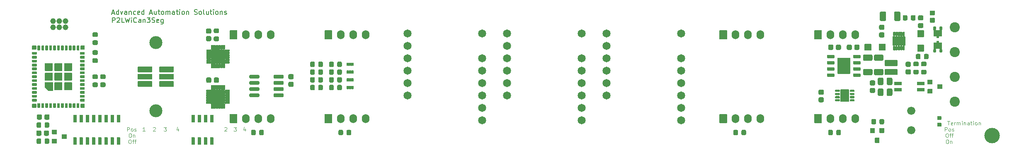
<source format=gbr>
%TF.GenerationSoftware,KiCad,Pcbnew,(5.1.8)-1*%
%TF.CreationDate,2022-07-19T09:22:17+02:00*%
%TF.ProjectId,Hardware,48617264-7761-4726-952e-6b696361645f,rev?*%
%TF.SameCoordinates,Original*%
%TF.FileFunction,Soldermask,Top*%
%TF.FilePolarity,Negative*%
%FSLAX46Y46*%
G04 Gerber Fmt 4.6, Leading zero omitted, Abs format (unit mm)*
G04 Created by KiCad (PCBNEW (5.1.8)-1) date 2022-07-19 09:22:17*
%MOMM*%
%LPD*%
G01*
G04 APERTURE LIST*
%ADD10C,0.120000*%
%ADD11C,0.150000*%
%ADD12C,0.010000*%
%ADD13C,1.651000*%
%ADD14C,1.152400*%
%ADD15C,1.676400*%
%ADD16C,2.057400*%
%ADD17O,1.552400X1.852400*%
%ADD18C,2.652400*%
%ADD19C,3.152400*%
%ADD20C,0.100000*%
G04 APERTURE END LIST*
D10*
X64223928Y-120288095D02*
X64262023Y-120250000D01*
X64338214Y-120211904D01*
X64528690Y-120211904D01*
X64604880Y-120250000D01*
X64642976Y-120288095D01*
X64681071Y-120364285D01*
X64681071Y-120440476D01*
X64642976Y-120554761D01*
X64185833Y-121011904D01*
X64681071Y-121011904D01*
X68414880Y-120478571D02*
X68414880Y-121011904D01*
X68224404Y-120173809D02*
X68033928Y-120745238D01*
X68529166Y-120745238D01*
X66090833Y-120211904D02*
X66586071Y-120211904D01*
X66319404Y-120516666D01*
X66433690Y-120516666D01*
X66509880Y-120554761D01*
X66547976Y-120592857D01*
X66586071Y-120669047D01*
X66586071Y-120859523D01*
X66547976Y-120935714D01*
X66509880Y-120973809D01*
X66433690Y-121011904D01*
X66205119Y-121011904D01*
X66128928Y-120973809D01*
X66090833Y-120935714D01*
X54762380Y-120478571D02*
X54762380Y-121011904D01*
X54571904Y-120173809D02*
X54381428Y-120745238D01*
X54876666Y-120745238D01*
D11*
X41245476Y-96814166D02*
X41721666Y-96814166D01*
X41150238Y-97099880D02*
X41483571Y-96099880D01*
X41816904Y-97099880D01*
X42578809Y-97099880D02*
X42578809Y-96099880D01*
X42578809Y-97052261D02*
X42483571Y-97099880D01*
X42293095Y-97099880D01*
X42197857Y-97052261D01*
X42150238Y-97004642D01*
X42102619Y-96909404D01*
X42102619Y-96623690D01*
X42150238Y-96528452D01*
X42197857Y-96480833D01*
X42293095Y-96433214D01*
X42483571Y-96433214D01*
X42578809Y-96480833D01*
X42959761Y-96433214D02*
X43197857Y-97099880D01*
X43435952Y-96433214D01*
X44245476Y-97099880D02*
X44245476Y-96576071D01*
X44197857Y-96480833D01*
X44102619Y-96433214D01*
X43912142Y-96433214D01*
X43816904Y-96480833D01*
X44245476Y-97052261D02*
X44150238Y-97099880D01*
X43912142Y-97099880D01*
X43816904Y-97052261D01*
X43769285Y-96957023D01*
X43769285Y-96861785D01*
X43816904Y-96766547D01*
X43912142Y-96718928D01*
X44150238Y-96718928D01*
X44245476Y-96671309D01*
X44721666Y-96433214D02*
X44721666Y-97099880D01*
X44721666Y-96528452D02*
X44769285Y-96480833D01*
X44864523Y-96433214D01*
X45007380Y-96433214D01*
X45102619Y-96480833D01*
X45150238Y-96576071D01*
X45150238Y-97099880D01*
X46055000Y-97052261D02*
X45959761Y-97099880D01*
X45769285Y-97099880D01*
X45674047Y-97052261D01*
X45626428Y-97004642D01*
X45578809Y-96909404D01*
X45578809Y-96623690D01*
X45626428Y-96528452D01*
X45674047Y-96480833D01*
X45769285Y-96433214D01*
X45959761Y-96433214D01*
X46055000Y-96480833D01*
X46864523Y-97052261D02*
X46769285Y-97099880D01*
X46578809Y-97099880D01*
X46483571Y-97052261D01*
X46435952Y-96957023D01*
X46435952Y-96576071D01*
X46483571Y-96480833D01*
X46578809Y-96433214D01*
X46769285Y-96433214D01*
X46864523Y-96480833D01*
X46912142Y-96576071D01*
X46912142Y-96671309D01*
X46435952Y-96766547D01*
X47769285Y-97099880D02*
X47769285Y-96099880D01*
X47769285Y-97052261D02*
X47674047Y-97099880D01*
X47483571Y-97099880D01*
X47388333Y-97052261D01*
X47340714Y-97004642D01*
X47293095Y-96909404D01*
X47293095Y-96623690D01*
X47340714Y-96528452D01*
X47388333Y-96480833D01*
X47483571Y-96433214D01*
X47674047Y-96433214D01*
X47769285Y-96480833D01*
X48959761Y-96814166D02*
X49435952Y-96814166D01*
X48864523Y-97099880D02*
X49197857Y-96099880D01*
X49531190Y-97099880D01*
X50293095Y-96433214D02*
X50293095Y-97099880D01*
X49864523Y-96433214D02*
X49864523Y-96957023D01*
X49912142Y-97052261D01*
X50007380Y-97099880D01*
X50150238Y-97099880D01*
X50245476Y-97052261D01*
X50293095Y-97004642D01*
X50626428Y-96433214D02*
X51007380Y-96433214D01*
X50769285Y-96099880D02*
X50769285Y-96957023D01*
X50816904Y-97052261D01*
X50912142Y-97099880D01*
X51007380Y-97099880D01*
X51483571Y-97099880D02*
X51388333Y-97052261D01*
X51340714Y-97004642D01*
X51293095Y-96909404D01*
X51293095Y-96623690D01*
X51340714Y-96528452D01*
X51388333Y-96480833D01*
X51483571Y-96433214D01*
X51626428Y-96433214D01*
X51721666Y-96480833D01*
X51769285Y-96528452D01*
X51816904Y-96623690D01*
X51816904Y-96909404D01*
X51769285Y-97004642D01*
X51721666Y-97052261D01*
X51626428Y-97099880D01*
X51483571Y-97099880D01*
X52245476Y-97099880D02*
X52245476Y-96433214D01*
X52245476Y-96528452D02*
X52293095Y-96480833D01*
X52388333Y-96433214D01*
X52531190Y-96433214D01*
X52626428Y-96480833D01*
X52674047Y-96576071D01*
X52674047Y-97099880D01*
X52674047Y-96576071D02*
X52721666Y-96480833D01*
X52816904Y-96433214D01*
X52959761Y-96433214D01*
X53055000Y-96480833D01*
X53102619Y-96576071D01*
X53102619Y-97099880D01*
X54007380Y-97099880D02*
X54007380Y-96576071D01*
X53959761Y-96480833D01*
X53864523Y-96433214D01*
X53674047Y-96433214D01*
X53578809Y-96480833D01*
X54007380Y-97052261D02*
X53912142Y-97099880D01*
X53674047Y-97099880D01*
X53578809Y-97052261D01*
X53531190Y-96957023D01*
X53531190Y-96861785D01*
X53578809Y-96766547D01*
X53674047Y-96718928D01*
X53912142Y-96718928D01*
X54007380Y-96671309D01*
X54340714Y-96433214D02*
X54721666Y-96433214D01*
X54483571Y-96099880D02*
X54483571Y-96957023D01*
X54531190Y-97052261D01*
X54626428Y-97099880D01*
X54721666Y-97099880D01*
X55055000Y-97099880D02*
X55055000Y-96433214D01*
X55055000Y-96099880D02*
X55007380Y-96147500D01*
X55055000Y-96195119D01*
X55102619Y-96147500D01*
X55055000Y-96099880D01*
X55055000Y-96195119D01*
X55674047Y-97099880D02*
X55578809Y-97052261D01*
X55531190Y-97004642D01*
X55483571Y-96909404D01*
X55483571Y-96623690D01*
X55531190Y-96528452D01*
X55578809Y-96480833D01*
X55674047Y-96433214D01*
X55816904Y-96433214D01*
X55912142Y-96480833D01*
X55959761Y-96528452D01*
X56007380Y-96623690D01*
X56007380Y-96909404D01*
X55959761Y-97004642D01*
X55912142Y-97052261D01*
X55816904Y-97099880D01*
X55674047Y-97099880D01*
X56435952Y-96433214D02*
X56435952Y-97099880D01*
X56435952Y-96528452D02*
X56483571Y-96480833D01*
X56578809Y-96433214D01*
X56721666Y-96433214D01*
X56816904Y-96480833D01*
X56864523Y-96576071D01*
X56864523Y-97099880D01*
X58055000Y-97052261D02*
X58197857Y-97099880D01*
X58435952Y-97099880D01*
X58531190Y-97052261D01*
X58578809Y-97004642D01*
X58626428Y-96909404D01*
X58626428Y-96814166D01*
X58578809Y-96718928D01*
X58531190Y-96671309D01*
X58435952Y-96623690D01*
X58245476Y-96576071D01*
X58150238Y-96528452D01*
X58102619Y-96480833D01*
X58055000Y-96385595D01*
X58055000Y-96290357D01*
X58102619Y-96195119D01*
X58150238Y-96147500D01*
X58245476Y-96099880D01*
X58483571Y-96099880D01*
X58626428Y-96147500D01*
X59197857Y-97099880D02*
X59102619Y-97052261D01*
X59055000Y-97004642D01*
X59007380Y-96909404D01*
X59007380Y-96623690D01*
X59055000Y-96528452D01*
X59102619Y-96480833D01*
X59197857Y-96433214D01*
X59340714Y-96433214D01*
X59435952Y-96480833D01*
X59483571Y-96528452D01*
X59531190Y-96623690D01*
X59531190Y-96909404D01*
X59483571Y-97004642D01*
X59435952Y-97052261D01*
X59340714Y-97099880D01*
X59197857Y-97099880D01*
X60102619Y-97099880D02*
X60007380Y-97052261D01*
X59959761Y-96957023D01*
X59959761Y-96099880D01*
X60912142Y-96433214D02*
X60912142Y-97099880D01*
X60483571Y-96433214D02*
X60483571Y-96957023D01*
X60531190Y-97052261D01*
X60626428Y-97099880D01*
X60769285Y-97099880D01*
X60864523Y-97052261D01*
X60912142Y-97004642D01*
X61245476Y-96433214D02*
X61626428Y-96433214D01*
X61388333Y-96099880D02*
X61388333Y-96957023D01*
X61435952Y-97052261D01*
X61531190Y-97099880D01*
X61626428Y-97099880D01*
X61959761Y-97099880D02*
X61959761Y-96433214D01*
X61959761Y-96099880D02*
X61912142Y-96147500D01*
X61959761Y-96195119D01*
X62007380Y-96147500D01*
X61959761Y-96099880D01*
X61959761Y-96195119D01*
X62578809Y-97099880D02*
X62483571Y-97052261D01*
X62435952Y-97004642D01*
X62388333Y-96909404D01*
X62388333Y-96623690D01*
X62435952Y-96528452D01*
X62483571Y-96480833D01*
X62578809Y-96433214D01*
X62721666Y-96433214D01*
X62816904Y-96480833D01*
X62864523Y-96528452D01*
X62912142Y-96623690D01*
X62912142Y-96909404D01*
X62864523Y-97004642D01*
X62816904Y-97052261D01*
X62721666Y-97099880D01*
X62578809Y-97099880D01*
X63340714Y-96433214D02*
X63340714Y-97099880D01*
X63340714Y-96528452D02*
X63388333Y-96480833D01*
X63483571Y-96433214D01*
X63626428Y-96433214D01*
X63721666Y-96480833D01*
X63769285Y-96576071D01*
X63769285Y-97099880D01*
X64197857Y-97052261D02*
X64293095Y-97099880D01*
X64483571Y-97099880D01*
X64578809Y-97052261D01*
X64626428Y-96957023D01*
X64626428Y-96909404D01*
X64578809Y-96814166D01*
X64483571Y-96766547D01*
X64340714Y-96766547D01*
X64245476Y-96718928D01*
X64197857Y-96623690D01*
X64197857Y-96576071D01*
X64245476Y-96480833D01*
X64340714Y-96433214D01*
X64483571Y-96433214D01*
X64578809Y-96480833D01*
X41293095Y-98749880D02*
X41293095Y-97749880D01*
X41674047Y-97749880D01*
X41769285Y-97797500D01*
X41816904Y-97845119D01*
X41864523Y-97940357D01*
X41864523Y-98083214D01*
X41816904Y-98178452D01*
X41769285Y-98226071D01*
X41674047Y-98273690D01*
X41293095Y-98273690D01*
X42245476Y-97845119D02*
X42293095Y-97797500D01*
X42388333Y-97749880D01*
X42626428Y-97749880D01*
X42721666Y-97797500D01*
X42769285Y-97845119D01*
X42816904Y-97940357D01*
X42816904Y-98035595D01*
X42769285Y-98178452D01*
X42197857Y-98749880D01*
X42816904Y-98749880D01*
X43721666Y-98749880D02*
X43245476Y-98749880D01*
X43245476Y-97749880D01*
X43959761Y-97749880D02*
X44197857Y-98749880D01*
X44388333Y-98035595D01*
X44578809Y-98749880D01*
X44816904Y-97749880D01*
X45197857Y-98749880D02*
X45197857Y-98083214D01*
X45197857Y-97749880D02*
X45150238Y-97797500D01*
X45197857Y-97845119D01*
X45245476Y-97797500D01*
X45197857Y-97749880D01*
X45197857Y-97845119D01*
X46245476Y-98654642D02*
X46197857Y-98702261D01*
X46055000Y-98749880D01*
X45959761Y-98749880D01*
X45816904Y-98702261D01*
X45721666Y-98607023D01*
X45674047Y-98511785D01*
X45626428Y-98321309D01*
X45626428Y-98178452D01*
X45674047Y-97987976D01*
X45721666Y-97892738D01*
X45816904Y-97797500D01*
X45959761Y-97749880D01*
X46055000Y-97749880D01*
X46197857Y-97797500D01*
X46245476Y-97845119D01*
X47102619Y-98749880D02*
X47102619Y-98226071D01*
X47055000Y-98130833D01*
X46959761Y-98083214D01*
X46769285Y-98083214D01*
X46674047Y-98130833D01*
X47102619Y-98702261D02*
X47007380Y-98749880D01*
X46769285Y-98749880D01*
X46674047Y-98702261D01*
X46626428Y-98607023D01*
X46626428Y-98511785D01*
X46674047Y-98416547D01*
X46769285Y-98368928D01*
X47007380Y-98368928D01*
X47102619Y-98321309D01*
X47578809Y-98083214D02*
X47578809Y-98749880D01*
X47578809Y-98178452D02*
X47626428Y-98130833D01*
X47721666Y-98083214D01*
X47864523Y-98083214D01*
X47959761Y-98130833D01*
X48007380Y-98226071D01*
X48007380Y-98749880D01*
X48388333Y-97749880D02*
X49007380Y-97749880D01*
X48674047Y-98130833D01*
X48816904Y-98130833D01*
X48912142Y-98178452D01*
X48959761Y-98226071D01*
X49007380Y-98321309D01*
X49007380Y-98559404D01*
X48959761Y-98654642D01*
X48912142Y-98702261D01*
X48816904Y-98749880D01*
X48531190Y-98749880D01*
X48435952Y-98702261D01*
X48388333Y-98654642D01*
X49388333Y-98702261D02*
X49531190Y-98749880D01*
X49769285Y-98749880D01*
X49864523Y-98702261D01*
X49912142Y-98654642D01*
X49959761Y-98559404D01*
X49959761Y-98464166D01*
X49912142Y-98368928D01*
X49864523Y-98321309D01*
X49769285Y-98273690D01*
X49578809Y-98226071D01*
X49483571Y-98178452D01*
X49435952Y-98130833D01*
X49388333Y-98035595D01*
X49388333Y-97940357D01*
X49435952Y-97845119D01*
X49483571Y-97797500D01*
X49578809Y-97749880D01*
X49816904Y-97749880D01*
X49959761Y-97797500D01*
X50769285Y-98702261D02*
X50674047Y-98749880D01*
X50483571Y-98749880D01*
X50388333Y-98702261D01*
X50340714Y-98607023D01*
X50340714Y-98226071D01*
X50388333Y-98130833D01*
X50483571Y-98083214D01*
X50674047Y-98083214D01*
X50769285Y-98130833D01*
X50816904Y-98226071D01*
X50816904Y-98321309D01*
X50340714Y-98416547D01*
X51674047Y-98083214D02*
X51674047Y-98892738D01*
X51626428Y-98987976D01*
X51578809Y-99035595D01*
X51483571Y-99083214D01*
X51340714Y-99083214D01*
X51245476Y-99035595D01*
X51674047Y-98702261D02*
X51578809Y-98749880D01*
X51388333Y-98749880D01*
X51293095Y-98702261D01*
X51245476Y-98654642D01*
X51197857Y-98559404D01*
X51197857Y-98273690D01*
X51245476Y-98178452D01*
X51293095Y-98130833D01*
X51388333Y-98083214D01*
X51578809Y-98083214D01*
X51674047Y-98130833D01*
D10*
X211855476Y-118941904D02*
X212312619Y-118941904D01*
X212084047Y-119741904D02*
X212084047Y-118941904D01*
X212884047Y-119703809D02*
X212807857Y-119741904D01*
X212655476Y-119741904D01*
X212579285Y-119703809D01*
X212541190Y-119627619D01*
X212541190Y-119322857D01*
X212579285Y-119246666D01*
X212655476Y-119208571D01*
X212807857Y-119208571D01*
X212884047Y-119246666D01*
X212922142Y-119322857D01*
X212922142Y-119399047D01*
X212541190Y-119475238D01*
X213265000Y-119741904D02*
X213265000Y-119208571D01*
X213265000Y-119360952D02*
X213303095Y-119284761D01*
X213341190Y-119246666D01*
X213417380Y-119208571D01*
X213493571Y-119208571D01*
X213760238Y-119741904D02*
X213760238Y-119208571D01*
X213760238Y-119284761D02*
X213798333Y-119246666D01*
X213874523Y-119208571D01*
X213988809Y-119208571D01*
X214065000Y-119246666D01*
X214103095Y-119322857D01*
X214103095Y-119741904D01*
X214103095Y-119322857D02*
X214141190Y-119246666D01*
X214217380Y-119208571D01*
X214331666Y-119208571D01*
X214407857Y-119246666D01*
X214445952Y-119322857D01*
X214445952Y-119741904D01*
X214826904Y-119741904D02*
X214826904Y-119208571D01*
X214826904Y-118941904D02*
X214788809Y-118980000D01*
X214826904Y-119018095D01*
X214865000Y-118980000D01*
X214826904Y-118941904D01*
X214826904Y-119018095D01*
X215207857Y-119208571D02*
X215207857Y-119741904D01*
X215207857Y-119284761D02*
X215245952Y-119246666D01*
X215322142Y-119208571D01*
X215436428Y-119208571D01*
X215512619Y-119246666D01*
X215550714Y-119322857D01*
X215550714Y-119741904D01*
X216274523Y-119741904D02*
X216274523Y-119322857D01*
X216236428Y-119246666D01*
X216160238Y-119208571D01*
X216007857Y-119208571D01*
X215931666Y-119246666D01*
X216274523Y-119703809D02*
X216198333Y-119741904D01*
X216007857Y-119741904D01*
X215931666Y-119703809D01*
X215893571Y-119627619D01*
X215893571Y-119551428D01*
X215931666Y-119475238D01*
X216007857Y-119437142D01*
X216198333Y-119437142D01*
X216274523Y-119399047D01*
X216541190Y-119208571D02*
X216845952Y-119208571D01*
X216655476Y-118941904D02*
X216655476Y-119627619D01*
X216693571Y-119703809D01*
X216769761Y-119741904D01*
X216845952Y-119741904D01*
X217112619Y-119741904D02*
X217112619Y-119208571D01*
X217112619Y-118941904D02*
X217074523Y-118980000D01*
X217112619Y-119018095D01*
X217150714Y-118980000D01*
X217112619Y-118941904D01*
X217112619Y-119018095D01*
X217607857Y-119741904D02*
X217531666Y-119703809D01*
X217493571Y-119665714D01*
X217455476Y-119589523D01*
X217455476Y-119360952D01*
X217493571Y-119284761D01*
X217531666Y-119246666D01*
X217607857Y-119208571D01*
X217722142Y-119208571D01*
X217798333Y-119246666D01*
X217836428Y-119284761D01*
X217874523Y-119360952D01*
X217874523Y-119589523D01*
X217836428Y-119665714D01*
X217798333Y-119703809D01*
X217722142Y-119741904D01*
X217607857Y-119741904D01*
X218217380Y-119208571D02*
X218217380Y-119741904D01*
X218217380Y-119284761D02*
X218255476Y-119246666D01*
X218331666Y-119208571D01*
X218445952Y-119208571D01*
X218522142Y-119246666D01*
X218560238Y-119322857D01*
X218560238Y-119741904D01*
X211321761Y-121011904D02*
X211321761Y-120211904D01*
X211626523Y-120211904D01*
X211702714Y-120250000D01*
X211740809Y-120288095D01*
X211778904Y-120364285D01*
X211778904Y-120478571D01*
X211740809Y-120554761D01*
X211702714Y-120592857D01*
X211626523Y-120630952D01*
X211321761Y-120630952D01*
X212236047Y-121011904D02*
X212159857Y-120973809D01*
X212121761Y-120935714D01*
X212083666Y-120859523D01*
X212083666Y-120630952D01*
X212121761Y-120554761D01*
X212159857Y-120516666D01*
X212236047Y-120478571D01*
X212350333Y-120478571D01*
X212426523Y-120516666D01*
X212464619Y-120554761D01*
X212502714Y-120630952D01*
X212502714Y-120859523D01*
X212464619Y-120935714D01*
X212426523Y-120973809D01*
X212350333Y-121011904D01*
X212236047Y-121011904D01*
X212807476Y-120973809D02*
X212883666Y-121011904D01*
X213036047Y-121011904D01*
X213112238Y-120973809D01*
X213150333Y-120897619D01*
X213150333Y-120859523D01*
X213112238Y-120783333D01*
X213036047Y-120745238D01*
X212921761Y-120745238D01*
X212845571Y-120707142D01*
X212807476Y-120630952D01*
X212807476Y-120592857D01*
X212845571Y-120516666D01*
X212921761Y-120478571D01*
X213036047Y-120478571D01*
X213112238Y-120516666D01*
X211683666Y-121481904D02*
X211836047Y-121481904D01*
X211912238Y-121520000D01*
X211988428Y-121596190D01*
X212026523Y-121748571D01*
X212026523Y-122015238D01*
X211988428Y-122167619D01*
X211912238Y-122243809D01*
X211836047Y-122281904D01*
X211683666Y-122281904D01*
X211607476Y-122243809D01*
X211531285Y-122167619D01*
X211493190Y-122015238D01*
X211493190Y-121748571D01*
X211531285Y-121596190D01*
X211607476Y-121520000D01*
X211683666Y-121481904D01*
X212255095Y-121748571D02*
X212559857Y-121748571D01*
X212369380Y-122281904D02*
X212369380Y-121596190D01*
X212407476Y-121520000D01*
X212483666Y-121481904D01*
X212559857Y-121481904D01*
X212712238Y-121748571D02*
X213017000Y-121748571D01*
X212826523Y-122281904D02*
X212826523Y-121596190D01*
X212864619Y-121520000D01*
X212940809Y-121481904D01*
X213017000Y-121481904D01*
X211715404Y-122751904D02*
X211867785Y-122751904D01*
X211943976Y-122790000D01*
X212020166Y-122866190D01*
X212058261Y-123018571D01*
X212058261Y-123285238D01*
X212020166Y-123437619D01*
X211943976Y-123513809D01*
X211867785Y-123551904D01*
X211715404Y-123551904D01*
X211639214Y-123513809D01*
X211563023Y-123437619D01*
X211524928Y-123285238D01*
X211524928Y-123018571D01*
X211563023Y-122866190D01*
X211639214Y-122790000D01*
X211715404Y-122751904D01*
X212401119Y-123018571D02*
X212401119Y-123551904D01*
X212401119Y-123094761D02*
X212439214Y-123056666D01*
X212515404Y-123018571D01*
X212629690Y-123018571D01*
X212705880Y-123056666D01*
X212743976Y-123132857D01*
X212743976Y-123551904D01*
X44837404Y-121481904D02*
X44989785Y-121481904D01*
X45065976Y-121520000D01*
X45142166Y-121596190D01*
X45180261Y-121748571D01*
X45180261Y-122015238D01*
X45142166Y-122167619D01*
X45065976Y-122243809D01*
X44989785Y-122281904D01*
X44837404Y-122281904D01*
X44761214Y-122243809D01*
X44685023Y-122167619D01*
X44646928Y-122015238D01*
X44646928Y-121748571D01*
X44685023Y-121596190D01*
X44761214Y-121520000D01*
X44837404Y-121481904D01*
X45523119Y-121748571D02*
X45523119Y-122281904D01*
X45523119Y-121824761D02*
X45561214Y-121786666D01*
X45637404Y-121748571D01*
X45751690Y-121748571D01*
X45827880Y-121786666D01*
X45865976Y-121862857D01*
X45865976Y-122281904D01*
X44805666Y-122751904D02*
X44958047Y-122751904D01*
X45034238Y-122790000D01*
X45110428Y-122866190D01*
X45148523Y-123018571D01*
X45148523Y-123285238D01*
X45110428Y-123437619D01*
X45034238Y-123513809D01*
X44958047Y-123551904D01*
X44805666Y-123551904D01*
X44729476Y-123513809D01*
X44653285Y-123437619D01*
X44615190Y-123285238D01*
X44615190Y-123018571D01*
X44653285Y-122866190D01*
X44729476Y-122790000D01*
X44805666Y-122751904D01*
X45377095Y-123018571D02*
X45681857Y-123018571D01*
X45491380Y-123551904D02*
X45491380Y-122866190D01*
X45529476Y-122790000D01*
X45605666Y-122751904D01*
X45681857Y-122751904D01*
X45834238Y-123018571D02*
X46139000Y-123018571D01*
X45948523Y-123551904D02*
X45948523Y-122866190D01*
X45986619Y-122790000D01*
X46062809Y-122751904D01*
X46139000Y-122751904D01*
X51803333Y-120211904D02*
X52298571Y-120211904D01*
X52031904Y-120516666D01*
X52146190Y-120516666D01*
X52222380Y-120554761D01*
X52260476Y-120592857D01*
X52298571Y-120669047D01*
X52298571Y-120859523D01*
X52260476Y-120935714D01*
X52222380Y-120973809D01*
X52146190Y-121011904D01*
X51917619Y-121011904D01*
X51841428Y-120973809D01*
X51803333Y-120935714D01*
X49618928Y-120288095D02*
X49657023Y-120250000D01*
X49733214Y-120211904D01*
X49923690Y-120211904D01*
X49999880Y-120250000D01*
X50037976Y-120288095D01*
X50076071Y-120364285D01*
X50076071Y-120440476D01*
X50037976Y-120554761D01*
X49580833Y-121011904D01*
X50076071Y-121011904D01*
X47967833Y-121011904D02*
X47510690Y-121011904D01*
X47739261Y-121011904D02*
X47739261Y-120211904D01*
X47663071Y-120326190D01*
X47586880Y-120402380D01*
X47510690Y-120440476D01*
X44316761Y-121011904D02*
X44316761Y-120211904D01*
X44621523Y-120211904D01*
X44697714Y-120250000D01*
X44735809Y-120288095D01*
X44773904Y-120364285D01*
X44773904Y-120478571D01*
X44735809Y-120554761D01*
X44697714Y-120592857D01*
X44621523Y-120630952D01*
X44316761Y-120630952D01*
X45231047Y-121011904D02*
X45154857Y-120973809D01*
X45116761Y-120935714D01*
X45078666Y-120859523D01*
X45078666Y-120630952D01*
X45116761Y-120554761D01*
X45154857Y-120516666D01*
X45231047Y-120478571D01*
X45345333Y-120478571D01*
X45421523Y-120516666D01*
X45459619Y-120554761D01*
X45497714Y-120630952D01*
X45497714Y-120859523D01*
X45459619Y-120935714D01*
X45421523Y-120973809D01*
X45345333Y-121011904D01*
X45231047Y-121011904D01*
X45802476Y-120973809D02*
X45878666Y-121011904D01*
X46031047Y-121011904D01*
X46107238Y-120973809D01*
X46145333Y-120897619D01*
X46145333Y-120859523D01*
X46107238Y-120783333D01*
X46031047Y-120745238D01*
X45916761Y-120745238D01*
X45840571Y-120707142D01*
X45802476Y-120630952D01*
X45802476Y-120592857D01*
X45840571Y-120516666D01*
X45916761Y-120478571D01*
X46031047Y-120478571D01*
X46107238Y-120516666D01*
D12*
%TO.C,U2*%
G36*
X29136500Y-111005000D02*
G01*
X29136500Y-112655000D01*
X28146500Y-112655000D01*
X27486500Y-111995000D01*
X27486500Y-111005000D01*
X29136500Y-111005000D01*
G37*
X29136500Y-111005000D02*
X29136500Y-112655000D01*
X28146500Y-112655000D01*
X27486500Y-111995000D01*
X27486500Y-111005000D01*
X29136500Y-111005000D01*
D10*
X64223928Y-120288095D02*
X64262023Y-120250000D01*
X64338214Y-120211904D01*
X64528690Y-120211904D01*
X64604880Y-120250000D01*
X64642976Y-120288095D01*
X64681071Y-120364285D01*
X64681071Y-120440476D01*
X64642976Y-120554761D01*
X64185833Y-121011904D01*
X64681071Y-121011904D01*
X68414880Y-120478571D02*
X68414880Y-121011904D01*
X68224404Y-120173809D02*
X68033928Y-120745238D01*
X68529166Y-120745238D01*
X66090833Y-120211904D02*
X66586071Y-120211904D01*
X66319404Y-120516666D01*
X66433690Y-120516666D01*
X66509880Y-120554761D01*
X66547976Y-120592857D01*
X66586071Y-120669047D01*
X66586071Y-120859523D01*
X66547976Y-120935714D01*
X66509880Y-120973809D01*
X66433690Y-121011904D01*
X66205119Y-121011904D01*
X66128928Y-120973809D01*
X66090833Y-120935714D01*
X54762380Y-120478571D02*
X54762380Y-121011904D01*
X54571904Y-120173809D02*
X54381428Y-120745238D01*
X54876666Y-120745238D01*
D11*
X41245476Y-96814166D02*
X41721666Y-96814166D01*
X41150238Y-97099880D02*
X41483571Y-96099880D01*
X41816904Y-97099880D01*
X42578809Y-97099880D02*
X42578809Y-96099880D01*
X42578809Y-97052261D02*
X42483571Y-97099880D01*
X42293095Y-97099880D01*
X42197857Y-97052261D01*
X42150238Y-97004642D01*
X42102619Y-96909404D01*
X42102619Y-96623690D01*
X42150238Y-96528452D01*
X42197857Y-96480833D01*
X42293095Y-96433214D01*
X42483571Y-96433214D01*
X42578809Y-96480833D01*
X42959761Y-96433214D02*
X43197857Y-97099880D01*
X43435952Y-96433214D01*
X44245476Y-97099880D02*
X44245476Y-96576071D01*
X44197857Y-96480833D01*
X44102619Y-96433214D01*
X43912142Y-96433214D01*
X43816904Y-96480833D01*
X44245476Y-97052261D02*
X44150238Y-97099880D01*
X43912142Y-97099880D01*
X43816904Y-97052261D01*
X43769285Y-96957023D01*
X43769285Y-96861785D01*
X43816904Y-96766547D01*
X43912142Y-96718928D01*
X44150238Y-96718928D01*
X44245476Y-96671309D01*
X44721666Y-96433214D02*
X44721666Y-97099880D01*
X44721666Y-96528452D02*
X44769285Y-96480833D01*
X44864523Y-96433214D01*
X45007380Y-96433214D01*
X45102619Y-96480833D01*
X45150238Y-96576071D01*
X45150238Y-97099880D01*
X46055000Y-97052261D02*
X45959761Y-97099880D01*
X45769285Y-97099880D01*
X45674047Y-97052261D01*
X45626428Y-97004642D01*
X45578809Y-96909404D01*
X45578809Y-96623690D01*
X45626428Y-96528452D01*
X45674047Y-96480833D01*
X45769285Y-96433214D01*
X45959761Y-96433214D01*
X46055000Y-96480833D01*
X46864523Y-97052261D02*
X46769285Y-97099880D01*
X46578809Y-97099880D01*
X46483571Y-97052261D01*
X46435952Y-96957023D01*
X46435952Y-96576071D01*
X46483571Y-96480833D01*
X46578809Y-96433214D01*
X46769285Y-96433214D01*
X46864523Y-96480833D01*
X46912142Y-96576071D01*
X46912142Y-96671309D01*
X46435952Y-96766547D01*
X47769285Y-97099880D02*
X47769285Y-96099880D01*
X47769285Y-97052261D02*
X47674047Y-97099880D01*
X47483571Y-97099880D01*
X47388333Y-97052261D01*
X47340714Y-97004642D01*
X47293095Y-96909404D01*
X47293095Y-96623690D01*
X47340714Y-96528452D01*
X47388333Y-96480833D01*
X47483571Y-96433214D01*
X47674047Y-96433214D01*
X47769285Y-96480833D01*
X48959761Y-96814166D02*
X49435952Y-96814166D01*
X48864523Y-97099880D02*
X49197857Y-96099880D01*
X49531190Y-97099880D01*
X50293095Y-96433214D02*
X50293095Y-97099880D01*
X49864523Y-96433214D02*
X49864523Y-96957023D01*
X49912142Y-97052261D01*
X50007380Y-97099880D01*
X50150238Y-97099880D01*
X50245476Y-97052261D01*
X50293095Y-97004642D01*
X50626428Y-96433214D02*
X51007380Y-96433214D01*
X50769285Y-96099880D02*
X50769285Y-96957023D01*
X50816904Y-97052261D01*
X50912142Y-97099880D01*
X51007380Y-97099880D01*
X51483571Y-97099880D02*
X51388333Y-97052261D01*
X51340714Y-97004642D01*
X51293095Y-96909404D01*
X51293095Y-96623690D01*
X51340714Y-96528452D01*
X51388333Y-96480833D01*
X51483571Y-96433214D01*
X51626428Y-96433214D01*
X51721666Y-96480833D01*
X51769285Y-96528452D01*
X51816904Y-96623690D01*
X51816904Y-96909404D01*
X51769285Y-97004642D01*
X51721666Y-97052261D01*
X51626428Y-97099880D01*
X51483571Y-97099880D01*
X52245476Y-97099880D02*
X52245476Y-96433214D01*
X52245476Y-96528452D02*
X52293095Y-96480833D01*
X52388333Y-96433214D01*
X52531190Y-96433214D01*
X52626428Y-96480833D01*
X52674047Y-96576071D01*
X52674047Y-97099880D01*
X52674047Y-96576071D02*
X52721666Y-96480833D01*
X52816904Y-96433214D01*
X52959761Y-96433214D01*
X53055000Y-96480833D01*
X53102619Y-96576071D01*
X53102619Y-97099880D01*
X54007380Y-97099880D02*
X54007380Y-96576071D01*
X53959761Y-96480833D01*
X53864523Y-96433214D01*
X53674047Y-96433214D01*
X53578809Y-96480833D01*
X54007380Y-97052261D02*
X53912142Y-97099880D01*
X53674047Y-97099880D01*
X53578809Y-97052261D01*
X53531190Y-96957023D01*
X53531190Y-96861785D01*
X53578809Y-96766547D01*
X53674047Y-96718928D01*
X53912142Y-96718928D01*
X54007380Y-96671309D01*
X54340714Y-96433214D02*
X54721666Y-96433214D01*
X54483571Y-96099880D02*
X54483571Y-96957023D01*
X54531190Y-97052261D01*
X54626428Y-97099880D01*
X54721666Y-97099880D01*
X55055000Y-97099880D02*
X55055000Y-96433214D01*
X55055000Y-96099880D02*
X55007380Y-96147500D01*
X55055000Y-96195119D01*
X55102619Y-96147500D01*
X55055000Y-96099880D01*
X55055000Y-96195119D01*
X55674047Y-97099880D02*
X55578809Y-97052261D01*
X55531190Y-97004642D01*
X55483571Y-96909404D01*
X55483571Y-96623690D01*
X55531190Y-96528452D01*
X55578809Y-96480833D01*
X55674047Y-96433214D01*
X55816904Y-96433214D01*
X55912142Y-96480833D01*
X55959761Y-96528452D01*
X56007380Y-96623690D01*
X56007380Y-96909404D01*
X55959761Y-97004642D01*
X55912142Y-97052261D01*
X55816904Y-97099880D01*
X55674047Y-97099880D01*
X56435952Y-96433214D02*
X56435952Y-97099880D01*
X56435952Y-96528452D02*
X56483571Y-96480833D01*
X56578809Y-96433214D01*
X56721666Y-96433214D01*
X56816904Y-96480833D01*
X56864523Y-96576071D01*
X56864523Y-97099880D01*
X58055000Y-97052261D02*
X58197857Y-97099880D01*
X58435952Y-97099880D01*
X58531190Y-97052261D01*
X58578809Y-97004642D01*
X58626428Y-96909404D01*
X58626428Y-96814166D01*
X58578809Y-96718928D01*
X58531190Y-96671309D01*
X58435952Y-96623690D01*
X58245476Y-96576071D01*
X58150238Y-96528452D01*
X58102619Y-96480833D01*
X58055000Y-96385595D01*
X58055000Y-96290357D01*
X58102619Y-96195119D01*
X58150238Y-96147500D01*
X58245476Y-96099880D01*
X58483571Y-96099880D01*
X58626428Y-96147500D01*
X59197857Y-97099880D02*
X59102619Y-97052261D01*
X59055000Y-97004642D01*
X59007380Y-96909404D01*
X59007380Y-96623690D01*
X59055000Y-96528452D01*
X59102619Y-96480833D01*
X59197857Y-96433214D01*
X59340714Y-96433214D01*
X59435952Y-96480833D01*
X59483571Y-96528452D01*
X59531190Y-96623690D01*
X59531190Y-96909404D01*
X59483571Y-97004642D01*
X59435952Y-97052261D01*
X59340714Y-97099880D01*
X59197857Y-97099880D01*
X60102619Y-97099880D02*
X60007380Y-97052261D01*
X59959761Y-96957023D01*
X59959761Y-96099880D01*
X60912142Y-96433214D02*
X60912142Y-97099880D01*
X60483571Y-96433214D02*
X60483571Y-96957023D01*
X60531190Y-97052261D01*
X60626428Y-97099880D01*
X60769285Y-97099880D01*
X60864523Y-97052261D01*
X60912142Y-97004642D01*
X61245476Y-96433214D02*
X61626428Y-96433214D01*
X61388333Y-96099880D02*
X61388333Y-96957023D01*
X61435952Y-97052261D01*
X61531190Y-97099880D01*
X61626428Y-97099880D01*
X61959761Y-97099880D02*
X61959761Y-96433214D01*
X61959761Y-96099880D02*
X61912142Y-96147500D01*
X61959761Y-96195119D01*
X62007380Y-96147500D01*
X61959761Y-96099880D01*
X61959761Y-96195119D01*
X62578809Y-97099880D02*
X62483571Y-97052261D01*
X62435952Y-97004642D01*
X62388333Y-96909404D01*
X62388333Y-96623690D01*
X62435952Y-96528452D01*
X62483571Y-96480833D01*
X62578809Y-96433214D01*
X62721666Y-96433214D01*
X62816904Y-96480833D01*
X62864523Y-96528452D01*
X62912142Y-96623690D01*
X62912142Y-96909404D01*
X62864523Y-97004642D01*
X62816904Y-97052261D01*
X62721666Y-97099880D01*
X62578809Y-97099880D01*
X63340714Y-96433214D02*
X63340714Y-97099880D01*
X63340714Y-96528452D02*
X63388333Y-96480833D01*
X63483571Y-96433214D01*
X63626428Y-96433214D01*
X63721666Y-96480833D01*
X63769285Y-96576071D01*
X63769285Y-97099880D01*
X64197857Y-97052261D02*
X64293095Y-97099880D01*
X64483571Y-97099880D01*
X64578809Y-97052261D01*
X64626428Y-96957023D01*
X64626428Y-96909404D01*
X64578809Y-96814166D01*
X64483571Y-96766547D01*
X64340714Y-96766547D01*
X64245476Y-96718928D01*
X64197857Y-96623690D01*
X64197857Y-96576071D01*
X64245476Y-96480833D01*
X64340714Y-96433214D01*
X64483571Y-96433214D01*
X64578809Y-96480833D01*
X41293095Y-98749880D02*
X41293095Y-97749880D01*
X41674047Y-97749880D01*
X41769285Y-97797500D01*
X41816904Y-97845119D01*
X41864523Y-97940357D01*
X41864523Y-98083214D01*
X41816904Y-98178452D01*
X41769285Y-98226071D01*
X41674047Y-98273690D01*
X41293095Y-98273690D01*
X42245476Y-97845119D02*
X42293095Y-97797500D01*
X42388333Y-97749880D01*
X42626428Y-97749880D01*
X42721666Y-97797500D01*
X42769285Y-97845119D01*
X42816904Y-97940357D01*
X42816904Y-98035595D01*
X42769285Y-98178452D01*
X42197857Y-98749880D01*
X42816904Y-98749880D01*
X43721666Y-98749880D02*
X43245476Y-98749880D01*
X43245476Y-97749880D01*
X43959761Y-97749880D02*
X44197857Y-98749880D01*
X44388333Y-98035595D01*
X44578809Y-98749880D01*
X44816904Y-97749880D01*
X45197857Y-98749880D02*
X45197857Y-98083214D01*
X45197857Y-97749880D02*
X45150238Y-97797500D01*
X45197857Y-97845119D01*
X45245476Y-97797500D01*
X45197857Y-97749880D01*
X45197857Y-97845119D01*
X46245476Y-98654642D02*
X46197857Y-98702261D01*
X46055000Y-98749880D01*
X45959761Y-98749880D01*
X45816904Y-98702261D01*
X45721666Y-98607023D01*
X45674047Y-98511785D01*
X45626428Y-98321309D01*
X45626428Y-98178452D01*
X45674047Y-97987976D01*
X45721666Y-97892738D01*
X45816904Y-97797500D01*
X45959761Y-97749880D01*
X46055000Y-97749880D01*
X46197857Y-97797500D01*
X46245476Y-97845119D01*
X47102619Y-98749880D02*
X47102619Y-98226071D01*
X47055000Y-98130833D01*
X46959761Y-98083214D01*
X46769285Y-98083214D01*
X46674047Y-98130833D01*
X47102619Y-98702261D02*
X47007380Y-98749880D01*
X46769285Y-98749880D01*
X46674047Y-98702261D01*
X46626428Y-98607023D01*
X46626428Y-98511785D01*
X46674047Y-98416547D01*
X46769285Y-98368928D01*
X47007380Y-98368928D01*
X47102619Y-98321309D01*
X47578809Y-98083214D02*
X47578809Y-98749880D01*
X47578809Y-98178452D02*
X47626428Y-98130833D01*
X47721666Y-98083214D01*
X47864523Y-98083214D01*
X47959761Y-98130833D01*
X48007380Y-98226071D01*
X48007380Y-98749880D01*
X48388333Y-97749880D02*
X49007380Y-97749880D01*
X48674047Y-98130833D01*
X48816904Y-98130833D01*
X48912142Y-98178452D01*
X48959761Y-98226071D01*
X49007380Y-98321309D01*
X49007380Y-98559404D01*
X48959761Y-98654642D01*
X48912142Y-98702261D01*
X48816904Y-98749880D01*
X48531190Y-98749880D01*
X48435952Y-98702261D01*
X48388333Y-98654642D01*
X49388333Y-98702261D02*
X49531190Y-98749880D01*
X49769285Y-98749880D01*
X49864523Y-98702261D01*
X49912142Y-98654642D01*
X49959761Y-98559404D01*
X49959761Y-98464166D01*
X49912142Y-98368928D01*
X49864523Y-98321309D01*
X49769285Y-98273690D01*
X49578809Y-98226071D01*
X49483571Y-98178452D01*
X49435952Y-98130833D01*
X49388333Y-98035595D01*
X49388333Y-97940357D01*
X49435952Y-97845119D01*
X49483571Y-97797500D01*
X49578809Y-97749880D01*
X49816904Y-97749880D01*
X49959761Y-97797500D01*
X50769285Y-98702261D02*
X50674047Y-98749880D01*
X50483571Y-98749880D01*
X50388333Y-98702261D01*
X50340714Y-98607023D01*
X50340714Y-98226071D01*
X50388333Y-98130833D01*
X50483571Y-98083214D01*
X50674047Y-98083214D01*
X50769285Y-98130833D01*
X50816904Y-98226071D01*
X50816904Y-98321309D01*
X50340714Y-98416547D01*
X51674047Y-98083214D02*
X51674047Y-98892738D01*
X51626428Y-98987976D01*
X51578809Y-99035595D01*
X51483571Y-99083214D01*
X51340714Y-99083214D01*
X51245476Y-99035595D01*
X51674047Y-98702261D02*
X51578809Y-98749880D01*
X51388333Y-98749880D01*
X51293095Y-98702261D01*
X51245476Y-98654642D01*
X51197857Y-98559404D01*
X51197857Y-98273690D01*
X51245476Y-98178452D01*
X51293095Y-98130833D01*
X51388333Y-98083214D01*
X51578809Y-98083214D01*
X51674047Y-98130833D01*
D10*
X211855476Y-118941904D02*
X212312619Y-118941904D01*
X212084047Y-119741904D02*
X212084047Y-118941904D01*
X212884047Y-119703809D02*
X212807857Y-119741904D01*
X212655476Y-119741904D01*
X212579285Y-119703809D01*
X212541190Y-119627619D01*
X212541190Y-119322857D01*
X212579285Y-119246666D01*
X212655476Y-119208571D01*
X212807857Y-119208571D01*
X212884047Y-119246666D01*
X212922142Y-119322857D01*
X212922142Y-119399047D01*
X212541190Y-119475238D01*
X213265000Y-119741904D02*
X213265000Y-119208571D01*
X213265000Y-119360952D02*
X213303095Y-119284761D01*
X213341190Y-119246666D01*
X213417380Y-119208571D01*
X213493571Y-119208571D01*
X213760238Y-119741904D02*
X213760238Y-119208571D01*
X213760238Y-119284761D02*
X213798333Y-119246666D01*
X213874523Y-119208571D01*
X213988809Y-119208571D01*
X214065000Y-119246666D01*
X214103095Y-119322857D01*
X214103095Y-119741904D01*
X214103095Y-119322857D02*
X214141190Y-119246666D01*
X214217380Y-119208571D01*
X214331666Y-119208571D01*
X214407857Y-119246666D01*
X214445952Y-119322857D01*
X214445952Y-119741904D01*
X214826904Y-119741904D02*
X214826904Y-119208571D01*
X214826904Y-118941904D02*
X214788809Y-118980000D01*
X214826904Y-119018095D01*
X214865000Y-118980000D01*
X214826904Y-118941904D01*
X214826904Y-119018095D01*
X215207857Y-119208571D02*
X215207857Y-119741904D01*
X215207857Y-119284761D02*
X215245952Y-119246666D01*
X215322142Y-119208571D01*
X215436428Y-119208571D01*
X215512619Y-119246666D01*
X215550714Y-119322857D01*
X215550714Y-119741904D01*
X216274523Y-119741904D02*
X216274523Y-119322857D01*
X216236428Y-119246666D01*
X216160238Y-119208571D01*
X216007857Y-119208571D01*
X215931666Y-119246666D01*
X216274523Y-119703809D02*
X216198333Y-119741904D01*
X216007857Y-119741904D01*
X215931666Y-119703809D01*
X215893571Y-119627619D01*
X215893571Y-119551428D01*
X215931666Y-119475238D01*
X216007857Y-119437142D01*
X216198333Y-119437142D01*
X216274523Y-119399047D01*
X216541190Y-119208571D02*
X216845952Y-119208571D01*
X216655476Y-118941904D02*
X216655476Y-119627619D01*
X216693571Y-119703809D01*
X216769761Y-119741904D01*
X216845952Y-119741904D01*
X217112619Y-119741904D02*
X217112619Y-119208571D01*
X217112619Y-118941904D02*
X217074523Y-118980000D01*
X217112619Y-119018095D01*
X217150714Y-118980000D01*
X217112619Y-118941904D01*
X217112619Y-119018095D01*
X217607857Y-119741904D02*
X217531666Y-119703809D01*
X217493571Y-119665714D01*
X217455476Y-119589523D01*
X217455476Y-119360952D01*
X217493571Y-119284761D01*
X217531666Y-119246666D01*
X217607857Y-119208571D01*
X217722142Y-119208571D01*
X217798333Y-119246666D01*
X217836428Y-119284761D01*
X217874523Y-119360952D01*
X217874523Y-119589523D01*
X217836428Y-119665714D01*
X217798333Y-119703809D01*
X217722142Y-119741904D01*
X217607857Y-119741904D01*
X218217380Y-119208571D02*
X218217380Y-119741904D01*
X218217380Y-119284761D02*
X218255476Y-119246666D01*
X218331666Y-119208571D01*
X218445952Y-119208571D01*
X218522142Y-119246666D01*
X218560238Y-119322857D01*
X218560238Y-119741904D01*
X211321761Y-121011904D02*
X211321761Y-120211904D01*
X211626523Y-120211904D01*
X211702714Y-120250000D01*
X211740809Y-120288095D01*
X211778904Y-120364285D01*
X211778904Y-120478571D01*
X211740809Y-120554761D01*
X211702714Y-120592857D01*
X211626523Y-120630952D01*
X211321761Y-120630952D01*
X212236047Y-121011904D02*
X212159857Y-120973809D01*
X212121761Y-120935714D01*
X212083666Y-120859523D01*
X212083666Y-120630952D01*
X212121761Y-120554761D01*
X212159857Y-120516666D01*
X212236047Y-120478571D01*
X212350333Y-120478571D01*
X212426523Y-120516666D01*
X212464619Y-120554761D01*
X212502714Y-120630952D01*
X212502714Y-120859523D01*
X212464619Y-120935714D01*
X212426523Y-120973809D01*
X212350333Y-121011904D01*
X212236047Y-121011904D01*
X212807476Y-120973809D02*
X212883666Y-121011904D01*
X213036047Y-121011904D01*
X213112238Y-120973809D01*
X213150333Y-120897619D01*
X213150333Y-120859523D01*
X213112238Y-120783333D01*
X213036047Y-120745238D01*
X212921761Y-120745238D01*
X212845571Y-120707142D01*
X212807476Y-120630952D01*
X212807476Y-120592857D01*
X212845571Y-120516666D01*
X212921761Y-120478571D01*
X213036047Y-120478571D01*
X213112238Y-120516666D01*
X211683666Y-121481904D02*
X211836047Y-121481904D01*
X211912238Y-121520000D01*
X211988428Y-121596190D01*
X212026523Y-121748571D01*
X212026523Y-122015238D01*
X211988428Y-122167619D01*
X211912238Y-122243809D01*
X211836047Y-122281904D01*
X211683666Y-122281904D01*
X211607476Y-122243809D01*
X211531285Y-122167619D01*
X211493190Y-122015238D01*
X211493190Y-121748571D01*
X211531285Y-121596190D01*
X211607476Y-121520000D01*
X211683666Y-121481904D01*
X212255095Y-121748571D02*
X212559857Y-121748571D01*
X212369380Y-122281904D02*
X212369380Y-121596190D01*
X212407476Y-121520000D01*
X212483666Y-121481904D01*
X212559857Y-121481904D01*
X212712238Y-121748571D02*
X213017000Y-121748571D01*
X212826523Y-122281904D02*
X212826523Y-121596190D01*
X212864619Y-121520000D01*
X212940809Y-121481904D01*
X213017000Y-121481904D01*
X211715404Y-122751904D02*
X211867785Y-122751904D01*
X211943976Y-122790000D01*
X212020166Y-122866190D01*
X212058261Y-123018571D01*
X212058261Y-123285238D01*
X212020166Y-123437619D01*
X211943976Y-123513809D01*
X211867785Y-123551904D01*
X211715404Y-123551904D01*
X211639214Y-123513809D01*
X211563023Y-123437619D01*
X211524928Y-123285238D01*
X211524928Y-123018571D01*
X211563023Y-122866190D01*
X211639214Y-122790000D01*
X211715404Y-122751904D01*
X212401119Y-123018571D02*
X212401119Y-123551904D01*
X212401119Y-123094761D02*
X212439214Y-123056666D01*
X212515404Y-123018571D01*
X212629690Y-123018571D01*
X212705880Y-123056666D01*
X212743976Y-123132857D01*
X212743976Y-123551904D01*
X44837404Y-121481904D02*
X44989785Y-121481904D01*
X45065976Y-121520000D01*
X45142166Y-121596190D01*
X45180261Y-121748571D01*
X45180261Y-122015238D01*
X45142166Y-122167619D01*
X45065976Y-122243809D01*
X44989785Y-122281904D01*
X44837404Y-122281904D01*
X44761214Y-122243809D01*
X44685023Y-122167619D01*
X44646928Y-122015238D01*
X44646928Y-121748571D01*
X44685023Y-121596190D01*
X44761214Y-121520000D01*
X44837404Y-121481904D01*
X45523119Y-121748571D02*
X45523119Y-122281904D01*
X45523119Y-121824761D02*
X45561214Y-121786666D01*
X45637404Y-121748571D01*
X45751690Y-121748571D01*
X45827880Y-121786666D01*
X45865976Y-121862857D01*
X45865976Y-122281904D01*
X44805666Y-122751904D02*
X44958047Y-122751904D01*
X45034238Y-122790000D01*
X45110428Y-122866190D01*
X45148523Y-123018571D01*
X45148523Y-123285238D01*
X45110428Y-123437619D01*
X45034238Y-123513809D01*
X44958047Y-123551904D01*
X44805666Y-123551904D01*
X44729476Y-123513809D01*
X44653285Y-123437619D01*
X44615190Y-123285238D01*
X44615190Y-123018571D01*
X44653285Y-122866190D01*
X44729476Y-122790000D01*
X44805666Y-122751904D01*
X45377095Y-123018571D02*
X45681857Y-123018571D01*
X45491380Y-123551904D02*
X45491380Y-122866190D01*
X45529476Y-122790000D01*
X45605666Y-122751904D01*
X45681857Y-122751904D01*
X45834238Y-123018571D02*
X46139000Y-123018571D01*
X45948523Y-123551904D02*
X45948523Y-122866190D01*
X45986619Y-122790000D01*
X46062809Y-122751904D01*
X46139000Y-122751904D01*
X51803333Y-120211904D02*
X52298571Y-120211904D01*
X52031904Y-120516666D01*
X52146190Y-120516666D01*
X52222380Y-120554761D01*
X52260476Y-120592857D01*
X52298571Y-120669047D01*
X52298571Y-120859523D01*
X52260476Y-120935714D01*
X52222380Y-120973809D01*
X52146190Y-121011904D01*
X51917619Y-121011904D01*
X51841428Y-120973809D01*
X51803333Y-120935714D01*
X49618928Y-120288095D02*
X49657023Y-120250000D01*
X49733214Y-120211904D01*
X49923690Y-120211904D01*
X49999880Y-120250000D01*
X50037976Y-120288095D01*
X50076071Y-120364285D01*
X50076071Y-120440476D01*
X50037976Y-120554761D01*
X49580833Y-121011904D01*
X50076071Y-121011904D01*
X47967833Y-121011904D02*
X47510690Y-121011904D01*
X47739261Y-121011904D02*
X47739261Y-120211904D01*
X47663071Y-120326190D01*
X47586880Y-120402380D01*
X47510690Y-120440476D01*
X44316761Y-121011904D02*
X44316761Y-120211904D01*
X44621523Y-120211904D01*
X44697714Y-120250000D01*
X44735809Y-120288095D01*
X44773904Y-120364285D01*
X44773904Y-120478571D01*
X44735809Y-120554761D01*
X44697714Y-120592857D01*
X44621523Y-120630952D01*
X44316761Y-120630952D01*
X45231047Y-121011904D02*
X45154857Y-120973809D01*
X45116761Y-120935714D01*
X45078666Y-120859523D01*
X45078666Y-120630952D01*
X45116761Y-120554761D01*
X45154857Y-120516666D01*
X45231047Y-120478571D01*
X45345333Y-120478571D01*
X45421523Y-120516666D01*
X45459619Y-120554761D01*
X45497714Y-120630952D01*
X45497714Y-120859523D01*
X45459619Y-120935714D01*
X45421523Y-120973809D01*
X45345333Y-121011904D01*
X45231047Y-121011904D01*
X45802476Y-120973809D02*
X45878666Y-121011904D01*
X46031047Y-121011904D01*
X46107238Y-120973809D01*
X46145333Y-120897619D01*
X46145333Y-120859523D01*
X46107238Y-120783333D01*
X46031047Y-120745238D01*
X45916761Y-120745238D01*
X45840571Y-120707142D01*
X45802476Y-120630952D01*
X45802476Y-120592857D01*
X45840571Y-120516666D01*
X45916761Y-120478571D01*
X46031047Y-120478571D01*
X46107238Y-120516666D01*
D12*
G36*
X29136500Y-111005000D02*
G01*
X29136500Y-112655000D01*
X28146500Y-112655000D01*
X27486500Y-111995000D01*
X27486500Y-111005000D01*
X29136500Y-111005000D01*
G37*
X29136500Y-111005000D02*
X29136500Y-112655000D01*
X28146500Y-112655000D01*
X27486500Y-111995000D01*
X27486500Y-111005000D01*
X29136500Y-111005000D01*
%TD*%
%TO.C,U5*%
G36*
G01*
X61328800Y-112934200D02*
X60516000Y-112934200D01*
G75*
G02*
X60439800Y-112858000I0J76200D01*
G01*
X60439800Y-112604000D01*
G75*
G02*
X60516000Y-112527800I76200J0D01*
G01*
X61328800Y-112527800D01*
G75*
G02*
X61405000Y-112604000I0J-76200D01*
G01*
X61405000Y-112858000D01*
G75*
G02*
X61328800Y-112934200I-76200J0D01*
G01*
G37*
G36*
G01*
X61328800Y-113434199D02*
X60516000Y-113434199D01*
G75*
G02*
X60439800Y-113357999I0J76200D01*
G01*
X60439800Y-113103999D01*
G75*
G02*
X60516000Y-113027799I76200J0D01*
G01*
X61328800Y-113027799D01*
G75*
G02*
X61405000Y-113103999I0J-76200D01*
G01*
X61405000Y-113357999D01*
G75*
G02*
X61328800Y-113434199I-76200J0D01*
G01*
G37*
G36*
G01*
X61328800Y-113934200D02*
X60516000Y-113934200D01*
G75*
G02*
X60439800Y-113858000I0J76200D01*
G01*
X60439800Y-113604000D01*
G75*
G02*
X60516000Y-113527800I76200J0D01*
G01*
X61328800Y-113527800D01*
G75*
G02*
X61405000Y-113604000I0J-76200D01*
G01*
X61405000Y-113858000D01*
G75*
G02*
X61328800Y-113934200I-76200J0D01*
G01*
G37*
G36*
G01*
X61328800Y-114434200D02*
X60516000Y-114434200D01*
G75*
G02*
X60439800Y-114358000I0J76200D01*
G01*
X60439800Y-114104000D01*
G75*
G02*
X60516000Y-114027800I76200J0D01*
G01*
X61328800Y-114027800D01*
G75*
G02*
X61405000Y-114104000I0J-76200D01*
G01*
X61405000Y-114358000D01*
G75*
G02*
X61328800Y-114434200I-76200J0D01*
G01*
G37*
G36*
G01*
X61328800Y-114934201D02*
X60516000Y-114934201D01*
G75*
G02*
X60439800Y-114858001I0J76200D01*
G01*
X60439800Y-114604001D01*
G75*
G02*
X60516000Y-114527801I76200J0D01*
G01*
X61328800Y-114527801D01*
G75*
G02*
X61405000Y-114604001I0J-76200D01*
G01*
X61405000Y-114858001D01*
G75*
G02*
X61328800Y-114934201I-76200J0D01*
G01*
G37*
G36*
G01*
X61328800Y-115434200D02*
X60516000Y-115434200D01*
G75*
G02*
X60439800Y-115358000I0J76200D01*
G01*
X60439800Y-115104000D01*
G75*
G02*
X60516000Y-115027800I76200J0D01*
G01*
X61328800Y-115027800D01*
G75*
G02*
X61405000Y-115104000I0J-76200D01*
G01*
X61405000Y-115358000D01*
G75*
G02*
X61328800Y-115434200I-76200J0D01*
G01*
G37*
G36*
G01*
X61412300Y-116330500D02*
X61412300Y-115517700D01*
G75*
G02*
X61488500Y-115441500I76200J0D01*
G01*
X61742500Y-115441500D01*
G75*
G02*
X61818700Y-115517700I0J-76200D01*
G01*
X61818700Y-116330500D01*
G75*
G02*
X61742500Y-116406700I-76200J0D01*
G01*
X61488500Y-116406700D01*
G75*
G02*
X61412300Y-116330500I0J76200D01*
G01*
G37*
G36*
G01*
X61912299Y-116330500D02*
X61912299Y-115517700D01*
G75*
G02*
X61988499Y-115441500I76200J0D01*
G01*
X62242499Y-115441500D01*
G75*
G02*
X62318699Y-115517700I0J-76200D01*
G01*
X62318699Y-116330500D01*
G75*
G02*
X62242499Y-116406700I-76200J0D01*
G01*
X61988499Y-116406700D01*
G75*
G02*
X61912299Y-116330500I0J76200D01*
G01*
G37*
G36*
G01*
X62412300Y-116330500D02*
X62412300Y-115517700D01*
G75*
G02*
X62488500Y-115441500I76200J0D01*
G01*
X62742500Y-115441500D01*
G75*
G02*
X62818700Y-115517700I0J-76200D01*
G01*
X62818700Y-116330500D01*
G75*
G02*
X62742500Y-116406700I-76200J0D01*
G01*
X62488500Y-116406700D01*
G75*
G02*
X62412300Y-116330500I0J76200D01*
G01*
G37*
G36*
G01*
X62912300Y-116330500D02*
X62912300Y-115517700D01*
G75*
G02*
X62988500Y-115441500I76200J0D01*
G01*
X63242500Y-115441500D01*
G75*
G02*
X63318700Y-115517700I0J-76200D01*
G01*
X63318700Y-116330500D01*
G75*
G02*
X63242500Y-116406700I-76200J0D01*
G01*
X62988500Y-116406700D01*
G75*
G02*
X62912300Y-116330500I0J76200D01*
G01*
G37*
G36*
G01*
X63412301Y-116330500D02*
X63412301Y-115517700D01*
G75*
G02*
X63488501Y-115441500I76200J0D01*
G01*
X63742501Y-115441500D01*
G75*
G02*
X63818701Y-115517700I0J-76200D01*
G01*
X63818701Y-116330500D01*
G75*
G02*
X63742501Y-116406700I-76200J0D01*
G01*
X63488501Y-116406700D01*
G75*
G02*
X63412301Y-116330500I0J76200D01*
G01*
G37*
G36*
G01*
X63912300Y-116330500D02*
X63912300Y-115517700D01*
G75*
G02*
X63988500Y-115441500I76200J0D01*
G01*
X64242500Y-115441500D01*
G75*
G02*
X64318700Y-115517700I0J-76200D01*
G01*
X64318700Y-116330500D01*
G75*
G02*
X64242500Y-116406700I-76200J0D01*
G01*
X63988500Y-116406700D01*
G75*
G02*
X63912300Y-116330500I0J76200D01*
G01*
G37*
G36*
G01*
X65215000Y-115434200D02*
X64402200Y-115434200D01*
G75*
G02*
X64326000Y-115358000I0J76200D01*
G01*
X64326000Y-115104000D01*
G75*
G02*
X64402200Y-115027800I76200J0D01*
G01*
X65215000Y-115027800D01*
G75*
G02*
X65291200Y-115104000I0J-76200D01*
G01*
X65291200Y-115358000D01*
G75*
G02*
X65215000Y-115434200I-76200J0D01*
G01*
G37*
G36*
G01*
X65215000Y-114934201D02*
X64402200Y-114934201D01*
G75*
G02*
X64326000Y-114858001I0J76200D01*
G01*
X64326000Y-114604001D01*
G75*
G02*
X64402200Y-114527801I76200J0D01*
G01*
X65215000Y-114527801D01*
G75*
G02*
X65291200Y-114604001I0J-76200D01*
G01*
X65291200Y-114858001D01*
G75*
G02*
X65215000Y-114934201I-76200J0D01*
G01*
G37*
G36*
G01*
X65215000Y-114434200D02*
X64402200Y-114434200D01*
G75*
G02*
X64326000Y-114358000I0J76200D01*
G01*
X64326000Y-114104000D01*
G75*
G02*
X64402200Y-114027800I76200J0D01*
G01*
X65215000Y-114027800D01*
G75*
G02*
X65291200Y-114104000I0J-76200D01*
G01*
X65291200Y-114358000D01*
G75*
G02*
X65215000Y-114434200I-76200J0D01*
G01*
G37*
G36*
G01*
X65215000Y-113934200D02*
X64402200Y-113934200D01*
G75*
G02*
X64326000Y-113858000I0J76200D01*
G01*
X64326000Y-113604000D01*
G75*
G02*
X64402200Y-113527800I76200J0D01*
G01*
X65215000Y-113527800D01*
G75*
G02*
X65291200Y-113604000I0J-76200D01*
G01*
X65291200Y-113858000D01*
G75*
G02*
X65215000Y-113934200I-76200J0D01*
G01*
G37*
G36*
G01*
X65215000Y-113434199D02*
X64402200Y-113434199D01*
G75*
G02*
X64326000Y-113357999I0J76200D01*
G01*
X64326000Y-113103999D01*
G75*
G02*
X64402200Y-113027799I76200J0D01*
G01*
X65215000Y-113027799D01*
G75*
G02*
X65291200Y-113103999I0J-76200D01*
G01*
X65291200Y-113357999D01*
G75*
G02*
X65215000Y-113434199I-76200J0D01*
G01*
G37*
G36*
G01*
X65215000Y-112934200D02*
X64402200Y-112934200D01*
G75*
G02*
X64326000Y-112858000I0J76200D01*
G01*
X64326000Y-112604000D01*
G75*
G02*
X64402200Y-112527800I76200J0D01*
G01*
X65215000Y-112527800D01*
G75*
G02*
X65291200Y-112604000I0J-76200D01*
G01*
X65291200Y-112858000D01*
G75*
G02*
X65215000Y-112934200I-76200J0D01*
G01*
G37*
G36*
G01*
X63912300Y-112444300D02*
X63912300Y-111631500D01*
G75*
G02*
X63988500Y-111555300I76200J0D01*
G01*
X64242500Y-111555300D01*
G75*
G02*
X64318700Y-111631500I0J-76200D01*
G01*
X64318700Y-112444300D01*
G75*
G02*
X64242500Y-112520500I-76200J0D01*
G01*
X63988500Y-112520500D01*
G75*
G02*
X63912300Y-112444300I0J76200D01*
G01*
G37*
G36*
G01*
X63412301Y-112444300D02*
X63412301Y-111631500D01*
G75*
G02*
X63488501Y-111555300I76200J0D01*
G01*
X63742501Y-111555300D01*
G75*
G02*
X63818701Y-111631500I0J-76200D01*
G01*
X63818701Y-112444300D01*
G75*
G02*
X63742501Y-112520500I-76200J0D01*
G01*
X63488501Y-112520500D01*
G75*
G02*
X63412301Y-112444300I0J76200D01*
G01*
G37*
G36*
G01*
X62912300Y-112444300D02*
X62912300Y-111631500D01*
G75*
G02*
X62988500Y-111555300I76200J0D01*
G01*
X63242500Y-111555300D01*
G75*
G02*
X63318700Y-111631500I0J-76200D01*
G01*
X63318700Y-112444300D01*
G75*
G02*
X63242500Y-112520500I-76200J0D01*
G01*
X62988500Y-112520500D01*
G75*
G02*
X62912300Y-112444300I0J76200D01*
G01*
G37*
G36*
G01*
X62412300Y-112444300D02*
X62412300Y-111631500D01*
G75*
G02*
X62488500Y-111555300I76200J0D01*
G01*
X62742500Y-111555300D01*
G75*
G02*
X62818700Y-111631500I0J-76200D01*
G01*
X62818700Y-112444300D01*
G75*
G02*
X62742500Y-112520500I-76200J0D01*
G01*
X62488500Y-112520500D01*
G75*
G02*
X62412300Y-112444300I0J76200D01*
G01*
G37*
G36*
G01*
X61912299Y-112444300D02*
X61912299Y-111631500D01*
G75*
G02*
X61988499Y-111555300I76200J0D01*
G01*
X62242499Y-111555300D01*
G75*
G02*
X62318699Y-111631500I0J-76200D01*
G01*
X62318699Y-112444300D01*
G75*
G02*
X62242499Y-112520500I-76200J0D01*
G01*
X61988499Y-112520500D01*
G75*
G02*
X61912299Y-112444300I0J76200D01*
G01*
G37*
G36*
G01*
X61412300Y-112444300D02*
X61412300Y-111631500D01*
G75*
G02*
X61488500Y-111555300I76200J0D01*
G01*
X61742500Y-111555300D01*
G75*
G02*
X61818700Y-111631500I0J-76200D01*
G01*
X61818700Y-112444300D01*
G75*
G02*
X61742500Y-112520500I-76200J0D01*
G01*
X61488500Y-112520500D01*
G75*
G02*
X61412300Y-112444300I0J76200D01*
G01*
G37*
G36*
G01*
X61493900Y-115276400D02*
X61493900Y-112685600D01*
G75*
G02*
X61570100Y-112609400I76200J0D01*
G01*
X64160900Y-112609400D01*
G75*
G02*
X64237100Y-112685600I0J-76200D01*
G01*
X64237100Y-115276400D01*
G75*
G02*
X64160900Y-115352600I-76200J0D01*
G01*
X61570100Y-115352600D01*
G75*
G02*
X61493900Y-115276400I0J76200D01*
G01*
G37*
%TD*%
%TO.C,R26*%
G36*
G01*
X39683100Y-110331200D02*
X39056900Y-110331200D01*
G75*
G02*
X38818800Y-110093100I0J238100D01*
G01*
X38818800Y-109616900D01*
G75*
G02*
X39056900Y-109378800I238100J0D01*
G01*
X39683100Y-109378800D01*
G75*
G02*
X39921200Y-109616900I0J-238100D01*
G01*
X39921200Y-110093100D01*
G75*
G02*
X39683100Y-110331200I-238100J0D01*
G01*
G37*
G36*
G01*
X39683100Y-111981200D02*
X39056900Y-111981200D01*
G75*
G02*
X38818800Y-111743100I0J238100D01*
G01*
X38818800Y-111266900D01*
G75*
G02*
X39056900Y-111028800I238100J0D01*
G01*
X39683100Y-111028800D01*
G75*
G02*
X39921200Y-111266900I0J-238100D01*
G01*
X39921200Y-111743100D01*
G75*
G02*
X39683100Y-111981200I-238100J0D01*
G01*
G37*
%TD*%
%TO.C,R25*%
G36*
G01*
X38095600Y-110331200D02*
X37469400Y-110331200D01*
G75*
G02*
X37231300Y-110093100I0J238100D01*
G01*
X37231300Y-109616900D01*
G75*
G02*
X37469400Y-109378800I238100J0D01*
G01*
X38095600Y-109378800D01*
G75*
G02*
X38333700Y-109616900I0J-238100D01*
G01*
X38333700Y-110093100D01*
G75*
G02*
X38095600Y-110331200I-238100J0D01*
G01*
G37*
G36*
G01*
X38095600Y-111981200D02*
X37469400Y-111981200D01*
G75*
G02*
X37231300Y-111743100I0J238100D01*
G01*
X37231300Y-111266900D01*
G75*
G02*
X37469400Y-111028800I238100J0D01*
G01*
X38095600Y-111028800D01*
G75*
G02*
X38333700Y-111266900I0J-238100D01*
G01*
X38333700Y-111743100D01*
G75*
G02*
X38095600Y-111981200I-238100J0D01*
G01*
G37*
%TD*%
D13*
%TO.C,LED4*%
X142240000Y-100965000D03*
X142240000Y-103505000D03*
X142240000Y-106045000D03*
X142240000Y-108585000D03*
X142240000Y-111125000D03*
X142240000Y-113665000D03*
X157480000Y-118745000D03*
X157480000Y-116205000D03*
X157480000Y-113665000D03*
X157480000Y-111125000D03*
X157480000Y-108585000D03*
X157480000Y-106045000D03*
X157480000Y-100965000D03*
%TD*%
%TO.C,LED3*%
X121920000Y-100965000D03*
X121920000Y-103505000D03*
X121920000Y-106045000D03*
X121920000Y-108585000D03*
X121920000Y-111125000D03*
X121920000Y-113665000D03*
X137160000Y-118745000D03*
X137160000Y-116205000D03*
X137160000Y-113665000D03*
X137160000Y-111125000D03*
X137160000Y-108585000D03*
X137160000Y-106045000D03*
X137160000Y-100965000D03*
%TD*%
%TO.C,LED2*%
X101600000Y-100965000D03*
X101600000Y-103505000D03*
X101600000Y-106045000D03*
X101600000Y-108585000D03*
X101600000Y-111125000D03*
X101600000Y-113665000D03*
X116840000Y-118745000D03*
X116840000Y-116205000D03*
X116840000Y-113665000D03*
X116840000Y-111125000D03*
X116840000Y-108585000D03*
X116840000Y-106045000D03*
X116840000Y-100965000D03*
%TD*%
%TO.C,D3*%
G36*
G01*
X199231200Y-103212500D02*
X199231200Y-104432500D01*
G75*
G02*
X199155000Y-104508700I-76200J0D01*
G01*
X197905000Y-104508700D01*
G75*
G02*
X197828800Y-104432500I0J76200D01*
G01*
X197828800Y-103212500D01*
G75*
G02*
X197905000Y-103136300I76200J0D01*
G01*
X199155000Y-103136300D01*
G75*
G02*
X199231200Y-103212500I0J-76200D01*
G01*
G37*
G36*
G01*
X196281200Y-103212500D02*
X196281200Y-104432500D01*
G75*
G02*
X196205000Y-104508700I-76200J0D01*
G01*
X194955000Y-104508700D01*
G75*
G02*
X194878800Y-104432500I0J76200D01*
G01*
X194878800Y-103212500D01*
G75*
G02*
X194955000Y-103136300I76200J0D01*
G01*
X196205000Y-103136300D01*
G75*
G02*
X196281200Y-103212500I0J-76200D01*
G01*
G37*
%TD*%
%TO.C,D2*%
G36*
G01*
X205765000Y-100361800D02*
X206985000Y-100361800D01*
G75*
G02*
X207061200Y-100438000I0J-76200D01*
G01*
X207061200Y-101688000D01*
G75*
G02*
X206985000Y-101764200I-76200J0D01*
G01*
X205765000Y-101764200D01*
G75*
G02*
X205688800Y-101688000I0J76200D01*
G01*
X205688800Y-100438000D01*
G75*
G02*
X205765000Y-100361800I76200J0D01*
G01*
G37*
G36*
G01*
X205765000Y-103311800D02*
X206985000Y-103311800D01*
G75*
G02*
X207061200Y-103388000I0J-76200D01*
G01*
X207061200Y-104638000D01*
G75*
G02*
X206985000Y-104714200I-76200J0D01*
G01*
X205765000Y-104714200D01*
G75*
G02*
X205688800Y-104638000I0J76200D01*
G01*
X205688800Y-103388000D01*
G75*
G02*
X205765000Y-103311800I76200J0D01*
G01*
G37*
%TD*%
%TO.C,L1*%
G36*
G01*
X208632000Y-97270800D02*
X208332000Y-97270800D01*
G75*
G02*
X208255800Y-97194600I0J76200D01*
G01*
X208255800Y-96394600D01*
G75*
G02*
X208332000Y-96318400I76200J0D01*
G01*
X208632000Y-96318400D01*
G75*
G02*
X208708200Y-96394600I0J-76200D01*
G01*
X208708200Y-97194600D01*
G75*
G02*
X208632000Y-97270800I-76200J0D01*
G01*
G37*
G36*
G01*
X209192000Y-97270800D02*
X208892000Y-97270800D01*
G75*
G02*
X208815800Y-97194600I0J76200D01*
G01*
X208815800Y-96394600D01*
G75*
G02*
X208892000Y-96318400I76200J0D01*
G01*
X209192000Y-96318400D01*
G75*
G02*
X209268200Y-96394600I0J-76200D01*
G01*
X209268200Y-97194600D01*
G75*
G02*
X209192000Y-97270800I-76200J0D01*
G01*
G37*
G36*
G01*
X209192000Y-98774200D02*
X208892000Y-98774200D01*
G75*
G02*
X208815800Y-98698000I0J76200D01*
G01*
X208815800Y-97898000D01*
G75*
G02*
X208892000Y-97821800I76200J0D01*
G01*
X209192000Y-97821800D01*
G75*
G02*
X209268200Y-97898000I0J-76200D01*
G01*
X209268200Y-98698000D01*
G75*
G02*
X209192000Y-98774200I-76200J0D01*
G01*
G37*
G36*
G01*
X208632000Y-98774200D02*
X208332000Y-98774200D01*
G75*
G02*
X208255800Y-98698000I0J76200D01*
G01*
X208255800Y-97898000D01*
G75*
G02*
X208332000Y-97821800I76200J0D01*
G01*
X208632000Y-97821800D01*
G75*
G02*
X208708200Y-97898000I0J-76200D01*
G01*
X208708200Y-98698000D01*
G75*
G02*
X208632000Y-98774200I-76200J0D01*
G01*
G37*
%TD*%
%TO.C,U3*%
G36*
G01*
X188904800Y-112859100D02*
X188904800Y-112632900D01*
G75*
G02*
X189017900Y-112519800I113100J0D01*
G01*
X189744100Y-112519800D01*
G75*
G02*
X189857200Y-112632900I0J-113100D01*
G01*
X189857200Y-112859100D01*
G75*
G02*
X189744100Y-112972200I-113100J0D01*
G01*
X189017900Y-112972200D01*
G75*
G02*
X188904800Y-112859100I0J113100D01*
G01*
G37*
G36*
G01*
X188904800Y-113509100D02*
X188904800Y-113282900D01*
G75*
G02*
X189017900Y-113169800I113100J0D01*
G01*
X189744100Y-113169800D01*
G75*
G02*
X189857200Y-113282900I0J-113100D01*
G01*
X189857200Y-113509100D01*
G75*
G02*
X189744100Y-113622200I-113100J0D01*
G01*
X189017900Y-113622200D01*
G75*
G02*
X188904800Y-113509100I0J113100D01*
G01*
G37*
G36*
G01*
X188904800Y-114159100D02*
X188904800Y-113932900D01*
G75*
G02*
X189017900Y-113819800I113100J0D01*
G01*
X189744100Y-113819800D01*
G75*
G02*
X189857200Y-113932900I0J-113100D01*
G01*
X189857200Y-114159100D01*
G75*
G02*
X189744100Y-114272200I-113100J0D01*
G01*
X189017900Y-114272200D01*
G75*
G02*
X188904800Y-114159100I0J113100D01*
G01*
G37*
G36*
G01*
X188904800Y-114809100D02*
X188904800Y-114582900D01*
G75*
G02*
X189017900Y-114469800I113100J0D01*
G01*
X189744100Y-114469800D01*
G75*
G02*
X189857200Y-114582900I0J-113100D01*
G01*
X189857200Y-114809100D01*
G75*
G02*
X189744100Y-114922200I-113100J0D01*
G01*
X189017900Y-114922200D01*
G75*
G02*
X188904800Y-114809100I0J113100D01*
G01*
G37*
G36*
G01*
X191904800Y-114809100D02*
X191904800Y-114582900D01*
G75*
G02*
X192017900Y-114469800I113100J0D01*
G01*
X192744100Y-114469800D01*
G75*
G02*
X192857200Y-114582900I0J-113100D01*
G01*
X192857200Y-114809100D01*
G75*
G02*
X192744100Y-114922200I-113100J0D01*
G01*
X192017900Y-114922200D01*
G75*
G02*
X191904800Y-114809100I0J113100D01*
G01*
G37*
G36*
G01*
X191904800Y-114159100D02*
X191904800Y-113932900D01*
G75*
G02*
X192017900Y-113819800I113100J0D01*
G01*
X192744100Y-113819800D01*
G75*
G02*
X192857200Y-113932900I0J-113100D01*
G01*
X192857200Y-114159100D01*
G75*
G02*
X192744100Y-114272200I-113100J0D01*
G01*
X192017900Y-114272200D01*
G75*
G02*
X191904800Y-114159100I0J113100D01*
G01*
G37*
G36*
G01*
X191904800Y-113509100D02*
X191904800Y-113282900D01*
G75*
G02*
X192017900Y-113169800I113100J0D01*
G01*
X192744100Y-113169800D01*
G75*
G02*
X192857200Y-113282900I0J-113100D01*
G01*
X192857200Y-113509100D01*
G75*
G02*
X192744100Y-113622200I-113100J0D01*
G01*
X192017900Y-113622200D01*
G75*
G02*
X191904800Y-113509100I0J113100D01*
G01*
G37*
G36*
G01*
X191904800Y-112859100D02*
X191904800Y-112632900D01*
G75*
G02*
X192017900Y-112519800I113100J0D01*
G01*
X192744100Y-112519800D01*
G75*
G02*
X192857200Y-112632900I0J-113100D01*
G01*
X192857200Y-112859100D01*
G75*
G02*
X192744100Y-112972200I-113100J0D01*
G01*
X192017900Y-112972200D01*
G75*
G02*
X191904800Y-112859100I0J113100D01*
G01*
G37*
G36*
G01*
X190004800Y-114921000D02*
X190004800Y-112521000D01*
G75*
G02*
X190081000Y-112444800I76200J0D01*
G01*
X191681000Y-112444800D01*
G75*
G02*
X191757200Y-112521000I0J-76200D01*
G01*
X191757200Y-114921000D01*
G75*
G02*
X191681000Y-114997200I-76200J0D01*
G01*
X190081000Y-114997200D01*
G75*
G02*
X190004800Y-114921000I0J76200D01*
G01*
G37*
%TD*%
%TO.C,U6*%
G36*
G01*
X201030600Y-104441200D02*
X200829400Y-104441200D01*
G75*
G02*
X200728800Y-104340600I0J100600D01*
G01*
X200728800Y-103689400D01*
G75*
G02*
X200829400Y-103588800I100600J0D01*
G01*
X201030600Y-103588800D01*
G75*
G02*
X201131200Y-103689400I0J-100600D01*
G01*
X201131200Y-104340600D01*
G75*
G02*
X201030600Y-104441200I-100600J0D01*
G01*
G37*
G36*
G01*
X201530600Y-104441200D02*
X201329400Y-104441200D01*
G75*
G02*
X201228800Y-104340600I0J100600D01*
G01*
X201228800Y-103689400D01*
G75*
G02*
X201329400Y-103588800I100600J0D01*
G01*
X201530600Y-103588800D01*
G75*
G02*
X201631200Y-103689400I0J-100600D01*
G01*
X201631200Y-104340600D01*
G75*
G02*
X201530600Y-104441200I-100600J0D01*
G01*
G37*
G36*
G01*
X202030600Y-104441200D02*
X201829400Y-104441200D01*
G75*
G02*
X201728800Y-104340600I0J100600D01*
G01*
X201728800Y-103689400D01*
G75*
G02*
X201829400Y-103588800I100600J0D01*
G01*
X202030600Y-103588800D01*
G75*
G02*
X202131200Y-103689400I0J-100600D01*
G01*
X202131200Y-104340600D01*
G75*
G02*
X202030600Y-104441200I-100600J0D01*
G01*
G37*
G36*
G01*
X202530600Y-104441200D02*
X202329400Y-104441200D01*
G75*
G02*
X202228800Y-104340600I0J100600D01*
G01*
X202228800Y-103689400D01*
G75*
G02*
X202329400Y-103588800I100600J0D01*
G01*
X202530600Y-103588800D01*
G75*
G02*
X202631200Y-103689400I0J-100600D01*
G01*
X202631200Y-104340600D01*
G75*
G02*
X202530600Y-104441200I-100600J0D01*
G01*
G37*
G36*
G01*
X203030600Y-104441200D02*
X202829400Y-104441200D01*
G75*
G02*
X202728800Y-104340600I0J100600D01*
G01*
X202728800Y-103689400D01*
G75*
G02*
X202829400Y-103588800I100600J0D01*
G01*
X203030600Y-103588800D01*
G75*
G02*
X203131200Y-103689400I0J-100600D01*
G01*
X203131200Y-104340600D01*
G75*
G02*
X203030600Y-104441200I-100600J0D01*
G01*
G37*
G36*
G01*
X203030600Y-101516200D02*
X202829400Y-101516200D01*
G75*
G02*
X202728800Y-101415600I0J100600D01*
G01*
X202728800Y-100764400D01*
G75*
G02*
X202829400Y-100663800I100600J0D01*
G01*
X203030600Y-100663800D01*
G75*
G02*
X203131200Y-100764400I0J-100600D01*
G01*
X203131200Y-101415600D01*
G75*
G02*
X203030600Y-101516200I-100600J0D01*
G01*
G37*
G36*
G01*
X202530600Y-101516200D02*
X202329400Y-101516200D01*
G75*
G02*
X202228800Y-101415600I0J100600D01*
G01*
X202228800Y-100764400D01*
G75*
G02*
X202329400Y-100663800I100600J0D01*
G01*
X202530600Y-100663800D01*
G75*
G02*
X202631200Y-100764400I0J-100600D01*
G01*
X202631200Y-101415600D01*
G75*
G02*
X202530600Y-101516200I-100600J0D01*
G01*
G37*
G36*
G01*
X202030600Y-101516200D02*
X201829400Y-101516200D01*
G75*
G02*
X201728800Y-101415600I0J100600D01*
G01*
X201728800Y-100764400D01*
G75*
G02*
X201829400Y-100663800I100600J0D01*
G01*
X202030600Y-100663800D01*
G75*
G02*
X202131200Y-100764400I0J-100600D01*
G01*
X202131200Y-101415600D01*
G75*
G02*
X202030600Y-101516200I-100600J0D01*
G01*
G37*
G36*
G01*
X201530600Y-101516200D02*
X201329400Y-101516200D01*
G75*
G02*
X201228800Y-101415600I0J100600D01*
G01*
X201228800Y-100764400D01*
G75*
G02*
X201329400Y-100663800I100600J0D01*
G01*
X201530600Y-100663800D01*
G75*
G02*
X201631200Y-100764400I0J-100600D01*
G01*
X201631200Y-101415600D01*
G75*
G02*
X201530600Y-101516200I-100600J0D01*
G01*
G37*
G36*
G01*
X201030600Y-101516200D02*
X200829400Y-101516200D01*
G75*
G02*
X200728800Y-101415600I0J100600D01*
G01*
X200728800Y-100764400D01*
G75*
G02*
X200829400Y-100663800I100600J0D01*
G01*
X201030600Y-100663800D01*
G75*
G02*
X201131200Y-100764400I0J-100600D01*
G01*
X201131200Y-101415600D01*
G75*
G02*
X201030600Y-101516200I-100600J0D01*
G01*
G37*
G36*
G01*
X203180000Y-103478700D02*
X200680000Y-103478700D01*
G75*
G02*
X200603800Y-103402500I0J76200D01*
G01*
X200603800Y-101702500D01*
G75*
G02*
X200680000Y-101626300I76200J0D01*
G01*
X203180000Y-101626300D01*
G75*
G02*
X203256200Y-101702500I0J-76200D01*
G01*
X203256200Y-103402500D01*
G75*
G02*
X203180000Y-103478700I-76200J0D01*
G01*
G37*
%TD*%
%TO.C,D5*%
G36*
G01*
X207753800Y-111334500D02*
X207753800Y-110534500D01*
G75*
G02*
X207830000Y-110458300I76200J0D01*
G01*
X208730000Y-110458300D01*
G75*
G02*
X208806200Y-110534500I0J-76200D01*
G01*
X208806200Y-111334500D01*
G75*
G02*
X208730000Y-111410700I-76200J0D01*
G01*
X207830000Y-111410700D01*
G75*
G02*
X207753800Y-111334500I0J76200D01*
G01*
G37*
G36*
G01*
X207753800Y-113234500D02*
X207753800Y-112434500D01*
G75*
G02*
X207830000Y-112358300I76200J0D01*
G01*
X208730000Y-112358300D01*
G75*
G02*
X208806200Y-112434500I0J-76200D01*
G01*
X208806200Y-113234500D01*
G75*
G02*
X208730000Y-113310700I-76200J0D01*
G01*
X207830000Y-113310700D01*
G75*
G02*
X207753800Y-113234500I0J76200D01*
G01*
G37*
G36*
G01*
X209753800Y-112284500D02*
X209753800Y-111484500D01*
G75*
G02*
X209830000Y-111408300I76200J0D01*
G01*
X210730000Y-111408300D01*
G75*
G02*
X210806200Y-111484500I0J-76200D01*
G01*
X210806200Y-112284500D01*
G75*
G02*
X210730000Y-112360700I-76200J0D01*
G01*
X209830000Y-112360700D01*
G75*
G02*
X209753800Y-112284500I0J76200D01*
G01*
G37*
%TD*%
%TO.C,U8*%
G36*
G01*
X74196300Y-110043100D02*
X74196300Y-109666900D01*
G75*
G02*
X74384400Y-109478800I188100J0D01*
G01*
X76110600Y-109478800D01*
G75*
G02*
X76298700Y-109666900I0J-188100D01*
G01*
X76298700Y-110043100D01*
G75*
G02*
X76110600Y-110231200I-188100J0D01*
G01*
X74384400Y-110231200D01*
G75*
G02*
X74196300Y-110043100I0J188100D01*
G01*
G37*
G36*
G01*
X74196300Y-111313100D02*
X74196300Y-110936900D01*
G75*
G02*
X74384400Y-110748800I188100J0D01*
G01*
X76110600Y-110748800D01*
G75*
G02*
X76298700Y-110936900I0J-188100D01*
G01*
X76298700Y-111313100D01*
G75*
G02*
X76110600Y-111501200I-188100J0D01*
G01*
X74384400Y-111501200D01*
G75*
G02*
X74196300Y-111313100I0J188100D01*
G01*
G37*
G36*
G01*
X74196300Y-112583100D02*
X74196300Y-112206900D01*
G75*
G02*
X74384400Y-112018800I188100J0D01*
G01*
X76110600Y-112018800D01*
G75*
G02*
X76298700Y-112206900I0J-188100D01*
G01*
X76298700Y-112583100D01*
G75*
G02*
X76110600Y-112771200I-188100J0D01*
G01*
X74384400Y-112771200D01*
G75*
G02*
X74196300Y-112583100I0J188100D01*
G01*
G37*
G36*
G01*
X74196300Y-113853100D02*
X74196300Y-113476900D01*
G75*
G02*
X74384400Y-113288800I188100J0D01*
G01*
X76110600Y-113288800D01*
G75*
G02*
X76298700Y-113476900I0J-188100D01*
G01*
X76298700Y-113853100D01*
G75*
G02*
X76110600Y-114041200I-188100J0D01*
G01*
X74384400Y-114041200D01*
G75*
G02*
X74196300Y-113853100I0J188100D01*
G01*
G37*
G36*
G01*
X69246300Y-113853100D02*
X69246300Y-113476900D01*
G75*
G02*
X69434400Y-113288800I188100J0D01*
G01*
X71160600Y-113288800D01*
G75*
G02*
X71348700Y-113476900I0J-188100D01*
G01*
X71348700Y-113853100D01*
G75*
G02*
X71160600Y-114041200I-188100J0D01*
G01*
X69434400Y-114041200D01*
G75*
G02*
X69246300Y-113853100I0J188100D01*
G01*
G37*
G36*
G01*
X69246300Y-112583100D02*
X69246300Y-112206900D01*
G75*
G02*
X69434400Y-112018800I188100J0D01*
G01*
X71160600Y-112018800D01*
G75*
G02*
X71348700Y-112206900I0J-188100D01*
G01*
X71348700Y-112583100D01*
G75*
G02*
X71160600Y-112771200I-188100J0D01*
G01*
X69434400Y-112771200D01*
G75*
G02*
X69246300Y-112583100I0J188100D01*
G01*
G37*
G36*
G01*
X69246300Y-111313100D02*
X69246300Y-110936900D01*
G75*
G02*
X69434400Y-110748800I188100J0D01*
G01*
X71160600Y-110748800D01*
G75*
G02*
X71348700Y-110936900I0J-188100D01*
G01*
X71348700Y-111313100D01*
G75*
G02*
X71160600Y-111501200I-188100J0D01*
G01*
X69434400Y-111501200D01*
G75*
G02*
X69246300Y-111313100I0J188100D01*
G01*
G37*
G36*
G01*
X69246300Y-110043100D02*
X69246300Y-109666900D01*
G75*
G02*
X69434400Y-109478800I188100J0D01*
G01*
X71160600Y-109478800D01*
G75*
G02*
X71348700Y-109666900I0J-188100D01*
G01*
X71348700Y-110043100D01*
G75*
G02*
X71160600Y-110231200I-188100J0D01*
G01*
X69434400Y-110231200D01*
G75*
G02*
X69246300Y-110043100I0J188100D01*
G01*
G37*
%TD*%
%TO.C,C14*%
G36*
G01*
X77499400Y-110878800D02*
X78075600Y-110878800D01*
G75*
G02*
X78338700Y-111141900I0J-263100D01*
G01*
X78338700Y-111668100D01*
G75*
G02*
X78075600Y-111931200I-263100J0D01*
G01*
X77499400Y-111931200D01*
G75*
G02*
X77236300Y-111668100I0J263100D01*
G01*
X77236300Y-111141900D01*
G75*
G02*
X77499400Y-110878800I263100J0D01*
G01*
G37*
G36*
G01*
X77499400Y-109328800D02*
X78075600Y-109328800D01*
G75*
G02*
X78338700Y-109591900I0J-263100D01*
G01*
X78338700Y-110118100D01*
G75*
G02*
X78075600Y-110381200I-263100J0D01*
G01*
X77499400Y-110381200D01*
G75*
G02*
X77236300Y-110118100I0J263100D01*
G01*
X77236300Y-109591900D01*
G75*
G02*
X77499400Y-109328800I263100J0D01*
G01*
G37*
%TD*%
%TO.C,R24*%
G36*
G01*
X188436200Y-120971900D02*
X188436200Y-121598100D01*
G75*
G02*
X188198100Y-121836200I-238100J0D01*
G01*
X187721900Y-121836200D01*
G75*
G02*
X187483800Y-121598100I0J238100D01*
G01*
X187483800Y-120971900D01*
G75*
G02*
X187721900Y-120733800I238100J0D01*
G01*
X188198100Y-120733800D01*
G75*
G02*
X188436200Y-120971900I0J-238100D01*
G01*
G37*
G36*
G01*
X190086200Y-120971900D02*
X190086200Y-121598100D01*
G75*
G02*
X189848100Y-121836200I-238100J0D01*
G01*
X189371900Y-121836200D01*
G75*
G02*
X189133800Y-121598100I0J238100D01*
G01*
X189133800Y-120971900D01*
G75*
G02*
X189371900Y-120733800I238100J0D01*
G01*
X189848100Y-120733800D01*
G75*
G02*
X190086200Y-120971900I0J-238100D01*
G01*
G37*
%TD*%
%TO.C,R23*%
G36*
G01*
X169068700Y-120971900D02*
X169068700Y-121598100D01*
G75*
G02*
X168830600Y-121836200I-238100J0D01*
G01*
X168354400Y-121836200D01*
G75*
G02*
X168116300Y-121598100I0J238100D01*
G01*
X168116300Y-120971900D01*
G75*
G02*
X168354400Y-120733800I238100J0D01*
G01*
X168830600Y-120733800D01*
G75*
G02*
X169068700Y-120971900I0J-238100D01*
G01*
G37*
G36*
G01*
X170718700Y-120971900D02*
X170718700Y-121598100D01*
G75*
G02*
X170480600Y-121836200I-238100J0D01*
G01*
X170004400Y-121836200D01*
G75*
G02*
X169766300Y-121598100I0J238100D01*
G01*
X169766300Y-120971900D01*
G75*
G02*
X170004400Y-120733800I238100J0D01*
G01*
X170480600Y-120733800D01*
G75*
G02*
X170718700Y-120971900I0J-238100D01*
G01*
G37*
%TD*%
%TO.C,R22*%
G36*
G01*
X88423700Y-120971900D02*
X88423700Y-121598100D01*
G75*
G02*
X88185600Y-121836200I-238100J0D01*
G01*
X87709400Y-121836200D01*
G75*
G02*
X87471300Y-121598100I0J238100D01*
G01*
X87471300Y-120971900D01*
G75*
G02*
X87709400Y-120733800I238100J0D01*
G01*
X88185600Y-120733800D01*
G75*
G02*
X88423700Y-120971900I0J-238100D01*
G01*
G37*
G36*
G01*
X90073700Y-120971900D02*
X90073700Y-121598100D01*
G75*
G02*
X89835600Y-121836200I-238100J0D01*
G01*
X89359400Y-121836200D01*
G75*
G02*
X89121300Y-121598100I0J238100D01*
G01*
X89121300Y-120971900D01*
G75*
G02*
X89359400Y-120733800I238100J0D01*
G01*
X89835600Y-120733800D01*
G75*
G02*
X90073700Y-120971900I0J-238100D01*
G01*
G37*
%TD*%
%TO.C,R21*%
G36*
G01*
X70581200Y-120971900D02*
X70581200Y-121598100D01*
G75*
G02*
X70343100Y-121836200I-238100J0D01*
G01*
X69866900Y-121836200D01*
G75*
G02*
X69628800Y-121598100I0J238100D01*
G01*
X69628800Y-120971900D01*
G75*
G02*
X69866900Y-120733800I238100J0D01*
G01*
X70343100Y-120733800D01*
G75*
G02*
X70581200Y-120971900I0J-238100D01*
G01*
G37*
G36*
G01*
X72231200Y-120971900D02*
X72231200Y-121598100D01*
G75*
G02*
X71993100Y-121836200I-238100J0D01*
G01*
X71516900Y-121836200D01*
G75*
G02*
X71278800Y-121598100I0J238100D01*
G01*
X71278800Y-120971900D01*
G75*
G02*
X71516900Y-120733800I238100J0D01*
G01*
X71993100Y-120733800D01*
G75*
G02*
X72231200Y-120971900I0J-238100D01*
G01*
G37*
%TD*%
D14*
%TO.C,J1*%
X29210000Y-99695000D03*
X29210000Y-98425000D03*
X30480000Y-99695000D03*
X30480000Y-98425000D03*
X31750000Y-99695000D03*
X31750000Y-98425000D03*
%TD*%
D15*
%TO.C,BZ1*%
X204470000Y-120840000D03*
X204470000Y-116840000D03*
%TD*%
D16*
%TO.C,J10*%
X213360000Y-114935000D03*
X213360000Y-109855000D03*
X213360000Y-104775000D03*
X213360000Y-99695000D03*
%TD*%
%TO.C,D7*%
G36*
G01*
X210793700Y-99665000D02*
X210793700Y-100165000D01*
G75*
G02*
X210717500Y-100241200I-76200J0D01*
G01*
X210317500Y-100241200D01*
G75*
G02*
X210241300Y-100165000I0J76200D01*
G01*
X210241300Y-99665000D01*
G75*
G02*
X210317500Y-99588800I76200J0D01*
G01*
X210717500Y-99588800D01*
G75*
G02*
X210793700Y-99665000I0J-76200D01*
G01*
G37*
G36*
G01*
X209493700Y-99665000D02*
X209493700Y-100165000D01*
G75*
G02*
X209417500Y-100241200I-76200J0D01*
G01*
X209017500Y-100241200D01*
G75*
G02*
X208941300Y-100165000I0J76200D01*
G01*
X208941300Y-99665000D01*
G75*
G02*
X209017500Y-99588800I76200J0D01*
G01*
X209417500Y-99588800D01*
G75*
G02*
X209493700Y-99665000I0J-76200D01*
G01*
G37*
G36*
G01*
X209067500Y-100338800D02*
X210667500Y-100338800D01*
G75*
G02*
X210743700Y-100415000I0J-76200D01*
G01*
X210743700Y-101515000D01*
G75*
G02*
X210667500Y-101591200I-76200J0D01*
G01*
X209067500Y-101591200D01*
G75*
G02*
X208991300Y-101515000I0J76200D01*
G01*
X208991300Y-100415000D01*
G75*
G02*
X209067500Y-100338800I76200J0D01*
G01*
G37*
G36*
G01*
X209667500Y-101438800D02*
X210067500Y-101438800D01*
G75*
G02*
X210143700Y-101515000I0J-76200D01*
G01*
X210143700Y-101865000D01*
G75*
G02*
X210067500Y-101941200I-76200J0D01*
G01*
X209667500Y-101941200D01*
G75*
G02*
X209591300Y-101865000I0J76200D01*
G01*
X209591300Y-101515000D01*
G75*
G02*
X209667500Y-101438800I76200J0D01*
G01*
G37*
%TD*%
%TO.C,D4*%
G36*
G01*
X208941300Y-104805000D02*
X208941300Y-104305000D01*
G75*
G02*
X209017500Y-104228800I76200J0D01*
G01*
X209417500Y-104228800D01*
G75*
G02*
X209493700Y-104305000I0J-76200D01*
G01*
X209493700Y-104805000D01*
G75*
G02*
X209417500Y-104881200I-76200J0D01*
G01*
X209017500Y-104881200D01*
G75*
G02*
X208941300Y-104805000I0J76200D01*
G01*
G37*
G36*
G01*
X210241300Y-104805000D02*
X210241300Y-104305000D01*
G75*
G02*
X210317500Y-104228800I76200J0D01*
G01*
X210717500Y-104228800D01*
G75*
G02*
X210793700Y-104305000I0J-76200D01*
G01*
X210793700Y-104805000D01*
G75*
G02*
X210717500Y-104881200I-76200J0D01*
G01*
X210317500Y-104881200D01*
G75*
G02*
X210241300Y-104805000I0J76200D01*
G01*
G37*
G36*
G01*
X210667500Y-104131200D02*
X209067500Y-104131200D01*
G75*
G02*
X208991300Y-104055000I0J76200D01*
G01*
X208991300Y-102955000D01*
G75*
G02*
X209067500Y-102878800I76200J0D01*
G01*
X210667500Y-102878800D01*
G75*
G02*
X210743700Y-102955000I0J-76200D01*
G01*
X210743700Y-104055000D01*
G75*
G02*
X210667500Y-104131200I-76200J0D01*
G01*
G37*
G36*
G01*
X210067500Y-103031200D02*
X209667500Y-103031200D01*
G75*
G02*
X209591300Y-102955000I0J76200D01*
G01*
X209591300Y-102605000D01*
G75*
G02*
X209667500Y-102528800I76200J0D01*
G01*
X210067500Y-102528800D01*
G75*
G02*
X210143700Y-102605000I0J-76200D01*
G01*
X210143700Y-102955000D01*
G75*
G02*
X210067500Y-103031200I-76200J0D01*
G01*
G37*
%TD*%
%TO.C,R16*%
G36*
G01*
X199436300Y-111296532D02*
X199436300Y-110318468D01*
G75*
G02*
X199723468Y-110031300I287168J0D01*
G01*
X200326532Y-110031300D01*
G75*
G02*
X200613700Y-110318468I0J-287168D01*
G01*
X200613700Y-111296532D01*
G75*
G02*
X200326532Y-111583700I-287168J0D01*
G01*
X199723468Y-111583700D01*
G75*
G02*
X199436300Y-111296532I0J287168D01*
G01*
G37*
G36*
G01*
X197611300Y-111296532D02*
X197611300Y-110318468D01*
G75*
G02*
X197898468Y-110031300I287168J0D01*
G01*
X198501532Y-110031300D01*
G75*
G02*
X198788700Y-110318468I0J-287168D01*
G01*
X198788700Y-111296532D01*
G75*
G02*
X198501532Y-111583700I-287168J0D01*
G01*
X197898468Y-111583700D01*
G75*
G02*
X197611300Y-111296532I0J287168D01*
G01*
G37*
%TD*%
%TO.C,R15*%
G36*
G01*
X198788700Y-112540968D02*
X198788700Y-113519032D01*
G75*
G02*
X198501532Y-113806200I-287168J0D01*
G01*
X197898468Y-113806200D01*
G75*
G02*
X197611300Y-113519032I0J287168D01*
G01*
X197611300Y-112540968D01*
G75*
G02*
X197898468Y-112253800I287168J0D01*
G01*
X198501532Y-112253800D01*
G75*
G02*
X198788700Y-112540968I0J-287168D01*
G01*
G37*
G36*
G01*
X200613700Y-112540968D02*
X200613700Y-113519032D01*
G75*
G02*
X200326532Y-113806200I-287168J0D01*
G01*
X199723468Y-113806200D01*
G75*
G02*
X199436300Y-113519032I0J287168D01*
G01*
X199436300Y-112540968D01*
G75*
G02*
X199723468Y-112253800I287168J0D01*
G01*
X200326532Y-112253800D01*
G75*
G02*
X200613700Y-112540968I0J-287168D01*
G01*
G37*
%TD*%
D17*
%TO.C,J9*%
X193040000Y-101282500D03*
X190500000Y-101282500D03*
X187960000Y-101282500D03*
G36*
G01*
X186120000Y-102208700D02*
X184720000Y-102208700D01*
G75*
G02*
X184643800Y-102132500I0J76200D01*
G01*
X184643800Y-100432500D01*
G75*
G02*
X184720000Y-100356300I76200J0D01*
G01*
X186120000Y-100356300D01*
G75*
G02*
X186196200Y-100432500I0J-76200D01*
G01*
X186196200Y-102132500D01*
G75*
G02*
X186120000Y-102208700I-76200J0D01*
G01*
G37*
%TD*%
%TO.C,J8*%
X193040000Y-118427500D03*
X190500000Y-118427500D03*
X187960000Y-118427500D03*
G36*
G01*
X186120000Y-119353700D02*
X184720000Y-119353700D01*
G75*
G02*
X184643800Y-119277500I0J76200D01*
G01*
X184643800Y-117577500D01*
G75*
G02*
X184720000Y-117501300I76200J0D01*
G01*
X186120000Y-117501300D01*
G75*
G02*
X186196200Y-117577500I0J-76200D01*
G01*
X186196200Y-119277500D01*
G75*
G02*
X186120000Y-119353700I-76200J0D01*
G01*
G37*
%TD*%
%TO.C,J7*%
X173672500Y-101282500D03*
X171132500Y-101282500D03*
X168592500Y-101282500D03*
G36*
G01*
X166752500Y-102208700D02*
X165352500Y-102208700D01*
G75*
G02*
X165276300Y-102132500I0J76200D01*
G01*
X165276300Y-100432500D01*
G75*
G02*
X165352500Y-100356300I76200J0D01*
G01*
X166752500Y-100356300D01*
G75*
G02*
X166828700Y-100432500I0J-76200D01*
G01*
X166828700Y-102132500D01*
G75*
G02*
X166752500Y-102208700I-76200J0D01*
G01*
G37*
%TD*%
%TO.C,J6*%
X173672500Y-118427500D03*
X171132500Y-118427500D03*
X168592500Y-118427500D03*
G36*
G01*
X166752500Y-119353700D02*
X165352500Y-119353700D01*
G75*
G02*
X165276300Y-119277500I0J76200D01*
G01*
X165276300Y-117577500D01*
G75*
G02*
X165352500Y-117501300I76200J0D01*
G01*
X166752500Y-117501300D01*
G75*
G02*
X166828700Y-117577500I0J-76200D01*
G01*
X166828700Y-119277500D01*
G75*
G02*
X166752500Y-119353700I-76200J0D01*
G01*
G37*
%TD*%
%TO.C,J5*%
X93027500Y-101282500D03*
X90487500Y-101282500D03*
X87947500Y-101282500D03*
G36*
G01*
X86107500Y-102208700D02*
X84707500Y-102208700D01*
G75*
G02*
X84631300Y-102132500I0J76200D01*
G01*
X84631300Y-100432500D01*
G75*
G02*
X84707500Y-100356300I76200J0D01*
G01*
X86107500Y-100356300D01*
G75*
G02*
X86183700Y-100432500I0J-76200D01*
G01*
X86183700Y-102132500D01*
G75*
G02*
X86107500Y-102208700I-76200J0D01*
G01*
G37*
%TD*%
%TO.C,J4*%
X93027500Y-118427500D03*
X90487500Y-118427500D03*
X87947500Y-118427500D03*
G36*
G01*
X86107500Y-119353700D02*
X84707500Y-119353700D01*
G75*
G02*
X84631300Y-119277500I0J76200D01*
G01*
X84631300Y-117577500D01*
G75*
G02*
X84707500Y-117501300I76200J0D01*
G01*
X86107500Y-117501300D01*
G75*
G02*
X86183700Y-117577500I0J-76200D01*
G01*
X86183700Y-119277500D01*
G75*
G02*
X86107500Y-119353700I-76200J0D01*
G01*
G37*
%TD*%
%TO.C,J3*%
X73660000Y-101282500D03*
X71120000Y-101282500D03*
X68580000Y-101282500D03*
G36*
G01*
X66740000Y-102208700D02*
X65340000Y-102208700D01*
G75*
G02*
X65263800Y-102132500I0J76200D01*
G01*
X65263800Y-100432500D01*
G75*
G02*
X65340000Y-100356300I76200J0D01*
G01*
X66740000Y-100356300D01*
G75*
G02*
X66816200Y-100432500I0J-76200D01*
G01*
X66816200Y-102132500D01*
G75*
G02*
X66740000Y-102208700I-76200J0D01*
G01*
G37*
%TD*%
%TO.C,J2*%
X73660000Y-118427500D03*
X71120000Y-118427500D03*
X68580000Y-118427500D03*
G36*
G01*
X66740000Y-119353700D02*
X65340000Y-119353700D01*
G75*
G02*
X65263800Y-119277500I0J76200D01*
G01*
X65263800Y-117577500D01*
G75*
G02*
X65340000Y-117501300I76200J0D01*
G01*
X66740000Y-117501300D01*
G75*
G02*
X66816200Y-117577500I0J-76200D01*
G01*
X66816200Y-119277500D01*
G75*
G02*
X66740000Y-119353700I-76200J0D01*
G01*
G37*
%TD*%
D18*
%TO.C,LED1*%
X50165000Y-102840000D03*
X50165000Y-116840000D03*
G36*
G01*
X53842300Y-110839999D02*
X53842300Y-111839999D01*
G75*
G02*
X53766100Y-111916199I-76200J0D01*
G01*
X50966100Y-111916199D01*
G75*
G02*
X50889900Y-111839999I0J76200D01*
G01*
X50889900Y-110839999D01*
G75*
G02*
X50966100Y-110763799I76200J0D01*
G01*
X53766100Y-110763799D01*
G75*
G02*
X53842300Y-110839999I0J-76200D01*
G01*
G37*
G36*
G01*
X53842300Y-109340000D02*
X53842300Y-110340000D01*
G75*
G02*
X53766100Y-110416200I-76200J0D01*
G01*
X50966100Y-110416200D01*
G75*
G02*
X50889900Y-110340000I0J76200D01*
G01*
X50889900Y-109340000D01*
G75*
G02*
X50966100Y-109263800I76200J0D01*
G01*
X53766100Y-109263800D01*
G75*
G02*
X53842300Y-109340000I0J-76200D01*
G01*
G37*
G36*
G01*
X53842300Y-107840001D02*
X53842300Y-108840001D01*
G75*
G02*
X53766100Y-108916201I-76200J0D01*
G01*
X50966100Y-108916201D01*
G75*
G02*
X50889900Y-108840001I0J76200D01*
G01*
X50889900Y-107840001D01*
G75*
G02*
X50966100Y-107763801I76200J0D01*
G01*
X53766100Y-107763801D01*
G75*
G02*
X53842300Y-107840001I0J-76200D01*
G01*
G37*
G36*
G01*
X49440100Y-107840001D02*
X49440100Y-108840001D01*
G75*
G02*
X49363900Y-108916201I-76200J0D01*
G01*
X46563900Y-108916201D01*
G75*
G02*
X46487700Y-108840001I0J76200D01*
G01*
X46487700Y-107840001D01*
G75*
G02*
X46563900Y-107763801I76200J0D01*
G01*
X49363900Y-107763801D01*
G75*
G02*
X49440100Y-107840001I0J-76200D01*
G01*
G37*
G36*
G01*
X49440100Y-109340000D02*
X49440100Y-110340000D01*
G75*
G02*
X49363900Y-110416200I-76200J0D01*
G01*
X46563900Y-110416200D01*
G75*
G02*
X46487700Y-110340000I0J76200D01*
G01*
X46487700Y-109340000D01*
G75*
G02*
X46563900Y-109263800I76200J0D01*
G01*
X49363900Y-109263800D01*
G75*
G02*
X49440100Y-109340000I0J-76200D01*
G01*
G37*
G36*
G01*
X49440100Y-110839999D02*
X49440100Y-111839999D01*
G75*
G02*
X49363900Y-111916199I-76200J0D01*
G01*
X46563900Y-111916199D01*
G75*
G02*
X46487700Y-111839999I0J76200D01*
G01*
X46487700Y-110839999D01*
G75*
G02*
X46563900Y-110763799I76200J0D01*
G01*
X49363900Y-110763799D01*
G75*
G02*
X49440100Y-110839999I0J-76200D01*
G01*
G37*
%TD*%
%TO.C,U7*%
G36*
G01*
X187261500Y-105968800D02*
X187261500Y-105486200D01*
G75*
G02*
X187337700Y-105410000I76200J0D01*
G01*
X188709300Y-105410000D01*
G75*
G02*
X188785500Y-105486200I0J-76200D01*
G01*
X188785500Y-105968800D01*
G75*
G02*
X188709300Y-106045000I-76200J0D01*
G01*
X187337700Y-106045000D01*
G75*
G02*
X187261500Y-105968800I0J76200D01*
G01*
G37*
G36*
G01*
X187261500Y-107238800D02*
X187261500Y-106756200D01*
G75*
G02*
X187337700Y-106680000I76200J0D01*
G01*
X188709300Y-106680000D01*
G75*
G02*
X188785500Y-106756200I0J-76200D01*
G01*
X188785500Y-107238800D01*
G75*
G02*
X188709300Y-107315000I-76200J0D01*
G01*
X187337700Y-107315000D01*
G75*
G02*
X187261500Y-107238800I0J76200D01*
G01*
G37*
G36*
G01*
X187261500Y-108508800D02*
X187261500Y-108026200D01*
G75*
G02*
X187337700Y-107950000I76200J0D01*
G01*
X188709300Y-107950000D01*
G75*
G02*
X188785500Y-108026200I0J-76200D01*
G01*
X188785500Y-108508800D01*
G75*
G02*
X188709300Y-108585000I-76200J0D01*
G01*
X187337700Y-108585000D01*
G75*
G02*
X187261500Y-108508800I0J76200D01*
G01*
G37*
G36*
G01*
X187261500Y-109778800D02*
X187261500Y-109296200D01*
G75*
G02*
X187337700Y-109220000I76200J0D01*
G01*
X188709300Y-109220000D01*
G75*
G02*
X188785500Y-109296200I0J-76200D01*
G01*
X188785500Y-109778800D01*
G75*
G02*
X188709300Y-109855000I-76200J0D01*
G01*
X187337700Y-109855000D01*
G75*
G02*
X187261500Y-109778800I0J76200D01*
G01*
G37*
G36*
G01*
X192595500Y-109778800D02*
X192595500Y-109296200D01*
G75*
G02*
X192671700Y-109220000I76200J0D01*
G01*
X194043300Y-109220000D01*
G75*
G02*
X194119500Y-109296200I0J-76200D01*
G01*
X194119500Y-109778800D01*
G75*
G02*
X194043300Y-109855000I-76200J0D01*
G01*
X192671700Y-109855000D01*
G75*
G02*
X192595500Y-109778800I0J76200D01*
G01*
G37*
G36*
G01*
X192595500Y-108508800D02*
X192595500Y-108026200D01*
G75*
G02*
X192671700Y-107950000I76200J0D01*
G01*
X194043300Y-107950000D01*
G75*
G02*
X194119500Y-108026200I0J-76200D01*
G01*
X194119500Y-108508800D01*
G75*
G02*
X194043300Y-108585000I-76200J0D01*
G01*
X192671700Y-108585000D01*
G75*
G02*
X192595500Y-108508800I0J76200D01*
G01*
G37*
G36*
G01*
X192595500Y-107238800D02*
X192595500Y-106756200D01*
G75*
G02*
X192671700Y-106680000I76200J0D01*
G01*
X194043300Y-106680000D01*
G75*
G02*
X194119500Y-106756200I0J-76200D01*
G01*
X194119500Y-107238800D01*
G75*
G02*
X194043300Y-107315000I-76200J0D01*
G01*
X192671700Y-107315000D01*
G75*
G02*
X192595500Y-107238800I0J76200D01*
G01*
G37*
G36*
G01*
X192595500Y-105968800D02*
X192595500Y-105486200D01*
G75*
G02*
X192671700Y-105410000I76200J0D01*
G01*
X194043300Y-105410000D01*
G75*
G02*
X194119500Y-105486200I0J-76200D01*
G01*
X194119500Y-105968800D01*
G75*
G02*
X194043300Y-106045000I-76200J0D01*
G01*
X192671700Y-106045000D01*
G75*
G02*
X192595500Y-105968800I0J76200D01*
G01*
G37*
G36*
G01*
X189407800Y-109232700D02*
X189407800Y-106032300D01*
G75*
G02*
X189484000Y-105956100I76200J0D01*
G01*
X191897000Y-105956100D01*
G75*
G02*
X191973200Y-106032300I0J-76200D01*
G01*
X191973200Y-109232700D01*
G75*
G02*
X191897000Y-109308900I-76200J0D01*
G01*
X189484000Y-109308900D01*
G75*
G02*
X189407800Y-109232700I0J76200D01*
G01*
G37*
%TD*%
%TO.C,SW1*%
G36*
G01*
X200993300Y-111531400D02*
X200993300Y-110972600D01*
G75*
G02*
X201069500Y-110896400I76200J0D01*
G01*
X202466500Y-110896400D01*
G75*
G02*
X202542700Y-110972600I0J-76200D01*
G01*
X202542700Y-111531400D01*
G75*
G02*
X202466500Y-111607600I-76200J0D01*
G01*
X201069500Y-111607600D01*
G75*
G02*
X200993300Y-111531400I0J76200D01*
G01*
G37*
G36*
G01*
X200993300Y-112801400D02*
X200993300Y-112242600D01*
G75*
G02*
X201069500Y-112166400I76200J0D01*
G01*
X202466500Y-112166400D01*
G75*
G02*
X202542700Y-112242600I0J-76200D01*
G01*
X202542700Y-112801400D01*
G75*
G02*
X202466500Y-112877600I-76200J0D01*
G01*
X201069500Y-112877600D01*
G75*
G02*
X200993300Y-112801400I0J76200D01*
G01*
G37*
G36*
G01*
X205600300Y-112801400D02*
X205600300Y-112242600D01*
G75*
G02*
X205676500Y-112166400I76200J0D01*
G01*
X207073500Y-112166400D01*
G75*
G02*
X207149700Y-112242600I0J-76200D01*
G01*
X207149700Y-112801400D01*
G75*
G02*
X207073500Y-112877600I-76200J0D01*
G01*
X205676500Y-112877600D01*
G75*
G02*
X205600300Y-112801400I0J76200D01*
G01*
G37*
G36*
G01*
X205600300Y-111531400D02*
X205600300Y-110972600D01*
G75*
G02*
X205676500Y-110896400I76200J0D01*
G01*
X207073500Y-110896400D01*
G75*
G02*
X207149700Y-110972600I0J-76200D01*
G01*
X207149700Y-111531400D01*
G75*
G02*
X207073500Y-111607600I-76200J0D01*
G01*
X205676500Y-111607600D01*
G75*
G02*
X205600300Y-111531400I0J76200D01*
G01*
G37*
%TD*%
%TO.C,SW3*%
G36*
G01*
X58064400Y-123809200D02*
X57505600Y-123809200D01*
G75*
G02*
X57429400Y-123733000I0J76200D01*
G01*
X57429400Y-122336000D01*
G75*
G02*
X57505600Y-122259800I76200J0D01*
G01*
X58064400Y-122259800D01*
G75*
G02*
X58140600Y-122336000I0J-76200D01*
G01*
X58140600Y-123733000D01*
G75*
G02*
X58064400Y-123809200I-76200J0D01*
G01*
G37*
G36*
G01*
X59334400Y-123809200D02*
X58775600Y-123809200D01*
G75*
G02*
X58699400Y-123733000I0J76200D01*
G01*
X58699400Y-122336000D01*
G75*
G02*
X58775600Y-122259800I76200J0D01*
G01*
X59334400Y-122259800D01*
G75*
G02*
X59410600Y-122336000I0J-76200D01*
G01*
X59410600Y-123733000D01*
G75*
G02*
X59334400Y-123809200I-76200J0D01*
G01*
G37*
G36*
G01*
X60604400Y-123809200D02*
X60045600Y-123809200D01*
G75*
G02*
X59969400Y-123733000I0J76200D01*
G01*
X59969400Y-122336000D01*
G75*
G02*
X60045600Y-122259800I76200J0D01*
G01*
X60604400Y-122259800D01*
G75*
G02*
X60680600Y-122336000I0J-76200D01*
G01*
X60680600Y-123733000D01*
G75*
G02*
X60604400Y-123809200I-76200J0D01*
G01*
G37*
G36*
G01*
X61874400Y-123809200D02*
X61315600Y-123809200D01*
G75*
G02*
X61239400Y-123733000I0J76200D01*
G01*
X61239400Y-122336000D01*
G75*
G02*
X61315600Y-122259800I76200J0D01*
G01*
X61874400Y-122259800D01*
G75*
G02*
X61950600Y-122336000I0J-76200D01*
G01*
X61950600Y-123733000D01*
G75*
G02*
X61874400Y-123809200I-76200J0D01*
G01*
G37*
G36*
G01*
X61874400Y-119202200D02*
X61315600Y-119202200D01*
G75*
G02*
X61239400Y-119126000I0J76200D01*
G01*
X61239400Y-117729000D01*
G75*
G02*
X61315600Y-117652800I76200J0D01*
G01*
X61874400Y-117652800D01*
G75*
G02*
X61950600Y-117729000I0J-76200D01*
G01*
X61950600Y-119126000D01*
G75*
G02*
X61874400Y-119202200I-76200J0D01*
G01*
G37*
G36*
G01*
X60604400Y-119202200D02*
X60045600Y-119202200D01*
G75*
G02*
X59969400Y-119126000I0J76200D01*
G01*
X59969400Y-117729000D01*
G75*
G02*
X60045600Y-117652800I76200J0D01*
G01*
X60604400Y-117652800D01*
G75*
G02*
X60680600Y-117729000I0J-76200D01*
G01*
X60680600Y-119126000D01*
G75*
G02*
X60604400Y-119202200I-76200J0D01*
G01*
G37*
G36*
G01*
X59334400Y-119202200D02*
X58775600Y-119202200D01*
G75*
G02*
X58699400Y-119126000I0J76200D01*
G01*
X58699400Y-117729000D01*
G75*
G02*
X58775600Y-117652800I76200J0D01*
G01*
X59334400Y-117652800D01*
G75*
G02*
X59410600Y-117729000I0J-76200D01*
G01*
X59410600Y-119126000D01*
G75*
G02*
X59334400Y-119202200I-76200J0D01*
G01*
G37*
G36*
G01*
X58064400Y-119202200D02*
X57505600Y-119202200D01*
G75*
G02*
X57429400Y-119126000I0J76200D01*
G01*
X57429400Y-117729000D01*
G75*
G02*
X57505600Y-117652800I76200J0D01*
G01*
X58064400Y-117652800D01*
G75*
G02*
X58140600Y-117729000I0J-76200D01*
G01*
X58140600Y-119126000D01*
G75*
G02*
X58064400Y-119202200I-76200J0D01*
G01*
G37*
%TD*%
%TO.C,C12*%
G36*
G01*
X189047300Y-104110600D02*
X189047300Y-103534400D01*
G75*
G02*
X189310400Y-103271300I263100J0D01*
G01*
X189836600Y-103271300D01*
G75*
G02*
X190099700Y-103534400I0J-263100D01*
G01*
X190099700Y-104110600D01*
G75*
G02*
X189836600Y-104373700I-263100J0D01*
G01*
X189310400Y-104373700D01*
G75*
G02*
X189047300Y-104110600I0J263100D01*
G01*
G37*
G36*
G01*
X187497300Y-104110600D02*
X187497300Y-103534400D01*
G75*
G02*
X187760400Y-103271300I263100J0D01*
G01*
X188286600Y-103271300D01*
G75*
G02*
X188549700Y-103534400I0J-263100D01*
G01*
X188549700Y-104110600D01*
G75*
G02*
X188286600Y-104373700I-263100J0D01*
G01*
X187760400Y-104373700D01*
G75*
G02*
X187497300Y-104110600I0J263100D01*
G01*
G37*
%TD*%
%TO.C,C11*%
G36*
G01*
X192333700Y-103534400D02*
X192333700Y-104110600D01*
G75*
G02*
X192070600Y-104373700I-263100J0D01*
G01*
X191544400Y-104373700D01*
G75*
G02*
X191281300Y-104110600I0J263100D01*
G01*
X191281300Y-103534400D01*
G75*
G02*
X191544400Y-103271300I263100J0D01*
G01*
X192070600Y-103271300D01*
G75*
G02*
X192333700Y-103534400I0J-263100D01*
G01*
G37*
G36*
G01*
X193883700Y-103534400D02*
X193883700Y-104110600D01*
G75*
G02*
X193620600Y-104373700I-263100J0D01*
G01*
X193094400Y-104373700D01*
G75*
G02*
X192831300Y-104110600I0J263100D01*
G01*
X192831300Y-103534400D01*
G75*
G02*
X193094400Y-103271300I263100J0D01*
G01*
X193620600Y-103271300D01*
G75*
G02*
X193883700Y-103534400I0J-263100D01*
G01*
G37*
%TD*%
%TO.C,C10*%
G36*
G01*
X198495571Y-106603700D02*
X197109429Y-106603700D01*
G75*
G02*
X196826300Y-106320571I0J283129D01*
G01*
X196826300Y-105584429D01*
G75*
G02*
X197109429Y-105301300I283129J0D01*
G01*
X198495571Y-105301300D01*
G75*
G02*
X198778700Y-105584429I0J-283129D01*
G01*
X198778700Y-106320571D01*
G75*
G02*
X198495571Y-106603700I-283129J0D01*
G01*
G37*
G36*
G01*
X198495571Y-109553700D02*
X197109429Y-109553700D01*
G75*
G02*
X196826300Y-109270571I0J283129D01*
G01*
X196826300Y-108534429D01*
G75*
G02*
X197109429Y-108251300I283129J0D01*
G01*
X198495571Y-108251300D01*
G75*
G02*
X198778700Y-108534429I0J-283129D01*
G01*
X198778700Y-109270571D01*
G75*
G02*
X198495571Y-109553700I-283129J0D01*
G01*
G37*
%TD*%
%TO.C,C6*%
G36*
G01*
X61523700Y-110265400D02*
X61523700Y-110841600D01*
G75*
G02*
X61260600Y-111104700I-263100J0D01*
G01*
X60734400Y-111104700D01*
G75*
G02*
X60471300Y-110841600I0J263100D01*
G01*
X60471300Y-110265400D01*
G75*
G02*
X60734400Y-110002300I263100J0D01*
G01*
X61260600Y-110002300D01*
G75*
G02*
X61523700Y-110265400I0J-263100D01*
G01*
G37*
G36*
G01*
X63073700Y-110265400D02*
X63073700Y-110841600D01*
G75*
G02*
X62810600Y-111104700I-263100J0D01*
G01*
X62284400Y-111104700D01*
G75*
G02*
X62021300Y-110841600I0J263100D01*
G01*
X62021300Y-110265400D01*
G75*
G02*
X62284400Y-110002300I263100J0D01*
G01*
X62810600Y-110002300D01*
G75*
G02*
X63073700Y-110265400I0J-263100D01*
G01*
G37*
%TD*%
%TO.C,SW2*%
G36*
G01*
X33934400Y-123809200D02*
X33375600Y-123809200D01*
G75*
G02*
X33299400Y-123733000I0J76200D01*
G01*
X33299400Y-122336000D01*
G75*
G02*
X33375600Y-122259800I76200J0D01*
G01*
X33934400Y-122259800D01*
G75*
G02*
X34010600Y-122336000I0J-76200D01*
G01*
X34010600Y-123733000D01*
G75*
G02*
X33934400Y-123809200I-76200J0D01*
G01*
G37*
G36*
G01*
X35204400Y-123809200D02*
X34645600Y-123809200D01*
G75*
G02*
X34569400Y-123733000I0J76200D01*
G01*
X34569400Y-122336000D01*
G75*
G02*
X34645600Y-122259800I76200J0D01*
G01*
X35204400Y-122259800D01*
G75*
G02*
X35280600Y-122336000I0J-76200D01*
G01*
X35280600Y-123733000D01*
G75*
G02*
X35204400Y-123809200I-76200J0D01*
G01*
G37*
G36*
G01*
X36474400Y-123809200D02*
X35915600Y-123809200D01*
G75*
G02*
X35839400Y-123733000I0J76200D01*
G01*
X35839400Y-122336000D01*
G75*
G02*
X35915600Y-122259800I76200J0D01*
G01*
X36474400Y-122259800D01*
G75*
G02*
X36550600Y-122336000I0J-76200D01*
G01*
X36550600Y-123733000D01*
G75*
G02*
X36474400Y-123809200I-76200J0D01*
G01*
G37*
G36*
G01*
X37744400Y-123809200D02*
X37185600Y-123809200D01*
G75*
G02*
X37109400Y-123733000I0J76200D01*
G01*
X37109400Y-122336000D01*
G75*
G02*
X37185600Y-122259800I76200J0D01*
G01*
X37744400Y-122259800D01*
G75*
G02*
X37820600Y-122336000I0J-76200D01*
G01*
X37820600Y-123733000D01*
G75*
G02*
X37744400Y-123809200I-76200J0D01*
G01*
G37*
G36*
G01*
X39014400Y-123809200D02*
X38455600Y-123809200D01*
G75*
G02*
X38379400Y-123733000I0J76200D01*
G01*
X38379400Y-122336000D01*
G75*
G02*
X38455600Y-122259800I76200J0D01*
G01*
X39014400Y-122259800D01*
G75*
G02*
X39090600Y-122336000I0J-76200D01*
G01*
X39090600Y-123733000D01*
G75*
G02*
X39014400Y-123809200I-76200J0D01*
G01*
G37*
G36*
G01*
X40284400Y-123809200D02*
X39725600Y-123809200D01*
G75*
G02*
X39649400Y-123733000I0J76200D01*
G01*
X39649400Y-122336000D01*
G75*
G02*
X39725600Y-122259800I76200J0D01*
G01*
X40284400Y-122259800D01*
G75*
G02*
X40360600Y-122336000I0J-76200D01*
G01*
X40360600Y-123733000D01*
G75*
G02*
X40284400Y-123809200I-76200J0D01*
G01*
G37*
G36*
G01*
X41554400Y-123809200D02*
X40995600Y-123809200D01*
G75*
G02*
X40919400Y-123733000I0J76200D01*
G01*
X40919400Y-122336000D01*
G75*
G02*
X40995600Y-122259800I76200J0D01*
G01*
X41554400Y-122259800D01*
G75*
G02*
X41630600Y-122336000I0J-76200D01*
G01*
X41630600Y-123733000D01*
G75*
G02*
X41554400Y-123809200I-76200J0D01*
G01*
G37*
G36*
G01*
X42824400Y-123809200D02*
X42265600Y-123809200D01*
G75*
G02*
X42189400Y-123733000I0J76200D01*
G01*
X42189400Y-122336000D01*
G75*
G02*
X42265600Y-122259800I76200J0D01*
G01*
X42824400Y-122259800D01*
G75*
G02*
X42900600Y-122336000I0J-76200D01*
G01*
X42900600Y-123733000D01*
G75*
G02*
X42824400Y-123809200I-76200J0D01*
G01*
G37*
G36*
G01*
X42824400Y-119202200D02*
X42265600Y-119202200D01*
G75*
G02*
X42189400Y-119126000I0J76200D01*
G01*
X42189400Y-117729000D01*
G75*
G02*
X42265600Y-117652800I76200J0D01*
G01*
X42824400Y-117652800D01*
G75*
G02*
X42900600Y-117729000I0J-76200D01*
G01*
X42900600Y-119126000D01*
G75*
G02*
X42824400Y-119202200I-76200J0D01*
G01*
G37*
G36*
G01*
X41554400Y-119202200D02*
X40995600Y-119202200D01*
G75*
G02*
X40919400Y-119126000I0J76200D01*
G01*
X40919400Y-117729000D01*
G75*
G02*
X40995600Y-117652800I76200J0D01*
G01*
X41554400Y-117652800D01*
G75*
G02*
X41630600Y-117729000I0J-76200D01*
G01*
X41630600Y-119126000D01*
G75*
G02*
X41554400Y-119202200I-76200J0D01*
G01*
G37*
G36*
G01*
X40284400Y-119202200D02*
X39725600Y-119202200D01*
G75*
G02*
X39649400Y-119126000I0J76200D01*
G01*
X39649400Y-117729000D01*
G75*
G02*
X39725600Y-117652800I76200J0D01*
G01*
X40284400Y-117652800D01*
G75*
G02*
X40360600Y-117729000I0J-76200D01*
G01*
X40360600Y-119126000D01*
G75*
G02*
X40284400Y-119202200I-76200J0D01*
G01*
G37*
G36*
G01*
X39014400Y-119202200D02*
X38455600Y-119202200D01*
G75*
G02*
X38379400Y-119126000I0J76200D01*
G01*
X38379400Y-117729000D01*
G75*
G02*
X38455600Y-117652800I76200J0D01*
G01*
X39014400Y-117652800D01*
G75*
G02*
X39090600Y-117729000I0J-76200D01*
G01*
X39090600Y-119126000D01*
G75*
G02*
X39014400Y-119202200I-76200J0D01*
G01*
G37*
G36*
G01*
X37744400Y-119202200D02*
X37185600Y-119202200D01*
G75*
G02*
X37109400Y-119126000I0J76200D01*
G01*
X37109400Y-117729000D01*
G75*
G02*
X37185600Y-117652800I76200J0D01*
G01*
X37744400Y-117652800D01*
G75*
G02*
X37820600Y-117729000I0J-76200D01*
G01*
X37820600Y-119126000D01*
G75*
G02*
X37744400Y-119202200I-76200J0D01*
G01*
G37*
G36*
G01*
X36474400Y-119202200D02*
X35915600Y-119202200D01*
G75*
G02*
X35839400Y-119126000I0J76200D01*
G01*
X35839400Y-117729000D01*
G75*
G02*
X35915600Y-117652800I76200J0D01*
G01*
X36474400Y-117652800D01*
G75*
G02*
X36550600Y-117729000I0J-76200D01*
G01*
X36550600Y-119126000D01*
G75*
G02*
X36474400Y-119202200I-76200J0D01*
G01*
G37*
G36*
G01*
X35204400Y-119202200D02*
X34645600Y-119202200D01*
G75*
G02*
X34569400Y-119126000I0J76200D01*
G01*
X34569400Y-117729000D01*
G75*
G02*
X34645600Y-117652800I76200J0D01*
G01*
X35204400Y-117652800D01*
G75*
G02*
X35280600Y-117729000I0J-76200D01*
G01*
X35280600Y-119126000D01*
G75*
G02*
X35204400Y-119202200I-76200J0D01*
G01*
G37*
G36*
G01*
X33934400Y-119202200D02*
X33375600Y-119202200D01*
G75*
G02*
X33299400Y-119126000I0J76200D01*
G01*
X33299400Y-117729000D01*
G75*
G02*
X33375600Y-117652800I76200J0D01*
G01*
X33934400Y-117652800D01*
G75*
G02*
X34010600Y-117729000I0J-76200D01*
G01*
X34010600Y-119126000D01*
G75*
G02*
X33934400Y-119202200I-76200J0D01*
G01*
G37*
%TD*%
%TO.C,U1*%
G36*
G01*
X30937800Y-122513000D02*
X30937800Y-121713000D01*
G75*
G02*
X31014000Y-121636800I76200J0D01*
G01*
X31914000Y-121636800D01*
G75*
G02*
X31990200Y-121713000I0J-76200D01*
G01*
X31990200Y-122513000D01*
G75*
G02*
X31914000Y-122589200I-76200J0D01*
G01*
X31014000Y-122589200D01*
G75*
G02*
X30937800Y-122513000I0J76200D01*
G01*
G37*
G36*
G01*
X28937800Y-123463000D02*
X28937800Y-122663000D01*
G75*
G02*
X29014000Y-122586800I76200J0D01*
G01*
X29914000Y-122586800D01*
G75*
G02*
X29990200Y-122663000I0J-76200D01*
G01*
X29990200Y-123463000D01*
G75*
G02*
X29914000Y-123539200I-76200J0D01*
G01*
X29014000Y-123539200D01*
G75*
G02*
X28937800Y-123463000I0J76200D01*
G01*
G37*
G36*
G01*
X28937800Y-121563000D02*
X28937800Y-120763000D01*
G75*
G02*
X29014000Y-120686800I76200J0D01*
G01*
X29914000Y-120686800D01*
G75*
G02*
X29990200Y-120763000I0J-76200D01*
G01*
X29990200Y-121563000D01*
G75*
G02*
X29914000Y-121639200I-76200J0D01*
G01*
X29014000Y-121639200D01*
G75*
G02*
X28937800Y-121563000I0J76200D01*
G01*
G37*
%TD*%
%TO.C,R10*%
G36*
G01*
X26765200Y-122749900D02*
X26765200Y-123376100D01*
G75*
G02*
X26527100Y-123614200I-238100J0D01*
G01*
X26050900Y-123614200D01*
G75*
G02*
X25812800Y-123376100I0J238100D01*
G01*
X25812800Y-122749900D01*
G75*
G02*
X26050900Y-122511800I238100J0D01*
G01*
X26527100Y-122511800D01*
G75*
G02*
X26765200Y-122749900I0J-238100D01*
G01*
G37*
G36*
G01*
X28415200Y-122749900D02*
X28415200Y-123376100D01*
G75*
G02*
X28177100Y-123614200I-238100J0D01*
G01*
X27700900Y-123614200D01*
G75*
G02*
X27462800Y-123376100I0J238100D01*
G01*
X27462800Y-122749900D01*
G75*
G02*
X27700900Y-122511800I238100J0D01*
G01*
X28177100Y-122511800D01*
G75*
G02*
X28415200Y-122749900I0J-238100D01*
G01*
G37*
%TD*%
%TO.C,R5*%
G36*
G01*
X38095600Y-101696200D02*
X37469400Y-101696200D01*
G75*
G02*
X37231300Y-101458100I0J238100D01*
G01*
X37231300Y-100981900D01*
G75*
G02*
X37469400Y-100743800I238100J0D01*
G01*
X38095600Y-100743800D01*
G75*
G02*
X38333700Y-100981900I0J-238100D01*
G01*
X38333700Y-101458100D01*
G75*
G02*
X38095600Y-101696200I-238100J0D01*
G01*
G37*
G36*
G01*
X38095600Y-103346200D02*
X37469400Y-103346200D01*
G75*
G02*
X37231300Y-103108100I0J238100D01*
G01*
X37231300Y-102631900D01*
G75*
G02*
X37469400Y-102393800I238100J0D01*
G01*
X38095600Y-102393800D01*
G75*
G02*
X38333700Y-102631900I0J-238100D01*
G01*
X38333700Y-103108100D01*
G75*
G02*
X38095600Y-103346200I-238100J0D01*
G01*
G37*
%TD*%
%TO.C,R13*%
G36*
G01*
X37469400Y-106076300D02*
X38095600Y-106076300D01*
G75*
G02*
X38333700Y-106314400I0J-238100D01*
G01*
X38333700Y-106790600D01*
G75*
G02*
X38095600Y-107028700I-238100J0D01*
G01*
X37469400Y-107028700D01*
G75*
G02*
X37231300Y-106790600I0J238100D01*
G01*
X37231300Y-106314400D01*
G75*
G02*
X37469400Y-106076300I238100J0D01*
G01*
G37*
G36*
G01*
X37469400Y-104426300D02*
X38095600Y-104426300D01*
G75*
G02*
X38333700Y-104664400I0J-238100D01*
G01*
X38333700Y-105140600D01*
G75*
G02*
X38095600Y-105378700I-238100J0D01*
G01*
X37469400Y-105378700D01*
G75*
G02*
X37231300Y-105140600I0J238100D01*
G01*
X37231300Y-104664400D01*
G75*
G02*
X37469400Y-104426300I238100J0D01*
G01*
G37*
%TD*%
%TO.C,C5*%
G36*
G01*
X196244400Y-112148800D02*
X196820600Y-112148800D01*
G75*
G02*
X197083700Y-112411900I0J-263100D01*
G01*
X197083700Y-112938100D01*
G75*
G02*
X196820600Y-113201200I-263100J0D01*
G01*
X196244400Y-113201200D01*
G75*
G02*
X195981300Y-112938100I0J263100D01*
G01*
X195981300Y-112411900D01*
G75*
G02*
X196244400Y-112148800I263100J0D01*
G01*
G37*
G36*
G01*
X196244400Y-110598800D02*
X196820600Y-110598800D01*
G75*
G02*
X197083700Y-110861900I0J-263100D01*
G01*
X197083700Y-111388100D01*
G75*
G02*
X196820600Y-111651200I-263100J0D01*
G01*
X196244400Y-111651200D01*
G75*
G02*
X195981300Y-111388100I0J263100D01*
G01*
X195981300Y-110861900D01*
G75*
G02*
X196244400Y-110598800I263100J0D01*
G01*
G37*
%TD*%
%TO.C,C4*%
G36*
G01*
X186343100Y-113556200D02*
X185766900Y-113556200D01*
G75*
G02*
X185503800Y-113293100I0J263100D01*
G01*
X185503800Y-112766900D01*
G75*
G02*
X185766900Y-112503800I263100J0D01*
G01*
X186343100Y-112503800D01*
G75*
G02*
X186606200Y-112766900I0J-263100D01*
G01*
X186606200Y-113293100D01*
G75*
G02*
X186343100Y-113556200I-263100J0D01*
G01*
G37*
G36*
G01*
X186343100Y-115106200D02*
X185766900Y-115106200D01*
G75*
G02*
X185503800Y-114843100I0J263100D01*
G01*
X185503800Y-114316900D01*
G75*
G02*
X185766900Y-114053800I263100J0D01*
G01*
X186343100Y-114053800D01*
G75*
G02*
X186606200Y-114316900I0J-263100D01*
G01*
X186606200Y-114843100D01*
G75*
G02*
X186343100Y-115106200I-263100J0D01*
G01*
G37*
%TD*%
%TO.C,Q3*%
G36*
G01*
X89492201Y-109220000D02*
X89212801Y-109220000D01*
G75*
G02*
X89136601Y-109143800I0J76200D01*
G01*
X89136601Y-108635800D01*
G75*
G02*
X89212801Y-108559600I76200J0D01*
G01*
X89492201Y-108559600D01*
G75*
G02*
X89568401Y-108635800I0J-76200D01*
G01*
X89568401Y-109143800D01*
G75*
G02*
X89492201Y-109220000I-76200J0D01*
G01*
G37*
G36*
G01*
X89992200Y-109220000D02*
X89712800Y-109220000D01*
G75*
G02*
X89636600Y-109143800I0J76200D01*
G01*
X89636600Y-108635800D01*
G75*
G02*
X89712800Y-108559600I76200J0D01*
G01*
X89992200Y-108559600D01*
G75*
G02*
X90068400Y-108635800I0J-76200D01*
G01*
X90068400Y-109143800D01*
G75*
G02*
X89992200Y-109220000I-76200J0D01*
G01*
G37*
G36*
G01*
X90492199Y-109220000D02*
X90212799Y-109220000D01*
G75*
G02*
X90136599Y-109143800I0J76200D01*
G01*
X90136599Y-108635800D01*
G75*
G02*
X90212799Y-108559600I76200J0D01*
G01*
X90492199Y-108559600D01*
G75*
G02*
X90568399Y-108635800I0J-76200D01*
G01*
X90568399Y-109143800D01*
G75*
G02*
X90492199Y-109220000I-76200J0D01*
G01*
G37*
G36*
G01*
X90492199Y-107645200D02*
X90212799Y-107645200D01*
G75*
G02*
X90136599Y-107569000I0J76200D01*
G01*
X90136599Y-107061000D01*
G75*
G02*
X90212799Y-106984800I76200J0D01*
G01*
X90492199Y-106984800D01*
G75*
G02*
X90568399Y-107061000I0J-76200D01*
G01*
X90568399Y-107569000D01*
G75*
G02*
X90492199Y-107645200I-76200J0D01*
G01*
G37*
G36*
G01*
X89992200Y-107645200D02*
X89712800Y-107645200D01*
G75*
G02*
X89636600Y-107569000I0J76200D01*
G01*
X89636600Y-107061000D01*
G75*
G02*
X89712800Y-106984800I76200J0D01*
G01*
X89992200Y-106984800D01*
G75*
G02*
X90068400Y-107061000I0J-76200D01*
G01*
X90068400Y-107569000D01*
G75*
G02*
X89992200Y-107645200I-76200J0D01*
G01*
G37*
G36*
G01*
X89492201Y-107645200D02*
X89212801Y-107645200D01*
G75*
G02*
X89136601Y-107569000I0J76200D01*
G01*
X89136601Y-107061000D01*
G75*
G02*
X89212801Y-106984800I76200J0D01*
G01*
X89492201Y-106984800D01*
G75*
G02*
X89568401Y-107061000I0J-76200D01*
G01*
X89568401Y-107569000D01*
G75*
G02*
X89492201Y-107645200I-76200J0D01*
G01*
G37*
%TD*%
%TO.C,Q1*%
G36*
G01*
X89492201Y-112395000D02*
X89212801Y-112395000D01*
G75*
G02*
X89136601Y-112318800I0J76200D01*
G01*
X89136601Y-111810800D01*
G75*
G02*
X89212801Y-111734600I76200J0D01*
G01*
X89492201Y-111734600D01*
G75*
G02*
X89568401Y-111810800I0J-76200D01*
G01*
X89568401Y-112318800D01*
G75*
G02*
X89492201Y-112395000I-76200J0D01*
G01*
G37*
G36*
G01*
X89992200Y-112395000D02*
X89712800Y-112395000D01*
G75*
G02*
X89636600Y-112318800I0J76200D01*
G01*
X89636600Y-111810800D01*
G75*
G02*
X89712800Y-111734600I76200J0D01*
G01*
X89992200Y-111734600D01*
G75*
G02*
X90068400Y-111810800I0J-76200D01*
G01*
X90068400Y-112318800D01*
G75*
G02*
X89992200Y-112395000I-76200J0D01*
G01*
G37*
G36*
G01*
X90492199Y-112395000D02*
X90212799Y-112395000D01*
G75*
G02*
X90136599Y-112318800I0J76200D01*
G01*
X90136599Y-111810800D01*
G75*
G02*
X90212799Y-111734600I76200J0D01*
G01*
X90492199Y-111734600D01*
G75*
G02*
X90568399Y-111810800I0J-76200D01*
G01*
X90568399Y-112318800D01*
G75*
G02*
X90492199Y-112395000I-76200J0D01*
G01*
G37*
G36*
G01*
X90492199Y-110820200D02*
X90212799Y-110820200D01*
G75*
G02*
X90136599Y-110744000I0J76200D01*
G01*
X90136599Y-110236000D01*
G75*
G02*
X90212799Y-110159800I76200J0D01*
G01*
X90492199Y-110159800D01*
G75*
G02*
X90568399Y-110236000I0J-76200D01*
G01*
X90568399Y-110744000D01*
G75*
G02*
X90492199Y-110820200I-76200J0D01*
G01*
G37*
G36*
G01*
X89992200Y-110820200D02*
X89712800Y-110820200D01*
G75*
G02*
X89636600Y-110744000I0J76200D01*
G01*
X89636600Y-110236000D01*
G75*
G02*
X89712800Y-110159800I76200J0D01*
G01*
X89992200Y-110159800D01*
G75*
G02*
X90068400Y-110236000I0J-76200D01*
G01*
X90068400Y-110744000D01*
G75*
G02*
X89992200Y-110820200I-76200J0D01*
G01*
G37*
G36*
G01*
X89492201Y-110820200D02*
X89212801Y-110820200D01*
G75*
G02*
X89136601Y-110744000I0J76200D01*
G01*
X89136601Y-110236000D01*
G75*
G02*
X89212801Y-110159800I76200J0D01*
G01*
X89492201Y-110159800D01*
G75*
G02*
X89568401Y-110236000I0J-76200D01*
G01*
X89568401Y-110744000D01*
G75*
G02*
X89492201Y-110820200I-76200J0D01*
G01*
G37*
%TD*%
%TO.C,F1*%
G36*
G01*
X206080650Y-97288800D02*
X206669350Y-97288800D01*
G75*
G02*
X206926200Y-97545650I0J-256850D01*
G01*
X206926200Y-98059350D01*
G75*
G02*
X206669350Y-98316200I-256850J0D01*
G01*
X206080650Y-98316200D01*
G75*
G02*
X205823800Y-98059350I0J256850D01*
G01*
X205823800Y-97545650D01*
G75*
G02*
X206080650Y-97288800I256850J0D01*
G01*
G37*
G36*
G01*
X206080650Y-98863800D02*
X206669350Y-98863800D01*
G75*
G02*
X206926200Y-99120650I0J-256850D01*
G01*
X206926200Y-99634350D01*
G75*
G02*
X206669350Y-99891200I-256850J0D01*
G01*
X206080650Y-99891200D01*
G75*
G02*
X205823800Y-99634350I0J256850D01*
G01*
X205823800Y-99120650D01*
G75*
G02*
X206080650Y-98863800I256850J0D01*
G01*
G37*
%TD*%
%TO.C,U4*%
G36*
G01*
X61341000Y-104680700D02*
X60579000Y-104680700D01*
G75*
G02*
X60477400Y-104579100I0J101600D01*
G01*
X60477400Y-104375900D01*
G75*
G02*
X60579000Y-104274300I101600J0D01*
G01*
X61341000Y-104274300D01*
G75*
G02*
X61442600Y-104375900I0J-101600D01*
G01*
X61442600Y-104579100D01*
G75*
G02*
X61341000Y-104680700I-101600J0D01*
G01*
G37*
G36*
G01*
X61341000Y-105180699D02*
X60579000Y-105180699D01*
G75*
G02*
X60477400Y-105079099I0J101600D01*
G01*
X60477400Y-104875899D01*
G75*
G02*
X60579000Y-104774299I101600J0D01*
G01*
X61341000Y-104774299D01*
G75*
G02*
X61442600Y-104875899I0J-101600D01*
G01*
X61442600Y-105079099D01*
G75*
G02*
X61341000Y-105180699I-101600J0D01*
G01*
G37*
G36*
G01*
X61341000Y-105680700D02*
X60579000Y-105680700D01*
G75*
G02*
X60477400Y-105579100I0J101600D01*
G01*
X60477400Y-105375900D01*
G75*
G02*
X60579000Y-105274300I101600J0D01*
G01*
X61341000Y-105274300D01*
G75*
G02*
X61442600Y-105375900I0J-101600D01*
G01*
X61442600Y-105579100D01*
G75*
G02*
X61341000Y-105680700I-101600J0D01*
G01*
G37*
G36*
G01*
X61341000Y-106180700D02*
X60579000Y-106180700D01*
G75*
G02*
X60477400Y-106079100I0J101600D01*
G01*
X60477400Y-105875900D01*
G75*
G02*
X60579000Y-105774300I101600J0D01*
G01*
X61341000Y-105774300D01*
G75*
G02*
X61442600Y-105875900I0J-101600D01*
G01*
X61442600Y-106079100D01*
G75*
G02*
X61341000Y-106180700I-101600J0D01*
G01*
G37*
G36*
G01*
X61341000Y-106680701D02*
X60579000Y-106680701D01*
G75*
G02*
X60477400Y-106579101I0J101600D01*
G01*
X60477400Y-106375901D01*
G75*
G02*
X60579000Y-106274301I101600J0D01*
G01*
X61341000Y-106274301D01*
G75*
G02*
X61442600Y-106375901I0J-101600D01*
G01*
X61442600Y-106579101D01*
G75*
G02*
X61341000Y-106680701I-101600J0D01*
G01*
G37*
G36*
G01*
X61341000Y-107180700D02*
X60579000Y-107180700D01*
G75*
G02*
X60477400Y-107079100I0J101600D01*
G01*
X60477400Y-106875900D01*
G75*
G02*
X60579000Y-106774300I101600J0D01*
G01*
X61341000Y-106774300D01*
G75*
G02*
X61442600Y-106875900I0J-101600D01*
G01*
X61442600Y-107079100D01*
G75*
G02*
X61341000Y-107180700I-101600J0D01*
G01*
G37*
G36*
G01*
X61411800Y-108013500D02*
X61411800Y-107251500D01*
G75*
G02*
X61513400Y-107149900I101600J0D01*
G01*
X61716600Y-107149900D01*
G75*
G02*
X61818200Y-107251500I0J-101600D01*
G01*
X61818200Y-108013500D01*
G75*
G02*
X61716600Y-108115100I-101600J0D01*
G01*
X61513400Y-108115100D01*
G75*
G02*
X61411800Y-108013500I0J101600D01*
G01*
G37*
G36*
G01*
X61911799Y-108013500D02*
X61911799Y-107251500D01*
G75*
G02*
X62013399Y-107149900I101600J0D01*
G01*
X62216599Y-107149900D01*
G75*
G02*
X62318199Y-107251500I0J-101600D01*
G01*
X62318199Y-108013500D01*
G75*
G02*
X62216599Y-108115100I-101600J0D01*
G01*
X62013399Y-108115100D01*
G75*
G02*
X61911799Y-108013500I0J101600D01*
G01*
G37*
G36*
G01*
X62411800Y-108013500D02*
X62411800Y-107251500D01*
G75*
G02*
X62513400Y-107149900I101600J0D01*
G01*
X62716600Y-107149900D01*
G75*
G02*
X62818200Y-107251500I0J-101600D01*
G01*
X62818200Y-108013500D01*
G75*
G02*
X62716600Y-108115100I-101600J0D01*
G01*
X62513400Y-108115100D01*
G75*
G02*
X62411800Y-108013500I0J101600D01*
G01*
G37*
G36*
G01*
X62911800Y-108013500D02*
X62911800Y-107251500D01*
G75*
G02*
X63013400Y-107149900I101600J0D01*
G01*
X63216600Y-107149900D01*
G75*
G02*
X63318200Y-107251500I0J-101600D01*
G01*
X63318200Y-108013500D01*
G75*
G02*
X63216600Y-108115100I-101600J0D01*
G01*
X63013400Y-108115100D01*
G75*
G02*
X62911800Y-108013500I0J101600D01*
G01*
G37*
G36*
G01*
X63411801Y-108013500D02*
X63411801Y-107251500D01*
G75*
G02*
X63513401Y-107149900I101600J0D01*
G01*
X63716601Y-107149900D01*
G75*
G02*
X63818201Y-107251500I0J-101600D01*
G01*
X63818201Y-108013500D01*
G75*
G02*
X63716601Y-108115100I-101600J0D01*
G01*
X63513401Y-108115100D01*
G75*
G02*
X63411801Y-108013500I0J101600D01*
G01*
G37*
G36*
G01*
X63911800Y-108013500D02*
X63911800Y-107251500D01*
G75*
G02*
X64013400Y-107149900I101600J0D01*
G01*
X64216600Y-107149900D01*
G75*
G02*
X64318200Y-107251500I0J-101600D01*
G01*
X64318200Y-108013500D01*
G75*
G02*
X64216600Y-108115100I-101600J0D01*
G01*
X64013400Y-108115100D01*
G75*
G02*
X63911800Y-108013500I0J101600D01*
G01*
G37*
G36*
G01*
X65151000Y-107180700D02*
X64389000Y-107180700D01*
G75*
G02*
X64287400Y-107079100I0J101600D01*
G01*
X64287400Y-106875900D01*
G75*
G02*
X64389000Y-106774300I101600J0D01*
G01*
X65151000Y-106774300D01*
G75*
G02*
X65252600Y-106875900I0J-101600D01*
G01*
X65252600Y-107079100D01*
G75*
G02*
X65151000Y-107180700I-101600J0D01*
G01*
G37*
G36*
G01*
X65151000Y-106680701D02*
X64389000Y-106680701D01*
G75*
G02*
X64287400Y-106579101I0J101600D01*
G01*
X64287400Y-106375901D01*
G75*
G02*
X64389000Y-106274301I101600J0D01*
G01*
X65151000Y-106274301D01*
G75*
G02*
X65252600Y-106375901I0J-101600D01*
G01*
X65252600Y-106579101D01*
G75*
G02*
X65151000Y-106680701I-101600J0D01*
G01*
G37*
G36*
G01*
X65151000Y-106180700D02*
X64389000Y-106180700D01*
G75*
G02*
X64287400Y-106079100I0J101600D01*
G01*
X64287400Y-105875900D01*
G75*
G02*
X64389000Y-105774300I101600J0D01*
G01*
X65151000Y-105774300D01*
G75*
G02*
X65252600Y-105875900I0J-101600D01*
G01*
X65252600Y-106079100D01*
G75*
G02*
X65151000Y-106180700I-101600J0D01*
G01*
G37*
G36*
G01*
X65151000Y-105680700D02*
X64389000Y-105680700D01*
G75*
G02*
X64287400Y-105579100I0J101600D01*
G01*
X64287400Y-105375900D01*
G75*
G02*
X64389000Y-105274300I101600J0D01*
G01*
X65151000Y-105274300D01*
G75*
G02*
X65252600Y-105375900I0J-101600D01*
G01*
X65252600Y-105579100D01*
G75*
G02*
X65151000Y-105680700I-101600J0D01*
G01*
G37*
G36*
G01*
X65151000Y-105180699D02*
X64389000Y-105180699D01*
G75*
G02*
X64287400Y-105079099I0J101600D01*
G01*
X64287400Y-104875899D01*
G75*
G02*
X64389000Y-104774299I101600J0D01*
G01*
X65151000Y-104774299D01*
G75*
G02*
X65252600Y-104875899I0J-101600D01*
G01*
X65252600Y-105079099D01*
G75*
G02*
X65151000Y-105180699I-101600J0D01*
G01*
G37*
G36*
G01*
X65151000Y-104680700D02*
X64389000Y-104680700D01*
G75*
G02*
X64287400Y-104579100I0J101600D01*
G01*
X64287400Y-104375900D01*
G75*
G02*
X64389000Y-104274300I101600J0D01*
G01*
X65151000Y-104274300D01*
G75*
G02*
X65252600Y-104375900I0J-101600D01*
G01*
X65252600Y-104579100D01*
G75*
G02*
X65151000Y-104680700I-101600J0D01*
G01*
G37*
G36*
G01*
X63911800Y-104203500D02*
X63911800Y-103441500D01*
G75*
G02*
X64013400Y-103339900I101600J0D01*
G01*
X64216600Y-103339900D01*
G75*
G02*
X64318200Y-103441500I0J-101600D01*
G01*
X64318200Y-104203500D01*
G75*
G02*
X64216600Y-104305100I-101600J0D01*
G01*
X64013400Y-104305100D01*
G75*
G02*
X63911800Y-104203500I0J101600D01*
G01*
G37*
G36*
G01*
X63411801Y-104203500D02*
X63411801Y-103441500D01*
G75*
G02*
X63513401Y-103339900I101600J0D01*
G01*
X63716601Y-103339900D01*
G75*
G02*
X63818201Y-103441500I0J-101600D01*
G01*
X63818201Y-104203500D01*
G75*
G02*
X63716601Y-104305100I-101600J0D01*
G01*
X63513401Y-104305100D01*
G75*
G02*
X63411801Y-104203500I0J101600D01*
G01*
G37*
G36*
G01*
X62911800Y-104203500D02*
X62911800Y-103441500D01*
G75*
G02*
X63013400Y-103339900I101600J0D01*
G01*
X63216600Y-103339900D01*
G75*
G02*
X63318200Y-103441500I0J-101600D01*
G01*
X63318200Y-104203500D01*
G75*
G02*
X63216600Y-104305100I-101600J0D01*
G01*
X63013400Y-104305100D01*
G75*
G02*
X62911800Y-104203500I0J101600D01*
G01*
G37*
G36*
G01*
X62411800Y-104203500D02*
X62411800Y-103441500D01*
G75*
G02*
X62513400Y-103339900I101600J0D01*
G01*
X62716600Y-103339900D01*
G75*
G02*
X62818200Y-103441500I0J-101600D01*
G01*
X62818200Y-104203500D01*
G75*
G02*
X62716600Y-104305100I-101600J0D01*
G01*
X62513400Y-104305100D01*
G75*
G02*
X62411800Y-104203500I0J101600D01*
G01*
G37*
G36*
G01*
X61911799Y-104203500D02*
X61911799Y-103441500D01*
G75*
G02*
X62013399Y-103339900I101600J0D01*
G01*
X62216599Y-103339900D01*
G75*
G02*
X62318199Y-103441500I0J-101600D01*
G01*
X62318199Y-104203500D01*
G75*
G02*
X62216599Y-104305100I-101600J0D01*
G01*
X62013399Y-104305100D01*
G75*
G02*
X61911799Y-104203500I0J101600D01*
G01*
G37*
G36*
G01*
X61411800Y-104203500D02*
X61411800Y-103441500D01*
G75*
G02*
X61513400Y-103339900I101600J0D01*
G01*
X61716600Y-103339900D01*
G75*
G02*
X61818200Y-103441500I0J-101600D01*
G01*
X61818200Y-104203500D01*
G75*
G02*
X61716600Y-104305100I-101600J0D01*
G01*
X61513400Y-104305100D01*
G75*
G02*
X61411800Y-104203500I0J101600D01*
G01*
G37*
G36*
G01*
X61468000Y-107048300D02*
X61468000Y-104406700D01*
G75*
G02*
X61544200Y-104330500I76200J0D01*
G01*
X64185800Y-104330500D01*
G75*
G02*
X64262000Y-104406700I0J-76200D01*
G01*
X64262000Y-107048300D01*
G75*
G02*
X64185800Y-107124500I-76200J0D01*
G01*
X61544200Y-107124500D01*
G75*
G02*
X61468000Y-107048300I0J76200D01*
G01*
G37*
%TD*%
D19*
%TO.C,H1*%
X220980000Y-121920000D03*
%TD*%
%TO.C,U2*%
G36*
G01*
X25686500Y-104331200D02*
X24986500Y-104331200D01*
G75*
G02*
X24910300Y-104255000I0J76200D01*
G01*
X24910300Y-103555000D01*
G75*
G02*
X24986500Y-103478800I76200J0D01*
G01*
X25686500Y-103478800D01*
G75*
G02*
X25762700Y-103555000I0J-76200D01*
G01*
X25762700Y-104255000D01*
G75*
G02*
X25686500Y-104331200I-76200J0D01*
G01*
G37*
G36*
G01*
X35586500Y-104331200D02*
X34886500Y-104331200D01*
G75*
G02*
X34810300Y-104255000I0J76200D01*
G01*
X34810300Y-103555000D01*
G75*
G02*
X34886500Y-103478800I76200J0D01*
G01*
X35586500Y-103478800D01*
G75*
G02*
X35662700Y-103555000I0J-76200D01*
G01*
X35662700Y-104255000D01*
G75*
G02*
X35586500Y-104331200I-76200J0D01*
G01*
G37*
G36*
G01*
X35586500Y-116231200D02*
X34886500Y-116231200D01*
G75*
G02*
X34810300Y-116155000I0J76200D01*
G01*
X34810300Y-115455000D01*
G75*
G02*
X34886500Y-115378800I76200J0D01*
G01*
X35586500Y-115378800D01*
G75*
G02*
X35662700Y-115455000I0J-76200D01*
G01*
X35662700Y-116155000D01*
G75*
G02*
X35586500Y-116231200I-76200J0D01*
G01*
G37*
G36*
G01*
X25686500Y-116231200D02*
X24986500Y-116231200D01*
G75*
G02*
X24910300Y-116155000I0J76200D01*
G01*
X24910300Y-115455000D01*
G75*
G02*
X24986500Y-115378800I76200J0D01*
G01*
X25686500Y-115378800D01*
G75*
G02*
X25762700Y-115455000I0J-76200D01*
G01*
X25762700Y-116155000D01*
G75*
G02*
X25686500Y-116231200I-76200J0D01*
G01*
G37*
G36*
G01*
X31011500Y-108681200D02*
X29561500Y-108681200D01*
G75*
G02*
X29485300Y-108605000I0J76200D01*
G01*
X29485300Y-107155000D01*
G75*
G02*
X29561500Y-107078800I76200J0D01*
G01*
X31011500Y-107078800D01*
G75*
G02*
X31087700Y-107155000I0J-76200D01*
G01*
X31087700Y-108605000D01*
G75*
G02*
X31011500Y-108681200I-76200J0D01*
G01*
G37*
G36*
G01*
X32986500Y-108681200D02*
X31536500Y-108681200D01*
G75*
G02*
X31460300Y-108605000I0J76200D01*
G01*
X31460300Y-107155000D01*
G75*
G02*
X31536500Y-107078800I76200J0D01*
G01*
X32986500Y-107078800D01*
G75*
G02*
X33062700Y-107155000I0J-76200D01*
G01*
X33062700Y-108605000D01*
G75*
G02*
X32986500Y-108681200I-76200J0D01*
G01*
G37*
G36*
G01*
X32986500Y-110656200D02*
X31536500Y-110656200D01*
G75*
G02*
X31460300Y-110580000I0J76200D01*
G01*
X31460300Y-109130000D01*
G75*
G02*
X31536500Y-109053800I76200J0D01*
G01*
X32986500Y-109053800D01*
G75*
G02*
X33062700Y-109130000I0J-76200D01*
G01*
X33062700Y-110580000D01*
G75*
G02*
X32986500Y-110656200I-76200J0D01*
G01*
G37*
G36*
G01*
X32986500Y-112631200D02*
X31536500Y-112631200D01*
G75*
G02*
X31460300Y-112555000I0J76200D01*
G01*
X31460300Y-111105000D01*
G75*
G02*
X31536500Y-111028800I76200J0D01*
G01*
X32986500Y-111028800D01*
G75*
G02*
X33062700Y-111105000I0J-76200D01*
G01*
X33062700Y-112555000D01*
G75*
G02*
X32986500Y-112631200I-76200J0D01*
G01*
G37*
G36*
G01*
X31011500Y-112631200D02*
X29561500Y-112631200D01*
G75*
G02*
X29485300Y-112555000I0J76200D01*
G01*
X29485300Y-111105000D01*
G75*
G02*
X29561500Y-111028800I76200J0D01*
G01*
X31011500Y-111028800D01*
G75*
G02*
X31087700Y-111105000I0J-76200D01*
G01*
X31087700Y-112555000D01*
G75*
G02*
X31011500Y-112631200I-76200J0D01*
G01*
G37*
G36*
G01*
X29036500Y-110656200D02*
X27586500Y-110656200D01*
G75*
G02*
X27510300Y-110580000I0J76200D01*
G01*
X27510300Y-109130000D01*
G75*
G02*
X27586500Y-109053800I76200J0D01*
G01*
X29036500Y-109053800D01*
G75*
G02*
X29112700Y-109130000I0J-76200D01*
G01*
X29112700Y-110580000D01*
G75*
G02*
X29036500Y-110656200I-76200J0D01*
G01*
G37*
G36*
G01*
X29036500Y-108681200D02*
X27586500Y-108681200D01*
G75*
G02*
X27510300Y-108605000I0J76200D01*
G01*
X27510300Y-107155000D01*
G75*
G02*
X27586500Y-107078800I76200J0D01*
G01*
X29036500Y-107078800D01*
G75*
G02*
X29112700Y-107155000I0J-76200D01*
G01*
X29112700Y-108605000D01*
G75*
G02*
X29036500Y-108681200I-76200J0D01*
G01*
G37*
G36*
G01*
X31011500Y-110656200D02*
X29561500Y-110656200D01*
G75*
G02*
X29485300Y-110580000I0J76200D01*
G01*
X29485300Y-109130000D01*
G75*
G02*
X29561500Y-109053800I76200J0D01*
G01*
X31011500Y-109053800D01*
G75*
G02*
X31087700Y-109130000I0J-76200D01*
G01*
X31087700Y-110580000D01*
G75*
G02*
X31011500Y-110656200I-76200J0D01*
G01*
G37*
G36*
G01*
X25786500Y-114931200D02*
X24986500Y-114931200D01*
G75*
G02*
X24910300Y-114855000I0J76200D01*
G01*
X24910300Y-114455000D01*
G75*
G02*
X24986500Y-114378800I76200J0D01*
G01*
X25786500Y-114378800D01*
G75*
G02*
X25862700Y-114455000I0J-76200D01*
G01*
X25862700Y-114855000D01*
G75*
G02*
X25786500Y-114931200I-76200J0D01*
G01*
G37*
G36*
G01*
X25786500Y-114131200D02*
X24986500Y-114131200D01*
G75*
G02*
X24910300Y-114055000I0J76200D01*
G01*
X24910300Y-113655000D01*
G75*
G02*
X24986500Y-113578800I76200J0D01*
G01*
X25786500Y-113578800D01*
G75*
G02*
X25862700Y-113655000I0J-76200D01*
G01*
X25862700Y-114055000D01*
G75*
G02*
X25786500Y-114131200I-76200J0D01*
G01*
G37*
G36*
G01*
X25786500Y-113331200D02*
X24986500Y-113331200D01*
G75*
G02*
X24910300Y-113255000I0J76200D01*
G01*
X24910300Y-112855000D01*
G75*
G02*
X24986500Y-112778800I76200J0D01*
G01*
X25786500Y-112778800D01*
G75*
G02*
X25862700Y-112855000I0J-76200D01*
G01*
X25862700Y-113255000D01*
G75*
G02*
X25786500Y-113331200I-76200J0D01*
G01*
G37*
G36*
G01*
X25786500Y-112531200D02*
X24986500Y-112531200D01*
G75*
G02*
X24910300Y-112455000I0J76200D01*
G01*
X24910300Y-112055000D01*
G75*
G02*
X24986500Y-111978800I76200J0D01*
G01*
X25786500Y-111978800D01*
G75*
G02*
X25862700Y-112055000I0J-76200D01*
G01*
X25862700Y-112455000D01*
G75*
G02*
X25786500Y-112531200I-76200J0D01*
G01*
G37*
G36*
G01*
X25786500Y-111731200D02*
X24986500Y-111731200D01*
G75*
G02*
X24910300Y-111655000I0J76200D01*
G01*
X24910300Y-111255000D01*
G75*
G02*
X24986500Y-111178800I76200J0D01*
G01*
X25786500Y-111178800D01*
G75*
G02*
X25862700Y-111255000I0J-76200D01*
G01*
X25862700Y-111655000D01*
G75*
G02*
X25786500Y-111731200I-76200J0D01*
G01*
G37*
G36*
G01*
X25786500Y-110931200D02*
X24986500Y-110931200D01*
G75*
G02*
X24910300Y-110855000I0J76200D01*
G01*
X24910300Y-110455000D01*
G75*
G02*
X24986500Y-110378800I76200J0D01*
G01*
X25786500Y-110378800D01*
G75*
G02*
X25862700Y-110455000I0J-76200D01*
G01*
X25862700Y-110855000D01*
G75*
G02*
X25786500Y-110931200I-76200J0D01*
G01*
G37*
G36*
G01*
X25786500Y-110131200D02*
X24986500Y-110131200D01*
G75*
G02*
X24910300Y-110055000I0J76200D01*
G01*
X24910300Y-109655000D01*
G75*
G02*
X24986500Y-109578800I76200J0D01*
G01*
X25786500Y-109578800D01*
G75*
G02*
X25862700Y-109655000I0J-76200D01*
G01*
X25862700Y-110055000D01*
G75*
G02*
X25786500Y-110131200I-76200J0D01*
G01*
G37*
G36*
G01*
X25786500Y-109331200D02*
X24986500Y-109331200D01*
G75*
G02*
X24910300Y-109255000I0J76200D01*
G01*
X24910300Y-108855000D01*
G75*
G02*
X24986500Y-108778800I76200J0D01*
G01*
X25786500Y-108778800D01*
G75*
G02*
X25862700Y-108855000I0J-76200D01*
G01*
X25862700Y-109255000D01*
G75*
G02*
X25786500Y-109331200I-76200J0D01*
G01*
G37*
G36*
G01*
X25786500Y-108531200D02*
X24986500Y-108531200D01*
G75*
G02*
X24910300Y-108455000I0J76200D01*
G01*
X24910300Y-108055000D01*
G75*
G02*
X24986500Y-107978800I76200J0D01*
G01*
X25786500Y-107978800D01*
G75*
G02*
X25862700Y-108055000I0J-76200D01*
G01*
X25862700Y-108455000D01*
G75*
G02*
X25786500Y-108531200I-76200J0D01*
G01*
G37*
G36*
G01*
X25786500Y-107731200D02*
X24986500Y-107731200D01*
G75*
G02*
X24910300Y-107655000I0J76200D01*
G01*
X24910300Y-107255000D01*
G75*
G02*
X24986500Y-107178800I76200J0D01*
G01*
X25786500Y-107178800D01*
G75*
G02*
X25862700Y-107255000I0J-76200D01*
G01*
X25862700Y-107655000D01*
G75*
G02*
X25786500Y-107731200I-76200J0D01*
G01*
G37*
G36*
G01*
X25786500Y-106931200D02*
X24986500Y-106931200D01*
G75*
G02*
X24910300Y-106855000I0J76200D01*
G01*
X24910300Y-106455000D01*
G75*
G02*
X24986500Y-106378800I76200J0D01*
G01*
X25786500Y-106378800D01*
G75*
G02*
X25862700Y-106455000I0J-76200D01*
G01*
X25862700Y-106855000D01*
G75*
G02*
X25786500Y-106931200I-76200J0D01*
G01*
G37*
G36*
G01*
X25786500Y-106131200D02*
X24986500Y-106131200D01*
G75*
G02*
X24910300Y-106055000I0J76200D01*
G01*
X24910300Y-105655000D01*
G75*
G02*
X24986500Y-105578800I76200J0D01*
G01*
X25786500Y-105578800D01*
G75*
G02*
X25862700Y-105655000I0J-76200D01*
G01*
X25862700Y-106055000D01*
G75*
G02*
X25786500Y-106131200I-76200J0D01*
G01*
G37*
G36*
G01*
X25786500Y-105331200D02*
X24986500Y-105331200D01*
G75*
G02*
X24910300Y-105255000I0J76200D01*
G01*
X24910300Y-104855000D01*
G75*
G02*
X24986500Y-104778800I76200J0D01*
G01*
X25786500Y-104778800D01*
G75*
G02*
X25862700Y-104855000I0J-76200D01*
G01*
X25862700Y-105255000D01*
G75*
G02*
X25786500Y-105331200I-76200J0D01*
G01*
G37*
G36*
G01*
X26486500Y-104431200D02*
X26086500Y-104431200D01*
G75*
G02*
X26010300Y-104355000I0J76200D01*
G01*
X26010300Y-103555000D01*
G75*
G02*
X26086500Y-103478800I76200J0D01*
G01*
X26486500Y-103478800D01*
G75*
G02*
X26562700Y-103555000I0J-76200D01*
G01*
X26562700Y-104355000D01*
G75*
G02*
X26486500Y-104431200I-76200J0D01*
G01*
G37*
G36*
G01*
X27286500Y-104431200D02*
X26886500Y-104431200D01*
G75*
G02*
X26810300Y-104355000I0J76200D01*
G01*
X26810300Y-103555000D01*
G75*
G02*
X26886500Y-103478800I76200J0D01*
G01*
X27286500Y-103478800D01*
G75*
G02*
X27362700Y-103555000I0J-76200D01*
G01*
X27362700Y-104355000D01*
G75*
G02*
X27286500Y-104431200I-76200J0D01*
G01*
G37*
G36*
G01*
X28086500Y-104431200D02*
X27686500Y-104431200D01*
G75*
G02*
X27610300Y-104355000I0J76200D01*
G01*
X27610300Y-103555000D01*
G75*
G02*
X27686500Y-103478800I76200J0D01*
G01*
X28086500Y-103478800D01*
G75*
G02*
X28162700Y-103555000I0J-76200D01*
G01*
X28162700Y-104355000D01*
G75*
G02*
X28086500Y-104431200I-76200J0D01*
G01*
G37*
G36*
G01*
X28886500Y-104431200D02*
X28486500Y-104431200D01*
G75*
G02*
X28410300Y-104355000I0J76200D01*
G01*
X28410300Y-103555000D01*
G75*
G02*
X28486500Y-103478800I76200J0D01*
G01*
X28886500Y-103478800D01*
G75*
G02*
X28962700Y-103555000I0J-76200D01*
G01*
X28962700Y-104355000D01*
G75*
G02*
X28886500Y-104431200I-76200J0D01*
G01*
G37*
G36*
G01*
X29686500Y-104431200D02*
X29286500Y-104431200D01*
G75*
G02*
X29210300Y-104355000I0J76200D01*
G01*
X29210300Y-103555000D01*
G75*
G02*
X29286500Y-103478800I76200J0D01*
G01*
X29686500Y-103478800D01*
G75*
G02*
X29762700Y-103555000I0J-76200D01*
G01*
X29762700Y-104355000D01*
G75*
G02*
X29686500Y-104431200I-76200J0D01*
G01*
G37*
G36*
G01*
X30486500Y-104431200D02*
X30086500Y-104431200D01*
G75*
G02*
X30010300Y-104355000I0J76200D01*
G01*
X30010300Y-103555000D01*
G75*
G02*
X30086500Y-103478800I76200J0D01*
G01*
X30486500Y-103478800D01*
G75*
G02*
X30562700Y-103555000I0J-76200D01*
G01*
X30562700Y-104355000D01*
G75*
G02*
X30486500Y-104431200I-76200J0D01*
G01*
G37*
G36*
G01*
X31286500Y-104431200D02*
X30886500Y-104431200D01*
G75*
G02*
X30810300Y-104355000I0J76200D01*
G01*
X30810300Y-103555000D01*
G75*
G02*
X30886500Y-103478800I76200J0D01*
G01*
X31286500Y-103478800D01*
G75*
G02*
X31362700Y-103555000I0J-76200D01*
G01*
X31362700Y-104355000D01*
G75*
G02*
X31286500Y-104431200I-76200J0D01*
G01*
G37*
G36*
G01*
X32086500Y-104431200D02*
X31686500Y-104431200D01*
G75*
G02*
X31610300Y-104355000I0J76200D01*
G01*
X31610300Y-103555000D01*
G75*
G02*
X31686500Y-103478800I76200J0D01*
G01*
X32086500Y-103478800D01*
G75*
G02*
X32162700Y-103555000I0J-76200D01*
G01*
X32162700Y-104355000D01*
G75*
G02*
X32086500Y-104431200I-76200J0D01*
G01*
G37*
G36*
G01*
X32886500Y-104431200D02*
X32486500Y-104431200D01*
G75*
G02*
X32410300Y-104355000I0J76200D01*
G01*
X32410300Y-103555000D01*
G75*
G02*
X32486500Y-103478800I76200J0D01*
G01*
X32886500Y-103478800D01*
G75*
G02*
X32962700Y-103555000I0J-76200D01*
G01*
X32962700Y-104355000D01*
G75*
G02*
X32886500Y-104431200I-76200J0D01*
G01*
G37*
G36*
G01*
X33686500Y-104431200D02*
X33286500Y-104431200D01*
G75*
G02*
X33210300Y-104355000I0J76200D01*
G01*
X33210300Y-103555000D01*
G75*
G02*
X33286500Y-103478800I76200J0D01*
G01*
X33686500Y-103478800D01*
G75*
G02*
X33762700Y-103555000I0J-76200D01*
G01*
X33762700Y-104355000D01*
G75*
G02*
X33686500Y-104431200I-76200J0D01*
G01*
G37*
G36*
G01*
X34486500Y-104431200D02*
X34086500Y-104431200D01*
G75*
G02*
X34010300Y-104355000I0J76200D01*
G01*
X34010300Y-103555000D01*
G75*
G02*
X34086500Y-103478800I76200J0D01*
G01*
X34486500Y-103478800D01*
G75*
G02*
X34562700Y-103555000I0J-76200D01*
G01*
X34562700Y-104355000D01*
G75*
G02*
X34486500Y-104431200I-76200J0D01*
G01*
G37*
G36*
G01*
X35586500Y-105331200D02*
X34786500Y-105331200D01*
G75*
G02*
X34710300Y-105255000I0J76200D01*
G01*
X34710300Y-104855000D01*
G75*
G02*
X34786500Y-104778800I76200J0D01*
G01*
X35586500Y-104778800D01*
G75*
G02*
X35662700Y-104855000I0J-76200D01*
G01*
X35662700Y-105255000D01*
G75*
G02*
X35586500Y-105331200I-76200J0D01*
G01*
G37*
G36*
G01*
X35586500Y-106131200D02*
X34786500Y-106131200D01*
G75*
G02*
X34710300Y-106055000I0J76200D01*
G01*
X34710300Y-105655000D01*
G75*
G02*
X34786500Y-105578800I76200J0D01*
G01*
X35586500Y-105578800D01*
G75*
G02*
X35662700Y-105655000I0J-76200D01*
G01*
X35662700Y-106055000D01*
G75*
G02*
X35586500Y-106131200I-76200J0D01*
G01*
G37*
G36*
G01*
X35586500Y-106931200D02*
X34786500Y-106931200D01*
G75*
G02*
X34710300Y-106855000I0J76200D01*
G01*
X34710300Y-106455000D01*
G75*
G02*
X34786500Y-106378800I76200J0D01*
G01*
X35586500Y-106378800D01*
G75*
G02*
X35662700Y-106455000I0J-76200D01*
G01*
X35662700Y-106855000D01*
G75*
G02*
X35586500Y-106931200I-76200J0D01*
G01*
G37*
G36*
G01*
X35586500Y-107731200D02*
X34786500Y-107731200D01*
G75*
G02*
X34710300Y-107655000I0J76200D01*
G01*
X34710300Y-107255000D01*
G75*
G02*
X34786500Y-107178800I76200J0D01*
G01*
X35586500Y-107178800D01*
G75*
G02*
X35662700Y-107255000I0J-76200D01*
G01*
X35662700Y-107655000D01*
G75*
G02*
X35586500Y-107731200I-76200J0D01*
G01*
G37*
G36*
G01*
X35586500Y-108531200D02*
X34786500Y-108531200D01*
G75*
G02*
X34710300Y-108455000I0J76200D01*
G01*
X34710300Y-108055000D01*
G75*
G02*
X34786500Y-107978800I76200J0D01*
G01*
X35586500Y-107978800D01*
G75*
G02*
X35662700Y-108055000I0J-76200D01*
G01*
X35662700Y-108455000D01*
G75*
G02*
X35586500Y-108531200I-76200J0D01*
G01*
G37*
G36*
G01*
X35586500Y-109331200D02*
X34786500Y-109331200D01*
G75*
G02*
X34710300Y-109255000I0J76200D01*
G01*
X34710300Y-108855000D01*
G75*
G02*
X34786500Y-108778800I76200J0D01*
G01*
X35586500Y-108778800D01*
G75*
G02*
X35662700Y-108855000I0J-76200D01*
G01*
X35662700Y-109255000D01*
G75*
G02*
X35586500Y-109331200I-76200J0D01*
G01*
G37*
G36*
G01*
X35586500Y-110131200D02*
X34786500Y-110131200D01*
G75*
G02*
X34710300Y-110055000I0J76200D01*
G01*
X34710300Y-109655000D01*
G75*
G02*
X34786500Y-109578800I76200J0D01*
G01*
X35586500Y-109578800D01*
G75*
G02*
X35662700Y-109655000I0J-76200D01*
G01*
X35662700Y-110055000D01*
G75*
G02*
X35586500Y-110131200I-76200J0D01*
G01*
G37*
G36*
G01*
X35586500Y-110931200D02*
X34786500Y-110931200D01*
G75*
G02*
X34710300Y-110855000I0J76200D01*
G01*
X34710300Y-110455000D01*
G75*
G02*
X34786500Y-110378800I76200J0D01*
G01*
X35586500Y-110378800D01*
G75*
G02*
X35662700Y-110455000I0J-76200D01*
G01*
X35662700Y-110855000D01*
G75*
G02*
X35586500Y-110931200I-76200J0D01*
G01*
G37*
G36*
G01*
X35586500Y-111731200D02*
X34786500Y-111731200D01*
G75*
G02*
X34710300Y-111655000I0J76200D01*
G01*
X34710300Y-111255000D01*
G75*
G02*
X34786500Y-111178800I76200J0D01*
G01*
X35586500Y-111178800D01*
G75*
G02*
X35662700Y-111255000I0J-76200D01*
G01*
X35662700Y-111655000D01*
G75*
G02*
X35586500Y-111731200I-76200J0D01*
G01*
G37*
G36*
G01*
X35586500Y-112531200D02*
X34786500Y-112531200D01*
G75*
G02*
X34710300Y-112455000I0J76200D01*
G01*
X34710300Y-112055000D01*
G75*
G02*
X34786500Y-111978800I76200J0D01*
G01*
X35586500Y-111978800D01*
G75*
G02*
X35662700Y-112055000I0J-76200D01*
G01*
X35662700Y-112455000D01*
G75*
G02*
X35586500Y-112531200I-76200J0D01*
G01*
G37*
G36*
G01*
X35586500Y-113331200D02*
X34786500Y-113331200D01*
G75*
G02*
X34710300Y-113255000I0J76200D01*
G01*
X34710300Y-112855000D01*
G75*
G02*
X34786500Y-112778800I76200J0D01*
G01*
X35586500Y-112778800D01*
G75*
G02*
X35662700Y-112855000I0J-76200D01*
G01*
X35662700Y-113255000D01*
G75*
G02*
X35586500Y-113331200I-76200J0D01*
G01*
G37*
G36*
G01*
X35586500Y-114131200D02*
X34786500Y-114131200D01*
G75*
G02*
X34710300Y-114055000I0J76200D01*
G01*
X34710300Y-113655000D01*
G75*
G02*
X34786500Y-113578800I76200J0D01*
G01*
X35586500Y-113578800D01*
G75*
G02*
X35662700Y-113655000I0J-76200D01*
G01*
X35662700Y-114055000D01*
G75*
G02*
X35586500Y-114131200I-76200J0D01*
G01*
G37*
G36*
G01*
X35586500Y-114931200D02*
X34786500Y-114931200D01*
G75*
G02*
X34710300Y-114855000I0J76200D01*
G01*
X34710300Y-114455000D01*
G75*
G02*
X34786500Y-114378800I76200J0D01*
G01*
X35586500Y-114378800D01*
G75*
G02*
X35662700Y-114455000I0J-76200D01*
G01*
X35662700Y-114855000D01*
G75*
G02*
X35586500Y-114931200I-76200J0D01*
G01*
G37*
G36*
G01*
X34486500Y-116231200D02*
X34086500Y-116231200D01*
G75*
G02*
X34010300Y-116155000I0J76200D01*
G01*
X34010300Y-115355000D01*
G75*
G02*
X34086500Y-115278800I76200J0D01*
G01*
X34486500Y-115278800D01*
G75*
G02*
X34562700Y-115355000I0J-76200D01*
G01*
X34562700Y-116155000D01*
G75*
G02*
X34486500Y-116231200I-76200J0D01*
G01*
G37*
G36*
G01*
X33686500Y-116231200D02*
X33286500Y-116231200D01*
G75*
G02*
X33210300Y-116155000I0J76200D01*
G01*
X33210300Y-115355000D01*
G75*
G02*
X33286500Y-115278800I76200J0D01*
G01*
X33686500Y-115278800D01*
G75*
G02*
X33762700Y-115355000I0J-76200D01*
G01*
X33762700Y-116155000D01*
G75*
G02*
X33686500Y-116231200I-76200J0D01*
G01*
G37*
G36*
G01*
X32886500Y-116231200D02*
X32486500Y-116231200D01*
G75*
G02*
X32410300Y-116155000I0J76200D01*
G01*
X32410300Y-115355000D01*
G75*
G02*
X32486500Y-115278800I76200J0D01*
G01*
X32886500Y-115278800D01*
G75*
G02*
X32962700Y-115355000I0J-76200D01*
G01*
X32962700Y-116155000D01*
G75*
G02*
X32886500Y-116231200I-76200J0D01*
G01*
G37*
G36*
G01*
X32086500Y-116231200D02*
X31686500Y-116231200D01*
G75*
G02*
X31610300Y-116155000I0J76200D01*
G01*
X31610300Y-115355000D01*
G75*
G02*
X31686500Y-115278800I76200J0D01*
G01*
X32086500Y-115278800D01*
G75*
G02*
X32162700Y-115355000I0J-76200D01*
G01*
X32162700Y-116155000D01*
G75*
G02*
X32086500Y-116231200I-76200J0D01*
G01*
G37*
G36*
G01*
X31286500Y-116231200D02*
X30886500Y-116231200D01*
G75*
G02*
X30810300Y-116155000I0J76200D01*
G01*
X30810300Y-115355000D01*
G75*
G02*
X30886500Y-115278800I76200J0D01*
G01*
X31286500Y-115278800D01*
G75*
G02*
X31362700Y-115355000I0J-76200D01*
G01*
X31362700Y-116155000D01*
G75*
G02*
X31286500Y-116231200I-76200J0D01*
G01*
G37*
G36*
G01*
X30486500Y-116231200D02*
X30086500Y-116231200D01*
G75*
G02*
X30010300Y-116155000I0J76200D01*
G01*
X30010300Y-115355000D01*
G75*
G02*
X30086500Y-115278800I76200J0D01*
G01*
X30486500Y-115278800D01*
G75*
G02*
X30562700Y-115355000I0J-76200D01*
G01*
X30562700Y-116155000D01*
G75*
G02*
X30486500Y-116231200I-76200J0D01*
G01*
G37*
G36*
G01*
X29686500Y-116231200D02*
X29286500Y-116231200D01*
G75*
G02*
X29210300Y-116155000I0J76200D01*
G01*
X29210300Y-115355000D01*
G75*
G02*
X29286500Y-115278800I76200J0D01*
G01*
X29686500Y-115278800D01*
G75*
G02*
X29762700Y-115355000I0J-76200D01*
G01*
X29762700Y-116155000D01*
G75*
G02*
X29686500Y-116231200I-76200J0D01*
G01*
G37*
G36*
G01*
X28886500Y-116231200D02*
X28486500Y-116231200D01*
G75*
G02*
X28410300Y-116155000I0J76200D01*
G01*
X28410300Y-115355000D01*
G75*
G02*
X28486500Y-115278800I76200J0D01*
G01*
X28886500Y-115278800D01*
G75*
G02*
X28962700Y-115355000I0J-76200D01*
G01*
X28962700Y-116155000D01*
G75*
G02*
X28886500Y-116231200I-76200J0D01*
G01*
G37*
G36*
G01*
X28086500Y-116231200D02*
X27686500Y-116231200D01*
G75*
G02*
X27610300Y-116155000I0J76200D01*
G01*
X27610300Y-115355000D01*
G75*
G02*
X27686500Y-115278800I76200J0D01*
G01*
X28086500Y-115278800D01*
G75*
G02*
X28162700Y-115355000I0J-76200D01*
G01*
X28162700Y-116155000D01*
G75*
G02*
X28086500Y-116231200I-76200J0D01*
G01*
G37*
G36*
G01*
X27286500Y-116231200D02*
X26886500Y-116231200D01*
G75*
G02*
X26810300Y-116155000I0J76200D01*
G01*
X26810300Y-115355000D01*
G75*
G02*
X26886500Y-115278800I76200J0D01*
G01*
X27286500Y-115278800D01*
G75*
G02*
X27362700Y-115355000I0J-76200D01*
G01*
X27362700Y-116155000D01*
G75*
G02*
X27286500Y-116231200I-76200J0D01*
G01*
G37*
G36*
G01*
X26486500Y-116231200D02*
X26086500Y-116231200D01*
G75*
G02*
X26010300Y-116155000I0J76200D01*
G01*
X26010300Y-115355000D01*
G75*
G02*
X26086500Y-115278800I76200J0D01*
G01*
X26486500Y-115278800D01*
G75*
G02*
X26562700Y-115355000I0J-76200D01*
G01*
X26562700Y-116155000D01*
G75*
G02*
X26486500Y-116231200I-76200J0D01*
G01*
G37*
%TD*%
%TO.C,R20*%
G36*
G01*
X206696900Y-108425300D02*
X207323100Y-108425300D01*
G75*
G02*
X207561200Y-108663400I0J-238100D01*
G01*
X207561200Y-109139600D01*
G75*
G02*
X207323100Y-109377700I-238100J0D01*
G01*
X206696900Y-109377700D01*
G75*
G02*
X206458800Y-109139600I0J238100D01*
G01*
X206458800Y-108663400D01*
G75*
G02*
X206696900Y-108425300I238100J0D01*
G01*
G37*
G36*
G01*
X206696900Y-106775300D02*
X207323100Y-106775300D01*
G75*
G02*
X207561200Y-107013400I0J-238100D01*
G01*
X207561200Y-107489600D01*
G75*
G02*
X207323100Y-107727700I-238100J0D01*
G01*
X206696900Y-107727700D01*
G75*
G02*
X206458800Y-107489600I0J238100D01*
G01*
X206458800Y-107013400D01*
G75*
G02*
X206696900Y-106775300I238100J0D01*
G01*
G37*
%TD*%
%TO.C,R19*%
G36*
G01*
X204373800Y-98103100D02*
X204373800Y-97476900D01*
G75*
G02*
X204611900Y-97238800I238100J0D01*
G01*
X205088100Y-97238800D01*
G75*
G02*
X205326200Y-97476900I0J-238100D01*
G01*
X205326200Y-98103100D01*
G75*
G02*
X205088100Y-98341200I-238100J0D01*
G01*
X204611900Y-98341200D01*
G75*
G02*
X204373800Y-98103100I0J238100D01*
G01*
G37*
G36*
G01*
X202723800Y-98103100D02*
X202723800Y-97476900D01*
G75*
G02*
X202961900Y-97238800I238100J0D01*
G01*
X203438100Y-97238800D01*
G75*
G02*
X203676200Y-97476900I0J-238100D01*
G01*
X203676200Y-98103100D01*
G75*
G02*
X203438100Y-98341200I-238100J0D01*
G01*
X202961900Y-98341200D01*
G75*
G02*
X202723800Y-98103100I0J238100D01*
G01*
G37*
%TD*%
%TO.C,R18*%
G36*
G01*
X205735600Y-107728700D02*
X205109400Y-107728700D01*
G75*
G02*
X204871300Y-107490600I0J238100D01*
G01*
X204871300Y-107014400D01*
G75*
G02*
X205109400Y-106776300I238100J0D01*
G01*
X205735600Y-106776300D01*
G75*
G02*
X205973700Y-107014400I0J-238100D01*
G01*
X205973700Y-107490600D01*
G75*
G02*
X205735600Y-107728700I-238100J0D01*
G01*
G37*
G36*
G01*
X205735600Y-109378700D02*
X205109400Y-109378700D01*
G75*
G02*
X204871300Y-109140600I0J238100D01*
G01*
X204871300Y-108664400D01*
G75*
G02*
X205109400Y-108426300I238100J0D01*
G01*
X205735600Y-108426300D01*
G75*
G02*
X205973700Y-108664400I0J-238100D01*
G01*
X205973700Y-109140600D01*
G75*
G02*
X205735600Y-109378700I-238100J0D01*
G01*
G37*
%TD*%
%TO.C,R17*%
G36*
G01*
X207041300Y-106040600D02*
X207041300Y-105414400D01*
G75*
G02*
X207279400Y-105176300I238100J0D01*
G01*
X207755600Y-105176300D01*
G75*
G02*
X207993700Y-105414400I0J-238100D01*
G01*
X207993700Y-106040600D01*
G75*
G02*
X207755600Y-106278700I-238100J0D01*
G01*
X207279400Y-106278700D01*
G75*
G02*
X207041300Y-106040600I0J238100D01*
G01*
G37*
G36*
G01*
X205391300Y-106040600D02*
X205391300Y-105414400D01*
G75*
G02*
X205629400Y-105176300I238100J0D01*
G01*
X206105600Y-105176300D01*
G75*
G02*
X206343700Y-105414400I0J-238100D01*
G01*
X206343700Y-106040600D01*
G75*
G02*
X206105600Y-106278700I-238100J0D01*
G01*
X205629400Y-106278700D01*
G75*
G02*
X205391300Y-106040600I0J238100D01*
G01*
G37*
%TD*%
%TO.C,R14*%
G36*
G01*
X62860600Y-100934200D02*
X62234400Y-100934200D01*
G75*
G02*
X61996300Y-100696100I0J238100D01*
G01*
X61996300Y-100219900D01*
G75*
G02*
X62234400Y-99981800I238100J0D01*
G01*
X62860600Y-99981800D01*
G75*
G02*
X63098700Y-100219900I0J-238100D01*
G01*
X63098700Y-100696100D01*
G75*
G02*
X62860600Y-100934200I-238100J0D01*
G01*
G37*
G36*
G01*
X62860600Y-102584200D02*
X62234400Y-102584200D01*
G75*
G02*
X61996300Y-102346100I0J238100D01*
G01*
X61996300Y-101869900D01*
G75*
G02*
X62234400Y-101631800I238100J0D01*
G01*
X62860600Y-101631800D01*
G75*
G02*
X63098700Y-101869900I0J-238100D01*
G01*
X63098700Y-102346100D01*
G75*
G02*
X62860600Y-102584200I-238100J0D01*
G01*
G37*
%TD*%
%TO.C,R12*%
G36*
G01*
X87216300Y-107628100D02*
X87216300Y-107001900D01*
G75*
G02*
X87454400Y-106763800I238100J0D01*
G01*
X87930600Y-106763800D01*
G75*
G02*
X88168700Y-107001900I0J-238100D01*
G01*
X88168700Y-107628100D01*
G75*
G02*
X87930600Y-107866200I-238100J0D01*
G01*
X87454400Y-107866200D01*
G75*
G02*
X87216300Y-107628100I0J238100D01*
G01*
G37*
G36*
G01*
X85566300Y-107628100D02*
X85566300Y-107001900D01*
G75*
G02*
X85804400Y-106763800I238100J0D01*
G01*
X86280600Y-106763800D01*
G75*
G02*
X86518700Y-107001900I0J-238100D01*
G01*
X86518700Y-107628100D01*
G75*
G02*
X86280600Y-107866200I-238100J0D01*
G01*
X85804400Y-107866200D01*
G75*
G02*
X85566300Y-107628100I0J238100D01*
G01*
G37*
%TD*%
%TO.C,R11*%
G36*
G01*
X87216300Y-109215600D02*
X87216300Y-108589400D01*
G75*
G02*
X87454400Y-108351300I238100J0D01*
G01*
X87930600Y-108351300D01*
G75*
G02*
X88168700Y-108589400I0J-238100D01*
G01*
X88168700Y-109215600D01*
G75*
G02*
X87930600Y-109453700I-238100J0D01*
G01*
X87454400Y-109453700D01*
G75*
G02*
X87216300Y-109215600I0J238100D01*
G01*
G37*
G36*
G01*
X85566300Y-109215600D02*
X85566300Y-108589400D01*
G75*
G02*
X85804400Y-108351300I238100J0D01*
G01*
X86280600Y-108351300D01*
G75*
G02*
X86518700Y-108589400I0J-238100D01*
G01*
X86518700Y-109215600D01*
G75*
G02*
X86280600Y-109453700I-238100J0D01*
G01*
X85804400Y-109453700D01*
G75*
G02*
X85566300Y-109215600I0J238100D01*
G01*
G37*
%TD*%
%TO.C,R9*%
G36*
G01*
X26765200Y-119447900D02*
X26765200Y-120074100D01*
G75*
G02*
X26527100Y-120312200I-238100J0D01*
G01*
X26050900Y-120312200D01*
G75*
G02*
X25812800Y-120074100I0J238100D01*
G01*
X25812800Y-119447900D01*
G75*
G02*
X26050900Y-119209800I238100J0D01*
G01*
X26527100Y-119209800D01*
G75*
G02*
X26765200Y-119447900I0J-238100D01*
G01*
G37*
G36*
G01*
X28415200Y-119447900D02*
X28415200Y-120074100D01*
G75*
G02*
X28177100Y-120312200I-238100J0D01*
G01*
X27700900Y-120312200D01*
G75*
G02*
X27462800Y-120074100I0J238100D01*
G01*
X27462800Y-119447900D01*
G75*
G02*
X27700900Y-119209800I238100J0D01*
G01*
X28177100Y-119209800D01*
G75*
G02*
X28415200Y-119447900I0J-238100D01*
G01*
G37*
%TD*%
%TO.C,R8*%
G36*
G01*
X197961300Y-119375600D02*
X197961300Y-118749400D01*
G75*
G02*
X198199400Y-118511300I238100J0D01*
G01*
X198675600Y-118511300D01*
G75*
G02*
X198913700Y-118749400I0J-238100D01*
G01*
X198913700Y-119375600D01*
G75*
G02*
X198675600Y-119613700I-238100J0D01*
G01*
X198199400Y-119613700D01*
G75*
G02*
X197961300Y-119375600I0J238100D01*
G01*
G37*
G36*
G01*
X196311300Y-119375600D02*
X196311300Y-118749400D01*
G75*
G02*
X196549400Y-118511300I238100J0D01*
G01*
X197025600Y-118511300D01*
G75*
G02*
X197263700Y-118749400I0J-238100D01*
G01*
X197263700Y-119375600D01*
G75*
G02*
X197025600Y-119613700I-238100J0D01*
G01*
X196549400Y-119613700D01*
G75*
G02*
X196311300Y-119375600I0J238100D01*
G01*
G37*
%TD*%
%TO.C,R7*%
G36*
G01*
X87216300Y-110803100D02*
X87216300Y-110176900D01*
G75*
G02*
X87454400Y-109938800I238100J0D01*
G01*
X87930600Y-109938800D01*
G75*
G02*
X88168700Y-110176900I0J-238100D01*
G01*
X88168700Y-110803100D01*
G75*
G02*
X87930600Y-111041200I-238100J0D01*
G01*
X87454400Y-111041200D01*
G75*
G02*
X87216300Y-110803100I0J238100D01*
G01*
G37*
G36*
G01*
X85566300Y-110803100D02*
X85566300Y-110176900D01*
G75*
G02*
X85804400Y-109938800I238100J0D01*
G01*
X86280600Y-109938800D01*
G75*
G02*
X86518700Y-110176900I0J-238100D01*
G01*
X86518700Y-110803100D01*
G75*
G02*
X86280600Y-111041200I-238100J0D01*
G01*
X85804400Y-111041200D01*
G75*
G02*
X85566300Y-110803100I0J238100D01*
G01*
G37*
%TD*%
%TO.C,R6*%
G36*
G01*
X87216300Y-112390600D02*
X87216300Y-111764400D01*
G75*
G02*
X87454400Y-111526300I238100J0D01*
G01*
X87930600Y-111526300D01*
G75*
G02*
X88168700Y-111764400I0J-238100D01*
G01*
X88168700Y-112390600D01*
G75*
G02*
X87930600Y-112628700I-238100J0D01*
G01*
X87454400Y-112628700D01*
G75*
G02*
X87216300Y-112390600I0J238100D01*
G01*
G37*
G36*
G01*
X85566300Y-112390600D02*
X85566300Y-111764400D01*
G75*
G02*
X85804400Y-111526300I238100J0D01*
G01*
X86280600Y-111526300D01*
G75*
G02*
X86518700Y-111764400I0J-238100D01*
G01*
X86518700Y-112390600D01*
G75*
G02*
X86280600Y-112628700I-238100J0D01*
G01*
X85804400Y-112628700D01*
G75*
G02*
X85566300Y-112390600I0J238100D01*
G01*
G37*
%TD*%
%TO.C,R4*%
G36*
G01*
X83343800Y-112390600D02*
X83343800Y-111764400D01*
G75*
G02*
X83581900Y-111526300I238100J0D01*
G01*
X84058100Y-111526300D01*
G75*
G02*
X84296200Y-111764400I0J-238100D01*
G01*
X84296200Y-112390600D01*
G75*
G02*
X84058100Y-112628700I-238100J0D01*
G01*
X83581900Y-112628700D01*
G75*
G02*
X83343800Y-112390600I0J238100D01*
G01*
G37*
G36*
G01*
X81693800Y-112390600D02*
X81693800Y-111764400D01*
G75*
G02*
X81931900Y-111526300I238100J0D01*
G01*
X82408100Y-111526300D01*
G75*
G02*
X82646200Y-111764400I0J-238100D01*
G01*
X82646200Y-112390600D01*
G75*
G02*
X82408100Y-112628700I-238100J0D01*
G01*
X81931900Y-112628700D01*
G75*
G02*
X81693800Y-112390600I0J238100D01*
G01*
G37*
%TD*%
%TO.C,R3*%
G36*
G01*
X83343800Y-110803100D02*
X83343800Y-110176900D01*
G75*
G02*
X83581900Y-109938800I238100J0D01*
G01*
X84058100Y-109938800D01*
G75*
G02*
X84296200Y-110176900I0J-238100D01*
G01*
X84296200Y-110803100D01*
G75*
G02*
X84058100Y-111041200I-238100J0D01*
G01*
X83581900Y-111041200D01*
G75*
G02*
X83343800Y-110803100I0J238100D01*
G01*
G37*
G36*
G01*
X81693800Y-110803100D02*
X81693800Y-110176900D01*
G75*
G02*
X81931900Y-109938800I238100J0D01*
G01*
X82408100Y-109938800D01*
G75*
G02*
X82646200Y-110176900I0J-238100D01*
G01*
X82646200Y-110803100D01*
G75*
G02*
X82408100Y-111041200I-238100J0D01*
G01*
X81931900Y-111041200D01*
G75*
G02*
X81693800Y-110803100I0J238100D01*
G01*
G37*
%TD*%
%TO.C,R2*%
G36*
G01*
X83343800Y-109215600D02*
X83343800Y-108589400D01*
G75*
G02*
X83581900Y-108351300I238100J0D01*
G01*
X84058100Y-108351300D01*
G75*
G02*
X84296200Y-108589400I0J-238100D01*
G01*
X84296200Y-109215600D01*
G75*
G02*
X84058100Y-109453700I-238100J0D01*
G01*
X83581900Y-109453700D01*
G75*
G02*
X83343800Y-109215600I0J238100D01*
G01*
G37*
G36*
G01*
X81693800Y-109215600D02*
X81693800Y-108589400D01*
G75*
G02*
X81931900Y-108351300I238100J0D01*
G01*
X82408100Y-108351300D01*
G75*
G02*
X82646200Y-108589400I0J-238100D01*
G01*
X82646200Y-109215600D01*
G75*
G02*
X82408100Y-109453700I-238100J0D01*
G01*
X81931900Y-109453700D01*
G75*
G02*
X81693800Y-109215600I0J238100D01*
G01*
G37*
%TD*%
%TO.C,R1*%
G36*
G01*
X83343800Y-107628100D02*
X83343800Y-107001900D01*
G75*
G02*
X83581900Y-106763800I238100J0D01*
G01*
X84058100Y-106763800D01*
G75*
G02*
X84296200Y-107001900I0J-238100D01*
G01*
X84296200Y-107628100D01*
G75*
G02*
X84058100Y-107866200I-238100J0D01*
G01*
X83581900Y-107866200D01*
G75*
G02*
X83343800Y-107628100I0J238100D01*
G01*
G37*
G36*
G01*
X81693800Y-107628100D02*
X81693800Y-107001900D01*
G75*
G02*
X81931900Y-106763800I238100J0D01*
G01*
X82408100Y-106763800D01*
G75*
G02*
X82646200Y-107001900I0J-238100D01*
G01*
X82646200Y-107628100D01*
G75*
G02*
X82408100Y-107866200I-238100J0D01*
G01*
X81931900Y-107866200D01*
G75*
G02*
X81693800Y-107628100I0J238100D01*
G01*
G37*
%TD*%
%TO.C,Q2*%
G36*
G01*
X197085000Y-122346300D02*
X197885000Y-122346300D01*
G75*
G02*
X197961200Y-122422500I0J-76200D01*
G01*
X197961200Y-123322500D01*
G75*
G02*
X197885000Y-123398700I-76200J0D01*
G01*
X197085000Y-123398700D01*
G75*
G02*
X197008800Y-123322500I0J76200D01*
G01*
X197008800Y-122422500D01*
G75*
G02*
X197085000Y-122346300I76200J0D01*
G01*
G37*
G36*
G01*
X196135000Y-120346300D02*
X196935000Y-120346300D01*
G75*
G02*
X197011200Y-120422500I0J-76200D01*
G01*
X197011200Y-121322500D01*
G75*
G02*
X196935000Y-121398700I-76200J0D01*
G01*
X196135000Y-121398700D01*
G75*
G02*
X196058800Y-121322500I0J76200D01*
G01*
X196058800Y-120422500D01*
G75*
G02*
X196135000Y-120346300I76200J0D01*
G01*
G37*
G36*
G01*
X198035000Y-120346300D02*
X198835000Y-120346300D01*
G75*
G02*
X198911200Y-120422500I0J-76200D01*
G01*
X198911200Y-121322500D01*
G75*
G02*
X198835000Y-121398700I-76200J0D01*
G01*
X198035000Y-121398700D01*
G75*
G02*
X197958800Y-121322500I0J76200D01*
G01*
X197958800Y-120422500D01*
G75*
G02*
X198035000Y-120346300I76200J0D01*
G01*
G37*
%TD*%
%TO.C,L2*%
G36*
G01*
X201618700Y-106527500D02*
X201618700Y-107577500D01*
G75*
G02*
X201542500Y-107653700I-76200J0D01*
G01*
X199142500Y-107653700D01*
G75*
G02*
X199066300Y-107577500I0J76200D01*
G01*
X199066300Y-106527500D01*
G75*
G02*
X199142500Y-106451300I76200J0D01*
G01*
X201542500Y-106451300D01*
G75*
G02*
X201618700Y-106527500I0J-76200D01*
G01*
G37*
G36*
G01*
X201618700Y-108377500D02*
X201618700Y-109427500D01*
G75*
G02*
X201542500Y-109503700I-76200J0D01*
G01*
X199142500Y-109503700D01*
G75*
G02*
X199066300Y-109427500I0J76200D01*
G01*
X199066300Y-108377500D01*
G75*
G02*
X199142500Y-108301300I76200J0D01*
G01*
X201542500Y-108301300D01*
G75*
G02*
X201618700Y-108377500I0J-76200D01*
G01*
G37*
%TD*%
%TO.C,D1*%
G36*
G01*
X210535000Y-118673700D02*
X209835000Y-118673700D01*
G75*
G02*
X209758800Y-118597500I0J76200D01*
G01*
X209758800Y-117997500D01*
G75*
G02*
X209835000Y-117921300I76200J0D01*
G01*
X210535000Y-117921300D01*
G75*
G02*
X210611200Y-117997500I0J-76200D01*
G01*
X210611200Y-118597500D01*
G75*
G02*
X210535000Y-118673700I-76200J0D01*
G01*
G37*
G36*
G01*
X210535000Y-120073700D02*
X209835000Y-120073700D01*
G75*
G02*
X209758800Y-119997500I0J76200D01*
G01*
X209758800Y-119397500D01*
G75*
G02*
X209835000Y-119321300I76200J0D01*
G01*
X210535000Y-119321300D01*
G75*
G02*
X210611200Y-119397500I0J-76200D01*
G01*
X210611200Y-119997500D01*
G75*
G02*
X210535000Y-120073700I-76200J0D01*
G01*
G37*
%TD*%
%TO.C,C13*%
G36*
G01*
X203546900Y-108338800D02*
X204123100Y-108338800D01*
G75*
G02*
X204386200Y-108601900I0J-263100D01*
G01*
X204386200Y-109128100D01*
G75*
G02*
X204123100Y-109391200I-263100J0D01*
G01*
X203546900Y-109391200D01*
G75*
G02*
X203283800Y-109128100I0J263100D01*
G01*
X203283800Y-108601900D01*
G75*
G02*
X203546900Y-108338800I263100J0D01*
G01*
G37*
G36*
G01*
X203546900Y-106788800D02*
X204123100Y-106788800D01*
G75*
G02*
X204386200Y-107051900I0J-263100D01*
G01*
X204386200Y-107578100D01*
G75*
G02*
X204123100Y-107841200I-263100J0D01*
G01*
X203546900Y-107841200D01*
G75*
G02*
X203283800Y-107578100I0J263100D01*
G01*
X203283800Y-107051900D01*
G75*
G02*
X203546900Y-106788800I263100J0D01*
G01*
G37*
%TD*%
%TO.C,C9*%
G36*
G01*
X196273071Y-106603700D02*
X194886929Y-106603700D01*
G75*
G02*
X194603800Y-106320571I0J283129D01*
G01*
X194603800Y-105584429D01*
G75*
G02*
X194886929Y-105301300I283129J0D01*
G01*
X196273071Y-105301300D01*
G75*
G02*
X196556200Y-105584429I0J-283129D01*
G01*
X196556200Y-106320571D01*
G75*
G02*
X196273071Y-106603700I-283129J0D01*
G01*
G37*
G36*
G01*
X196273071Y-109553700D02*
X194886929Y-109553700D01*
G75*
G02*
X194603800Y-109270571I0J283129D01*
G01*
X194603800Y-108534429D01*
G75*
G02*
X194886929Y-108251300I283129J0D01*
G01*
X196273071Y-108251300D01*
G75*
G02*
X196556200Y-108534429I0J-283129D01*
G01*
X196556200Y-109270571D01*
G75*
G02*
X196273071Y-109553700I-283129J0D01*
G01*
G37*
%TD*%
%TO.C,C8*%
G36*
G01*
X198149400Y-100756300D02*
X198725600Y-100756300D01*
G75*
G02*
X198988700Y-101019400I0J-263100D01*
G01*
X198988700Y-101545600D01*
G75*
G02*
X198725600Y-101808700I-263100J0D01*
G01*
X198149400Y-101808700D01*
G75*
G02*
X197886300Y-101545600I0J263100D01*
G01*
X197886300Y-101019400D01*
G75*
G02*
X198149400Y-100756300I263100J0D01*
G01*
G37*
G36*
G01*
X198149400Y-99206300D02*
X198725600Y-99206300D01*
G75*
G02*
X198988700Y-99469400I0J-263100D01*
G01*
X198988700Y-99995600D01*
G75*
G02*
X198725600Y-100258700I-263100J0D01*
G01*
X198149400Y-100258700D01*
G75*
G02*
X197886300Y-99995600I0J263100D01*
G01*
X197886300Y-99469400D01*
G75*
G02*
X198149400Y-99206300I263100J0D01*
G01*
G37*
%TD*%
%TO.C,C7*%
G36*
G01*
X199313700Y-96779429D02*
X199313700Y-98165571D01*
G75*
G02*
X199030571Y-98448700I-283129J0D01*
G01*
X198294429Y-98448700D01*
G75*
G02*
X198011300Y-98165571I0J283129D01*
G01*
X198011300Y-96779429D01*
G75*
G02*
X198294429Y-96496300I283129J0D01*
G01*
X199030571Y-96496300D01*
G75*
G02*
X199313700Y-96779429I0J-283129D01*
G01*
G37*
G36*
G01*
X202263700Y-96779429D02*
X202263700Y-98165571D01*
G75*
G02*
X201980571Y-98448700I-283129J0D01*
G01*
X201244429Y-98448700D01*
G75*
G02*
X200961300Y-98165571I0J283129D01*
G01*
X200961300Y-96779429D01*
G75*
G02*
X201244429Y-96496300I283129J0D01*
G01*
X201980571Y-96496300D01*
G75*
G02*
X202263700Y-96779429I0J-283129D01*
G01*
G37*
%TD*%
%TO.C,C3*%
G36*
G01*
X27312800Y-121700100D02*
X27312800Y-121123900D01*
G75*
G02*
X27575900Y-120860800I263100J0D01*
G01*
X28102100Y-120860800D01*
G75*
G02*
X28365200Y-121123900I0J-263100D01*
G01*
X28365200Y-121700100D01*
G75*
G02*
X28102100Y-121963200I-263100J0D01*
G01*
X27575900Y-121963200D01*
G75*
G02*
X27312800Y-121700100I0J263100D01*
G01*
G37*
G36*
G01*
X25762800Y-121700100D02*
X25762800Y-121123900D01*
G75*
G02*
X26025900Y-120860800I263100J0D01*
G01*
X26552100Y-120860800D01*
G75*
G02*
X26815200Y-121123900I0J-263100D01*
G01*
X26815200Y-121700100D01*
G75*
G02*
X26552100Y-121963200I-263100J0D01*
G01*
X26025900Y-121963200D01*
G75*
G02*
X25762800Y-121700100I0J263100D01*
G01*
G37*
%TD*%
%TO.C,C2*%
G36*
G01*
X61248100Y-101033700D02*
X60671900Y-101033700D01*
G75*
G02*
X60408800Y-100770600I0J263100D01*
G01*
X60408800Y-100244400D01*
G75*
G02*
X60671900Y-99981300I263100J0D01*
G01*
X61248100Y-99981300D01*
G75*
G02*
X61511200Y-100244400I0J-263100D01*
G01*
X61511200Y-100770600D01*
G75*
G02*
X61248100Y-101033700I-263100J0D01*
G01*
G37*
G36*
G01*
X61248100Y-102583700D02*
X60671900Y-102583700D01*
G75*
G02*
X60408800Y-102320600I0J263100D01*
G01*
X60408800Y-101794400D01*
G75*
G02*
X60671900Y-101531300I263100J0D01*
G01*
X61248100Y-101531300D01*
G75*
G02*
X61511200Y-101794400I0J-263100D01*
G01*
X61511200Y-102320600D01*
G75*
G02*
X61248100Y-102583700I-263100J0D01*
G01*
G37*
%TD*%
%TO.C,C1*%
G36*
G01*
X26916200Y-117821900D02*
X26916200Y-118398100D01*
G75*
G02*
X26653100Y-118661200I-263100J0D01*
G01*
X26126900Y-118661200D01*
G75*
G02*
X25863800Y-118398100I0J263100D01*
G01*
X25863800Y-117821900D01*
G75*
G02*
X26126900Y-117558800I263100J0D01*
G01*
X26653100Y-117558800D01*
G75*
G02*
X26916200Y-117821900I0J-263100D01*
G01*
G37*
G36*
G01*
X28466200Y-117821900D02*
X28466200Y-118398100D01*
G75*
G02*
X28203100Y-118661200I-263100J0D01*
G01*
X27676900Y-118661200D01*
G75*
G02*
X27413800Y-118398100I0J263100D01*
G01*
X27413800Y-117821900D01*
G75*
G02*
X27676900Y-117558800I263100J0D01*
G01*
X28203100Y-117558800D01*
G75*
G02*
X28466200Y-117821900I0J-263100D01*
G01*
G37*
%TD*%
D20*
G36*
X63914032Y-111554300D02*
G01*
X63914300Y-111555300D01*
X63914300Y-112518500D01*
X64316700Y-112518500D01*
X64316700Y-112464301D01*
X64317700Y-112462569D01*
X64319700Y-112462569D01*
X64320690Y-112464105D01*
X64321890Y-112476294D01*
X64325391Y-112487832D01*
X64331074Y-112498463D01*
X64338719Y-112507781D01*
X64348037Y-112515426D01*
X64358668Y-112521109D01*
X64370206Y-112524610D01*
X64382395Y-112525810D01*
X64384021Y-112526975D01*
X64383825Y-112528965D01*
X64382199Y-112529800D01*
X64328000Y-112529800D01*
X64328000Y-112932200D01*
X65291200Y-112932200D01*
X65292932Y-112933200D01*
X65293200Y-112934200D01*
X65293200Y-113027799D01*
X65292200Y-113029531D01*
X65291200Y-113029799D01*
X64328000Y-113029799D01*
X64328000Y-113432199D01*
X65291200Y-113432199D01*
X65292932Y-113433199D01*
X65293200Y-113434199D01*
X65293200Y-113527800D01*
X65292200Y-113529532D01*
X65291200Y-113529800D01*
X64328000Y-113529800D01*
X64328000Y-113932200D01*
X65291200Y-113932200D01*
X65292932Y-113933200D01*
X65293200Y-113934200D01*
X65293200Y-114027800D01*
X65292200Y-114029532D01*
X65291200Y-114029800D01*
X64328000Y-114029800D01*
X64328000Y-114432200D01*
X65291200Y-114432200D01*
X65292932Y-114433200D01*
X65293200Y-114434200D01*
X65293200Y-114527801D01*
X65292200Y-114529533D01*
X65291200Y-114529801D01*
X64328000Y-114529801D01*
X64328000Y-114932201D01*
X65291200Y-114932201D01*
X65292932Y-114933201D01*
X65293200Y-114934201D01*
X65293200Y-115027800D01*
X65292200Y-115029532D01*
X65291200Y-115029800D01*
X64328000Y-115029800D01*
X64328000Y-115432200D01*
X64382199Y-115432200D01*
X64383931Y-115433200D01*
X64383931Y-115435200D01*
X64382395Y-115436190D01*
X64370206Y-115437390D01*
X64358668Y-115440891D01*
X64348037Y-115446574D01*
X64338719Y-115454219D01*
X64331074Y-115463537D01*
X64325391Y-115474168D01*
X64321890Y-115485706D01*
X64320690Y-115497895D01*
X64319525Y-115499521D01*
X64317535Y-115499325D01*
X64316700Y-115497699D01*
X64316700Y-115443500D01*
X63914300Y-115443500D01*
X63914300Y-116406700D01*
X63913300Y-116408432D01*
X63912300Y-116408700D01*
X63818701Y-116408700D01*
X63816969Y-116407700D01*
X63816701Y-116406700D01*
X63816701Y-115443500D01*
X63414301Y-115443500D01*
X63414301Y-116406700D01*
X63413301Y-116408432D01*
X63412301Y-116408700D01*
X63318700Y-116408700D01*
X63316968Y-116407700D01*
X63316700Y-116406700D01*
X63316700Y-115443500D01*
X62914300Y-115443500D01*
X62914300Y-116406700D01*
X62913300Y-116408432D01*
X62912300Y-116408700D01*
X62818700Y-116408700D01*
X62816968Y-116407700D01*
X62816700Y-116406700D01*
X62816700Y-115443500D01*
X62414300Y-115443500D01*
X62414300Y-116406700D01*
X62413300Y-116408432D01*
X62412300Y-116408700D01*
X62318699Y-116408700D01*
X62316967Y-116407700D01*
X62316699Y-116406700D01*
X62316699Y-115443500D01*
X61914299Y-115443500D01*
X61914299Y-116406700D01*
X61913299Y-116408432D01*
X61912299Y-116408700D01*
X61818700Y-116408700D01*
X61816968Y-116407700D01*
X61816700Y-116406700D01*
X61816700Y-115443500D01*
X61414300Y-115443500D01*
X61414300Y-115497699D01*
X61413300Y-115499431D01*
X61411300Y-115499431D01*
X61410310Y-115497895D01*
X61409110Y-115485706D01*
X61405609Y-115474168D01*
X61399926Y-115463537D01*
X61392281Y-115454219D01*
X61382963Y-115446574D01*
X61372332Y-115440891D01*
X61360794Y-115437390D01*
X61348605Y-115436190D01*
X61346979Y-115435025D01*
X61347175Y-115433035D01*
X61348801Y-115432200D01*
X61403000Y-115432200D01*
X61403000Y-115029800D01*
X60439800Y-115029800D01*
X60438068Y-115028800D01*
X60437800Y-115027800D01*
X60437800Y-114934201D01*
X60438800Y-114932469D01*
X60439800Y-114932201D01*
X61403000Y-114932201D01*
X61403000Y-114529801D01*
X60439800Y-114529801D01*
X60438068Y-114528801D01*
X60437800Y-114527801D01*
X60437800Y-114434200D01*
X60438800Y-114432468D01*
X60439800Y-114432200D01*
X61403000Y-114432200D01*
X61403000Y-114029800D01*
X60439800Y-114029800D01*
X60438068Y-114028800D01*
X60437800Y-114027800D01*
X60437800Y-113934200D01*
X60438800Y-113932468D01*
X60439800Y-113932200D01*
X61403000Y-113932200D01*
X61403000Y-113529800D01*
X60439800Y-113529800D01*
X60438068Y-113528800D01*
X60437800Y-113527800D01*
X60437800Y-113434199D01*
X60438800Y-113432467D01*
X60439800Y-113432199D01*
X61403000Y-113432199D01*
X61403000Y-113029799D01*
X60439800Y-113029799D01*
X60438068Y-113028799D01*
X60437800Y-113027799D01*
X60437800Y-112934200D01*
X60438800Y-112932468D01*
X60439800Y-112932200D01*
X61403000Y-112932200D01*
X61403000Y-112611400D01*
X61495900Y-112611400D01*
X61495900Y-115350600D01*
X64235100Y-115350600D01*
X64235100Y-112611400D01*
X61495900Y-112611400D01*
X61403000Y-112611400D01*
X61403000Y-112529800D01*
X61348801Y-112529800D01*
X61347069Y-112528800D01*
X61347069Y-112526800D01*
X61348605Y-112525810D01*
X61360794Y-112524610D01*
X61372332Y-112521109D01*
X61382963Y-112515426D01*
X61392281Y-112507781D01*
X61399926Y-112498463D01*
X61405609Y-112487832D01*
X61409110Y-112476294D01*
X61410310Y-112464105D01*
X61411475Y-112462479D01*
X61413465Y-112462675D01*
X61414300Y-112464301D01*
X61414300Y-112518500D01*
X61816700Y-112518500D01*
X61816700Y-111557300D01*
X61914299Y-111557300D01*
X61914299Y-112518500D01*
X62316699Y-112518500D01*
X62316699Y-111557300D01*
X62414300Y-111557300D01*
X62414300Y-112518500D01*
X62816700Y-112518500D01*
X62816700Y-111557300D01*
X62914300Y-111557300D01*
X62914300Y-112518500D01*
X63316700Y-112518500D01*
X63316700Y-111557300D01*
X63414301Y-111557300D01*
X63414301Y-112518500D01*
X63816701Y-112518500D01*
X63816701Y-111557300D01*
X63414301Y-111557300D01*
X63316700Y-111557300D01*
X62914300Y-111557300D01*
X62816700Y-111557300D01*
X62414300Y-111557300D01*
X62316699Y-111557300D01*
X61914299Y-111557300D01*
X61816700Y-111557300D01*
X61816700Y-111555300D01*
X61817700Y-111553568D01*
X61818700Y-111553300D01*
X63912300Y-111553300D01*
X63914032Y-111554300D01*
G37*
G36*
X90138331Y-111733600D02*
G01*
X90138599Y-111734600D01*
X90138599Y-112395000D01*
X90137599Y-112396732D01*
X90136599Y-112397000D01*
X90068400Y-112397000D01*
X90066668Y-112396000D01*
X90066400Y-112395000D01*
X90066400Y-111736600D01*
X89638600Y-111736600D01*
X89638600Y-112395000D01*
X89637600Y-112396732D01*
X89636600Y-112397000D01*
X89568401Y-112397000D01*
X89566669Y-112396000D01*
X89566401Y-112395000D01*
X89566401Y-111734600D01*
X89567401Y-111732868D01*
X89568401Y-111732600D01*
X90136599Y-111732600D01*
X90138331Y-111733600D01*
G37*
G36*
X90138331Y-110158800D02*
G01*
X90138599Y-110159800D01*
X90138599Y-110820200D01*
X90137599Y-110821932D01*
X90136599Y-110822200D01*
X90068400Y-110822200D01*
X90066668Y-110821200D01*
X90066400Y-110820200D01*
X90066400Y-110161800D01*
X89638600Y-110161800D01*
X89638600Y-110820200D01*
X89637600Y-110821932D01*
X89636600Y-110822200D01*
X89568401Y-110822200D01*
X89566669Y-110821200D01*
X89566401Y-110820200D01*
X89566401Y-110159800D01*
X89567401Y-110158068D01*
X89568401Y-110157800D01*
X90136599Y-110157800D01*
X90138331Y-110158800D01*
G37*
G36*
X90138331Y-108558600D02*
G01*
X90138599Y-108559600D01*
X90138599Y-109220000D01*
X90137599Y-109221732D01*
X90136599Y-109222000D01*
X90068400Y-109222000D01*
X90066668Y-109221000D01*
X90066400Y-109220000D01*
X90066400Y-108561600D01*
X89638600Y-108561600D01*
X89638600Y-109220000D01*
X89637600Y-109221732D01*
X89636600Y-109222000D01*
X89568401Y-109222000D01*
X89566669Y-109221000D01*
X89566401Y-109220000D01*
X89566401Y-108559600D01*
X89567401Y-108557868D01*
X89568401Y-108557600D01*
X90136599Y-108557600D01*
X90138331Y-108558600D01*
G37*
G36*
X61745430Y-103337910D02*
G01*
X61762111Y-103339553D01*
X61762496Y-103339629D01*
X61775545Y-103343587D01*
X61775907Y-103343737D01*
X61787928Y-103350162D01*
X61788254Y-103350380D01*
X61798793Y-103359030D01*
X61799070Y-103359307D01*
X61807719Y-103369845D01*
X61807937Y-103370171D01*
X61810718Y-103375374D01*
X61817469Y-103385477D01*
X61825991Y-103393999D01*
X61836015Y-103400696D01*
X61847150Y-103405308D01*
X61858976Y-103407660D01*
X61871026Y-103407660D01*
X61882852Y-103405307D01*
X61893987Y-103400695D01*
X61904010Y-103393998D01*
X61912532Y-103385476D01*
X61919284Y-103375370D01*
X61922063Y-103370170D01*
X61922281Y-103369844D01*
X61930929Y-103359307D01*
X61931206Y-103359030D01*
X61941745Y-103350380D01*
X61942071Y-103350162D01*
X61954092Y-103343737D01*
X61954454Y-103343587D01*
X61967503Y-103339629D01*
X61967888Y-103339553D01*
X61984569Y-103337910D01*
X61984765Y-103337900D01*
X62013399Y-103337900D01*
X62015131Y-103338900D01*
X62015131Y-103340900D01*
X62013595Y-103341890D01*
X61993973Y-103343822D01*
X61975287Y-103349491D01*
X61958069Y-103358694D01*
X61942978Y-103371079D01*
X61930593Y-103386170D01*
X61921390Y-103403388D01*
X61915721Y-103422074D01*
X61913799Y-103441594D01*
X61913799Y-104203406D01*
X61915721Y-104222926D01*
X61921390Y-104241612D01*
X61930593Y-104258830D01*
X61942978Y-104273921D01*
X61958069Y-104286306D01*
X61975287Y-104295509D01*
X61993973Y-104301178D01*
X62013493Y-104303100D01*
X62216505Y-104303100D01*
X62236025Y-104301178D01*
X62254711Y-104295509D01*
X62271929Y-104286306D01*
X62287020Y-104273921D01*
X62299405Y-104258830D01*
X62308608Y-104241612D01*
X62314277Y-104222926D01*
X62316199Y-104203406D01*
X62316199Y-103441594D01*
X62314277Y-103422074D01*
X62308608Y-103403388D01*
X62299405Y-103386170D01*
X62287020Y-103371079D01*
X62271929Y-103358694D01*
X62254711Y-103349491D01*
X62236025Y-103343822D01*
X62216403Y-103341890D01*
X62214777Y-103340725D01*
X62214973Y-103338735D01*
X62216599Y-103337900D01*
X62245233Y-103337900D01*
X62245429Y-103337910D01*
X62262110Y-103339553D01*
X62262495Y-103339629D01*
X62275544Y-103343587D01*
X62275906Y-103343737D01*
X62287927Y-103350162D01*
X62288253Y-103350380D01*
X62298792Y-103359030D01*
X62299069Y-103359307D01*
X62307718Y-103369845D01*
X62307936Y-103370171D01*
X62310718Y-103375376D01*
X62317469Y-103385479D01*
X62325991Y-103394001D01*
X62336014Y-103400697D01*
X62347150Y-103405310D01*
X62358976Y-103407662D01*
X62371026Y-103407662D01*
X62382851Y-103405310D01*
X62393987Y-103400697D01*
X62404010Y-103394000D01*
X62412532Y-103385478D01*
X62419284Y-103375372D01*
X62422064Y-103370170D01*
X62422282Y-103369844D01*
X62430930Y-103359307D01*
X62431207Y-103359030D01*
X62441746Y-103350380D01*
X62442072Y-103350162D01*
X62454093Y-103343737D01*
X62454455Y-103343587D01*
X62467504Y-103339629D01*
X62467889Y-103339553D01*
X62484570Y-103337910D01*
X62484766Y-103337900D01*
X62513400Y-103337900D01*
X62515132Y-103338900D01*
X62515132Y-103340900D01*
X62513596Y-103341890D01*
X62493974Y-103343822D01*
X62475288Y-103349491D01*
X62458070Y-103358694D01*
X62442979Y-103371079D01*
X62430594Y-103386170D01*
X62421391Y-103403388D01*
X62415722Y-103422074D01*
X62413800Y-103441594D01*
X62413800Y-104203406D01*
X62415722Y-104222926D01*
X62421391Y-104241612D01*
X62430594Y-104258830D01*
X62442979Y-104273921D01*
X62458070Y-104286306D01*
X62475288Y-104295509D01*
X62493974Y-104301178D01*
X62513494Y-104303100D01*
X62716506Y-104303100D01*
X62736026Y-104301178D01*
X62754712Y-104295509D01*
X62771930Y-104286306D01*
X62787021Y-104273921D01*
X62799406Y-104258830D01*
X62808609Y-104241612D01*
X62814278Y-104222926D01*
X62816200Y-104203406D01*
X62816200Y-103441594D01*
X62814278Y-103422074D01*
X62808609Y-103403388D01*
X62799406Y-103386170D01*
X62787021Y-103371079D01*
X62771930Y-103358694D01*
X62754712Y-103349491D01*
X62736026Y-103343822D01*
X62716404Y-103341890D01*
X62714778Y-103340725D01*
X62714974Y-103338735D01*
X62716600Y-103337900D01*
X62745234Y-103337900D01*
X62745430Y-103337910D01*
X62762111Y-103339553D01*
X62762496Y-103339629D01*
X62775545Y-103343587D01*
X62775907Y-103343737D01*
X62787928Y-103350162D01*
X62788254Y-103350380D01*
X62798793Y-103359030D01*
X62799070Y-103359307D01*
X62807718Y-103369844D01*
X62807936Y-103370170D01*
X62810717Y-103375373D01*
X62817468Y-103385476D01*
X62825990Y-103393998D01*
X62836012Y-103400695D01*
X62847148Y-103405308D01*
X62858974Y-103407661D01*
X62871024Y-103407661D01*
X62882849Y-103405309D01*
X62893985Y-103400697D01*
X62904008Y-103394000D01*
X62912530Y-103385478D01*
X62919283Y-103375373D01*
X62922064Y-103370170D01*
X62922282Y-103369844D01*
X62930930Y-103359307D01*
X62931207Y-103359030D01*
X62941746Y-103350380D01*
X62942072Y-103350162D01*
X62954093Y-103343737D01*
X62954455Y-103343587D01*
X62967504Y-103339629D01*
X62967889Y-103339553D01*
X62984570Y-103337910D01*
X62984766Y-103337900D01*
X63013400Y-103337900D01*
X63015132Y-103338900D01*
X63015132Y-103340900D01*
X63013596Y-103341890D01*
X62993974Y-103343822D01*
X62975288Y-103349491D01*
X62958070Y-103358694D01*
X62942979Y-103371079D01*
X62930594Y-103386170D01*
X62921391Y-103403388D01*
X62915722Y-103422074D01*
X62913800Y-103441594D01*
X62913800Y-104203406D01*
X62915722Y-104222926D01*
X62921391Y-104241612D01*
X62930594Y-104258830D01*
X62942979Y-104273921D01*
X62958070Y-104286306D01*
X62975288Y-104295509D01*
X62993974Y-104301178D01*
X63013494Y-104303100D01*
X63216506Y-104303100D01*
X63236026Y-104301178D01*
X63254712Y-104295509D01*
X63271930Y-104286306D01*
X63287021Y-104273921D01*
X63299406Y-104258830D01*
X63308609Y-104241612D01*
X63314278Y-104222926D01*
X63316200Y-104203406D01*
X63316200Y-103441594D01*
X63314278Y-103422074D01*
X63308609Y-103403388D01*
X63299406Y-103386170D01*
X63287021Y-103371079D01*
X63271930Y-103358694D01*
X63254712Y-103349491D01*
X63236026Y-103343822D01*
X63216404Y-103341890D01*
X63214778Y-103340725D01*
X63214974Y-103338735D01*
X63216600Y-103337900D01*
X63245234Y-103337900D01*
X63245430Y-103337910D01*
X63262111Y-103339553D01*
X63262496Y-103339629D01*
X63275545Y-103343587D01*
X63275907Y-103343737D01*
X63287928Y-103350162D01*
X63288254Y-103350380D01*
X63298793Y-103359030D01*
X63299070Y-103359307D01*
X63307719Y-103369845D01*
X63307937Y-103370171D01*
X63310719Y-103375376D01*
X63317470Y-103385479D01*
X63325992Y-103394001D01*
X63336015Y-103400697D01*
X63347151Y-103405310D01*
X63358977Y-103407662D01*
X63371027Y-103407662D01*
X63382852Y-103405310D01*
X63393988Y-103400697D01*
X63404011Y-103394000D01*
X63412533Y-103385478D01*
X63419285Y-103375372D01*
X63422065Y-103370170D01*
X63422283Y-103369844D01*
X63430931Y-103359307D01*
X63431208Y-103359030D01*
X63441747Y-103350380D01*
X63442073Y-103350162D01*
X63454094Y-103343737D01*
X63454456Y-103343587D01*
X63467505Y-103339629D01*
X63467890Y-103339553D01*
X63484571Y-103337910D01*
X63484767Y-103337900D01*
X63513401Y-103337900D01*
X63515133Y-103338900D01*
X63515133Y-103340900D01*
X63513597Y-103341890D01*
X63493975Y-103343822D01*
X63475289Y-103349491D01*
X63458071Y-103358694D01*
X63442980Y-103371079D01*
X63430595Y-103386170D01*
X63421392Y-103403388D01*
X63415723Y-103422074D01*
X63413801Y-103441594D01*
X63413801Y-104203406D01*
X63415723Y-104222926D01*
X63421392Y-104241612D01*
X63430595Y-104258830D01*
X63442980Y-104273921D01*
X63458071Y-104286306D01*
X63475289Y-104295509D01*
X63493975Y-104301178D01*
X63513495Y-104303100D01*
X63716507Y-104303100D01*
X63736027Y-104301178D01*
X63754713Y-104295509D01*
X63771931Y-104286306D01*
X63787022Y-104273921D01*
X63799407Y-104258830D01*
X63808610Y-104241612D01*
X63814279Y-104222926D01*
X63816201Y-104203406D01*
X63816201Y-103441594D01*
X63814279Y-103422074D01*
X63808610Y-103403388D01*
X63799407Y-103386170D01*
X63787022Y-103371079D01*
X63771931Y-103358694D01*
X63754713Y-103349491D01*
X63736027Y-103343822D01*
X63716405Y-103341890D01*
X63714779Y-103340725D01*
X63714975Y-103338735D01*
X63716601Y-103337900D01*
X63745235Y-103337900D01*
X63745431Y-103337910D01*
X63762112Y-103339553D01*
X63762497Y-103339629D01*
X63775546Y-103343587D01*
X63775908Y-103343737D01*
X63787929Y-103350162D01*
X63788255Y-103350380D01*
X63798794Y-103359030D01*
X63799071Y-103359307D01*
X63807720Y-103369845D01*
X63807938Y-103370171D01*
X63810719Y-103375374D01*
X63817470Y-103385477D01*
X63825992Y-103393999D01*
X63836016Y-103400696D01*
X63847151Y-103405308D01*
X63858977Y-103407660D01*
X63871027Y-103407660D01*
X63882853Y-103405307D01*
X63893988Y-103400695D01*
X63904011Y-103393998D01*
X63912533Y-103385476D01*
X63919285Y-103375370D01*
X63922064Y-103370170D01*
X63922282Y-103369844D01*
X63930930Y-103359307D01*
X63931207Y-103359030D01*
X63941746Y-103350380D01*
X63942072Y-103350162D01*
X63954093Y-103343737D01*
X63954455Y-103343587D01*
X63967504Y-103339629D01*
X63967889Y-103339553D01*
X63984570Y-103337910D01*
X63984766Y-103337900D01*
X64013400Y-103337900D01*
X64015132Y-103338900D01*
X64015132Y-103340900D01*
X64013596Y-103341890D01*
X63993974Y-103343822D01*
X63975288Y-103349491D01*
X63958070Y-103358694D01*
X63942979Y-103371079D01*
X63930594Y-103386170D01*
X63921391Y-103403388D01*
X63915722Y-103422074D01*
X63913800Y-103441594D01*
X63913800Y-104203406D01*
X63915722Y-104222926D01*
X63921391Y-104241612D01*
X63930594Y-104258830D01*
X63942979Y-104273921D01*
X63958070Y-104286306D01*
X63975288Y-104295509D01*
X63993974Y-104301178D01*
X64013494Y-104303100D01*
X64216506Y-104303100D01*
X64236026Y-104301178D01*
X64254712Y-104295509D01*
X64271930Y-104286306D01*
X64287021Y-104273921D01*
X64299406Y-104258830D01*
X64308609Y-104241612D01*
X64314278Y-104222926D01*
X64316210Y-104203304D01*
X64317375Y-104201678D01*
X64319365Y-104201874D01*
X64320200Y-104203500D01*
X64320200Y-104210703D01*
X64321390Y-104222794D01*
X64324891Y-104234332D01*
X64330574Y-104244963D01*
X64338219Y-104254281D01*
X64347537Y-104261926D01*
X64358168Y-104267609D01*
X64369706Y-104271110D01*
X64381793Y-104272300D01*
X64389000Y-104272300D01*
X64390732Y-104273300D01*
X64390732Y-104275300D01*
X64389196Y-104276290D01*
X64369574Y-104278222D01*
X64350888Y-104283891D01*
X64333670Y-104293094D01*
X64318579Y-104305479D01*
X64306194Y-104320570D01*
X64296991Y-104337788D01*
X64291322Y-104356474D01*
X64289400Y-104375994D01*
X64289400Y-104579006D01*
X64291322Y-104598526D01*
X64296991Y-104617212D01*
X64306194Y-104634430D01*
X64318579Y-104649521D01*
X64333670Y-104661906D01*
X64350888Y-104671109D01*
X64369574Y-104676778D01*
X64389094Y-104678700D01*
X65150906Y-104678700D01*
X65170426Y-104676778D01*
X65189112Y-104671109D01*
X65206330Y-104661906D01*
X65221421Y-104649521D01*
X65233806Y-104634430D01*
X65243009Y-104617212D01*
X65248678Y-104598526D01*
X65250610Y-104578904D01*
X65251775Y-104577278D01*
X65253765Y-104577474D01*
X65254600Y-104579100D01*
X65254600Y-104607734D01*
X65254590Y-104607930D01*
X65252947Y-104624611D01*
X65252871Y-104624996D01*
X65248913Y-104638045D01*
X65248763Y-104638407D01*
X65242338Y-104650428D01*
X65242120Y-104650754D01*
X65233470Y-104661293D01*
X65233193Y-104661570D01*
X65222655Y-104670219D01*
X65222329Y-104670437D01*
X65217126Y-104673218D01*
X65207023Y-104679969D01*
X65198501Y-104688491D01*
X65191804Y-104698515D01*
X65187192Y-104709650D01*
X65184840Y-104721476D01*
X65184840Y-104733526D01*
X65187193Y-104745352D01*
X65191805Y-104756487D01*
X65198502Y-104766510D01*
X65207024Y-104775032D01*
X65217130Y-104781784D01*
X65222330Y-104784563D01*
X65222656Y-104784781D01*
X65233193Y-104793429D01*
X65233470Y-104793706D01*
X65242120Y-104804245D01*
X65242338Y-104804571D01*
X65248763Y-104816592D01*
X65248913Y-104816954D01*
X65252871Y-104830003D01*
X65252947Y-104830388D01*
X65254590Y-104847069D01*
X65254600Y-104847265D01*
X65254600Y-104875899D01*
X65253600Y-104877631D01*
X65251600Y-104877631D01*
X65250610Y-104876095D01*
X65248678Y-104856473D01*
X65243009Y-104837787D01*
X65233806Y-104820569D01*
X65221421Y-104805478D01*
X65206330Y-104793093D01*
X65189112Y-104783890D01*
X65170426Y-104778221D01*
X65150906Y-104776299D01*
X64389094Y-104776299D01*
X64369574Y-104778221D01*
X64350888Y-104783890D01*
X64333670Y-104793093D01*
X64318579Y-104805478D01*
X64306194Y-104820569D01*
X64296991Y-104837787D01*
X64291322Y-104856473D01*
X64289400Y-104875993D01*
X64289400Y-105079005D01*
X64291322Y-105098525D01*
X64296991Y-105117211D01*
X64306194Y-105134429D01*
X64318579Y-105149520D01*
X64333670Y-105161905D01*
X64350888Y-105171108D01*
X64369574Y-105176777D01*
X64389094Y-105178699D01*
X65150906Y-105178699D01*
X65170426Y-105176777D01*
X65189112Y-105171108D01*
X65206330Y-105161905D01*
X65221421Y-105149520D01*
X65233806Y-105134429D01*
X65243009Y-105117211D01*
X65248678Y-105098525D01*
X65250610Y-105078903D01*
X65251775Y-105077277D01*
X65253765Y-105077473D01*
X65254600Y-105079099D01*
X65254600Y-105107733D01*
X65254590Y-105107929D01*
X65252947Y-105124610D01*
X65252871Y-105124995D01*
X65248913Y-105138044D01*
X65248763Y-105138406D01*
X65242338Y-105150427D01*
X65242120Y-105150753D01*
X65233470Y-105161292D01*
X65233193Y-105161569D01*
X65222655Y-105170218D01*
X65222329Y-105170436D01*
X65217124Y-105173218D01*
X65207021Y-105179969D01*
X65198499Y-105188491D01*
X65191803Y-105198514D01*
X65187190Y-105209650D01*
X65184838Y-105221476D01*
X65184838Y-105233526D01*
X65187190Y-105245351D01*
X65191803Y-105256487D01*
X65198500Y-105266510D01*
X65207022Y-105275032D01*
X65217128Y-105281784D01*
X65222330Y-105284564D01*
X65222656Y-105284782D01*
X65233193Y-105293430D01*
X65233470Y-105293707D01*
X65242120Y-105304246D01*
X65242338Y-105304572D01*
X65248763Y-105316593D01*
X65248913Y-105316955D01*
X65252871Y-105330004D01*
X65252947Y-105330389D01*
X65254590Y-105347070D01*
X65254600Y-105347266D01*
X65254600Y-105375900D01*
X65253600Y-105377632D01*
X65251600Y-105377632D01*
X65250610Y-105376096D01*
X65248678Y-105356474D01*
X65243009Y-105337788D01*
X65233806Y-105320570D01*
X65221421Y-105305479D01*
X65206330Y-105293094D01*
X65189112Y-105283891D01*
X65170426Y-105278222D01*
X65150906Y-105276300D01*
X64389094Y-105276300D01*
X64369574Y-105278222D01*
X64350888Y-105283891D01*
X64333670Y-105293094D01*
X64318579Y-105305479D01*
X64306194Y-105320570D01*
X64296991Y-105337788D01*
X64291322Y-105356474D01*
X64289400Y-105375994D01*
X64289400Y-105579006D01*
X64291322Y-105598526D01*
X64296991Y-105617212D01*
X64306194Y-105634430D01*
X64318579Y-105649521D01*
X64333670Y-105661906D01*
X64350888Y-105671109D01*
X64369574Y-105676778D01*
X64389094Y-105678700D01*
X65150906Y-105678700D01*
X65170426Y-105676778D01*
X65189112Y-105671109D01*
X65206330Y-105661906D01*
X65221421Y-105649521D01*
X65233806Y-105634430D01*
X65243009Y-105617212D01*
X65248678Y-105598526D01*
X65250610Y-105578904D01*
X65251775Y-105577278D01*
X65253765Y-105577474D01*
X65254600Y-105579100D01*
X65254600Y-105607734D01*
X65254590Y-105607930D01*
X65252947Y-105624611D01*
X65252871Y-105624996D01*
X65248913Y-105638045D01*
X65248763Y-105638407D01*
X65242338Y-105650428D01*
X65242120Y-105650754D01*
X65233470Y-105661293D01*
X65233193Y-105661570D01*
X65222656Y-105670218D01*
X65222330Y-105670436D01*
X65217127Y-105673217D01*
X65207024Y-105679968D01*
X65198502Y-105688490D01*
X65191805Y-105698512D01*
X65187192Y-105709648D01*
X65184839Y-105721474D01*
X65184839Y-105733524D01*
X65187191Y-105745349D01*
X65191803Y-105756485D01*
X65198500Y-105766508D01*
X65207022Y-105775030D01*
X65217127Y-105781783D01*
X65222330Y-105784564D01*
X65222656Y-105784782D01*
X65233193Y-105793430D01*
X65233470Y-105793707D01*
X65242120Y-105804246D01*
X65242338Y-105804572D01*
X65248763Y-105816593D01*
X65248913Y-105816955D01*
X65252871Y-105830004D01*
X65252947Y-105830389D01*
X65254590Y-105847070D01*
X65254600Y-105847266D01*
X65254600Y-105875900D01*
X65253600Y-105877632D01*
X65251600Y-105877632D01*
X65250610Y-105876096D01*
X65248678Y-105856474D01*
X65243009Y-105837788D01*
X65233806Y-105820570D01*
X65221421Y-105805479D01*
X65206330Y-105793094D01*
X65189112Y-105783891D01*
X65170426Y-105778222D01*
X65150906Y-105776300D01*
X64389094Y-105776300D01*
X64369574Y-105778222D01*
X64350888Y-105783891D01*
X64333670Y-105793094D01*
X64318579Y-105805479D01*
X64306194Y-105820570D01*
X64296991Y-105837788D01*
X64291322Y-105856474D01*
X64289400Y-105875994D01*
X64289400Y-106079006D01*
X64291322Y-106098526D01*
X64296991Y-106117212D01*
X64306194Y-106134430D01*
X64318579Y-106149521D01*
X64333670Y-106161906D01*
X64350888Y-106171109D01*
X64369574Y-106176778D01*
X64389094Y-106178700D01*
X65150906Y-106178700D01*
X65170426Y-106176778D01*
X65189112Y-106171109D01*
X65206330Y-106161906D01*
X65221421Y-106149521D01*
X65233806Y-106134430D01*
X65243009Y-106117212D01*
X65248678Y-106098526D01*
X65250610Y-106078904D01*
X65251775Y-106077278D01*
X65253765Y-106077474D01*
X65254600Y-106079100D01*
X65254600Y-106107734D01*
X65254590Y-106107930D01*
X65252947Y-106124611D01*
X65252871Y-106124996D01*
X65248913Y-106138045D01*
X65248763Y-106138407D01*
X65242338Y-106150428D01*
X65242120Y-106150754D01*
X65233470Y-106161293D01*
X65233193Y-106161570D01*
X65222655Y-106170219D01*
X65222329Y-106170437D01*
X65217124Y-106173219D01*
X65207021Y-106179970D01*
X65198499Y-106188492D01*
X65191803Y-106198515D01*
X65187190Y-106209651D01*
X65184838Y-106221477D01*
X65184838Y-106233527D01*
X65187190Y-106245352D01*
X65191803Y-106256488D01*
X65198500Y-106266511D01*
X65207022Y-106275033D01*
X65217128Y-106281785D01*
X65222330Y-106284565D01*
X65222656Y-106284783D01*
X65233193Y-106293431D01*
X65233470Y-106293708D01*
X65242120Y-106304247D01*
X65242338Y-106304573D01*
X65248763Y-106316594D01*
X65248913Y-106316956D01*
X65252871Y-106330005D01*
X65252947Y-106330390D01*
X65254590Y-106347071D01*
X65254600Y-106347267D01*
X65254600Y-106375901D01*
X65253600Y-106377633D01*
X65251600Y-106377633D01*
X65250610Y-106376097D01*
X65248678Y-106356475D01*
X65243009Y-106337789D01*
X65233806Y-106320571D01*
X65221421Y-106305480D01*
X65206330Y-106293095D01*
X65189112Y-106283892D01*
X65170426Y-106278223D01*
X65150906Y-106276301D01*
X64389094Y-106276301D01*
X64369574Y-106278223D01*
X64350888Y-106283892D01*
X64333670Y-106293095D01*
X64318579Y-106305480D01*
X64306194Y-106320571D01*
X64296991Y-106337789D01*
X64291322Y-106356475D01*
X64289400Y-106375995D01*
X64289400Y-106579007D01*
X64291322Y-106598527D01*
X64296991Y-106617213D01*
X64306194Y-106634431D01*
X64318579Y-106649522D01*
X64333670Y-106661907D01*
X64350888Y-106671110D01*
X64369574Y-106676779D01*
X64389094Y-106678701D01*
X65150906Y-106678701D01*
X65170426Y-106676779D01*
X65189112Y-106671110D01*
X65206330Y-106661907D01*
X65221421Y-106649522D01*
X65233806Y-106634431D01*
X65243009Y-106617213D01*
X65248678Y-106598527D01*
X65250610Y-106578905D01*
X65251775Y-106577279D01*
X65253765Y-106577475D01*
X65254600Y-106579101D01*
X65254600Y-106607735D01*
X65254590Y-106607931D01*
X65252947Y-106624612D01*
X65252871Y-106624997D01*
X65248913Y-106638046D01*
X65248763Y-106638408D01*
X65242338Y-106650429D01*
X65242120Y-106650755D01*
X65233470Y-106661294D01*
X65233193Y-106661571D01*
X65222655Y-106670220D01*
X65222329Y-106670438D01*
X65217126Y-106673219D01*
X65207023Y-106679970D01*
X65198501Y-106688492D01*
X65191804Y-106698516D01*
X65187192Y-106709651D01*
X65184840Y-106721477D01*
X65184840Y-106733527D01*
X65187193Y-106745353D01*
X65191805Y-106756488D01*
X65198502Y-106766511D01*
X65207024Y-106775033D01*
X65217130Y-106781785D01*
X65222330Y-106784564D01*
X65222656Y-106784782D01*
X65233193Y-106793430D01*
X65233470Y-106793707D01*
X65242120Y-106804246D01*
X65242338Y-106804572D01*
X65248763Y-106816593D01*
X65248913Y-106816955D01*
X65252871Y-106830004D01*
X65252947Y-106830389D01*
X65254590Y-106847070D01*
X65254600Y-106847266D01*
X65254600Y-106875900D01*
X65253600Y-106877632D01*
X65251600Y-106877632D01*
X65250610Y-106876096D01*
X65248678Y-106856474D01*
X65243009Y-106837788D01*
X65233806Y-106820570D01*
X65221421Y-106805479D01*
X65206330Y-106793094D01*
X65189112Y-106783891D01*
X65170426Y-106778222D01*
X65150906Y-106776300D01*
X64389094Y-106776300D01*
X64369574Y-106778222D01*
X64350888Y-106783891D01*
X64333670Y-106793094D01*
X64318579Y-106805479D01*
X64306194Y-106820570D01*
X64296991Y-106837788D01*
X64291322Y-106856474D01*
X64289400Y-106875994D01*
X64289400Y-107079006D01*
X64291322Y-107098526D01*
X64296991Y-107117212D01*
X64306194Y-107134430D01*
X64318579Y-107149521D01*
X64333670Y-107161906D01*
X64350888Y-107171109D01*
X64369574Y-107176778D01*
X64389196Y-107178710D01*
X64390822Y-107179875D01*
X64390626Y-107181865D01*
X64389000Y-107182700D01*
X64381793Y-107182700D01*
X64369706Y-107183890D01*
X64358168Y-107187391D01*
X64347537Y-107193074D01*
X64338219Y-107200719D01*
X64330574Y-107210037D01*
X64324891Y-107220668D01*
X64321390Y-107232206D01*
X64320200Y-107244293D01*
X64320200Y-107251500D01*
X64319200Y-107253232D01*
X64317200Y-107253232D01*
X64316210Y-107251696D01*
X64314278Y-107232074D01*
X64308609Y-107213388D01*
X64299406Y-107196170D01*
X64287021Y-107181079D01*
X64271930Y-107168694D01*
X64254712Y-107159491D01*
X64236026Y-107153822D01*
X64216506Y-107151900D01*
X64013494Y-107151900D01*
X63993974Y-107153822D01*
X63975288Y-107159491D01*
X63958070Y-107168694D01*
X63942979Y-107181079D01*
X63930594Y-107196170D01*
X63921391Y-107213388D01*
X63915722Y-107232074D01*
X63913800Y-107251594D01*
X63913800Y-108013406D01*
X63915722Y-108032926D01*
X63921391Y-108051612D01*
X63930594Y-108068830D01*
X63942979Y-108083921D01*
X63958070Y-108096306D01*
X63975288Y-108105509D01*
X63993974Y-108111178D01*
X64013596Y-108113110D01*
X64015222Y-108114275D01*
X64015026Y-108116265D01*
X64013400Y-108117100D01*
X63984766Y-108117100D01*
X63984570Y-108117090D01*
X63967889Y-108115447D01*
X63967504Y-108115371D01*
X63954455Y-108111413D01*
X63954093Y-108111263D01*
X63942072Y-108104838D01*
X63941746Y-108104620D01*
X63931207Y-108095970D01*
X63930930Y-108095693D01*
X63922281Y-108085155D01*
X63922063Y-108084829D01*
X63919282Y-108079626D01*
X63912531Y-108069523D01*
X63904009Y-108061001D01*
X63893985Y-108054304D01*
X63882850Y-108049692D01*
X63871024Y-108047340D01*
X63858974Y-108047340D01*
X63847148Y-108049693D01*
X63836013Y-108054305D01*
X63825990Y-108061002D01*
X63817468Y-108069524D01*
X63810716Y-108079630D01*
X63807937Y-108084830D01*
X63807719Y-108085156D01*
X63799071Y-108095693D01*
X63798794Y-108095970D01*
X63788255Y-108104620D01*
X63787929Y-108104838D01*
X63775908Y-108111263D01*
X63775546Y-108111413D01*
X63762497Y-108115371D01*
X63762112Y-108115447D01*
X63745431Y-108117090D01*
X63745235Y-108117100D01*
X63716601Y-108117100D01*
X63714869Y-108116100D01*
X63714869Y-108114100D01*
X63716405Y-108113110D01*
X63736027Y-108111178D01*
X63754713Y-108105509D01*
X63771931Y-108096306D01*
X63787022Y-108083921D01*
X63799407Y-108068830D01*
X63808610Y-108051612D01*
X63814279Y-108032926D01*
X63816201Y-108013406D01*
X63816201Y-107251594D01*
X63814279Y-107232074D01*
X63808610Y-107213388D01*
X63799407Y-107196170D01*
X63787022Y-107181079D01*
X63771931Y-107168694D01*
X63754713Y-107159491D01*
X63736027Y-107153822D01*
X63716507Y-107151900D01*
X63513495Y-107151900D01*
X63493975Y-107153822D01*
X63475289Y-107159491D01*
X63458071Y-107168694D01*
X63442980Y-107181079D01*
X63430595Y-107196170D01*
X63421392Y-107213388D01*
X63415723Y-107232074D01*
X63413801Y-107251594D01*
X63413801Y-108013406D01*
X63415723Y-108032926D01*
X63421392Y-108051612D01*
X63430595Y-108068830D01*
X63442980Y-108083921D01*
X63458071Y-108096306D01*
X63475289Y-108105509D01*
X63493975Y-108111178D01*
X63513597Y-108113110D01*
X63515223Y-108114275D01*
X63515027Y-108116265D01*
X63513401Y-108117100D01*
X63484767Y-108117100D01*
X63484571Y-108117090D01*
X63467890Y-108115447D01*
X63467505Y-108115371D01*
X63454456Y-108111413D01*
X63454094Y-108111263D01*
X63442073Y-108104838D01*
X63441747Y-108104620D01*
X63431208Y-108095970D01*
X63430931Y-108095693D01*
X63422282Y-108085155D01*
X63422064Y-108084829D01*
X63419282Y-108079624D01*
X63412531Y-108069521D01*
X63404009Y-108060999D01*
X63393986Y-108054303D01*
X63382850Y-108049690D01*
X63371024Y-108047338D01*
X63358974Y-108047338D01*
X63347149Y-108049690D01*
X63336013Y-108054303D01*
X63325990Y-108061000D01*
X63317468Y-108069522D01*
X63310716Y-108079628D01*
X63307936Y-108084830D01*
X63307718Y-108085156D01*
X63299070Y-108095693D01*
X63298793Y-108095970D01*
X63288254Y-108104620D01*
X63287928Y-108104838D01*
X63275907Y-108111263D01*
X63275545Y-108111413D01*
X63262496Y-108115371D01*
X63262111Y-108115447D01*
X63245430Y-108117090D01*
X63245234Y-108117100D01*
X63216600Y-108117100D01*
X63214868Y-108116100D01*
X63214868Y-108114100D01*
X63216404Y-108113110D01*
X63236026Y-108111178D01*
X63254712Y-108105509D01*
X63271930Y-108096306D01*
X63287021Y-108083921D01*
X63299406Y-108068830D01*
X63308609Y-108051612D01*
X63314278Y-108032926D01*
X63316200Y-108013406D01*
X63316200Y-107251594D01*
X63314278Y-107232074D01*
X63308609Y-107213388D01*
X63299406Y-107196170D01*
X63287021Y-107181079D01*
X63271930Y-107168694D01*
X63254712Y-107159491D01*
X63236026Y-107153822D01*
X63216506Y-107151900D01*
X63013494Y-107151900D01*
X62993974Y-107153822D01*
X62975288Y-107159491D01*
X62958070Y-107168694D01*
X62942979Y-107181079D01*
X62930594Y-107196170D01*
X62921391Y-107213388D01*
X62915722Y-107232074D01*
X62913800Y-107251594D01*
X62913800Y-108013406D01*
X62915722Y-108032926D01*
X62921391Y-108051612D01*
X62930594Y-108068830D01*
X62942979Y-108083921D01*
X62958070Y-108096306D01*
X62975288Y-108105509D01*
X62993974Y-108111178D01*
X63013596Y-108113110D01*
X63015222Y-108114275D01*
X63015026Y-108116265D01*
X63013400Y-108117100D01*
X62984766Y-108117100D01*
X62984570Y-108117090D01*
X62967889Y-108115447D01*
X62967504Y-108115371D01*
X62954455Y-108111413D01*
X62954093Y-108111263D01*
X62942072Y-108104838D01*
X62941746Y-108104620D01*
X62931207Y-108095970D01*
X62930930Y-108095693D01*
X62922282Y-108085156D01*
X62922064Y-108084830D01*
X62919283Y-108079627D01*
X62912532Y-108069524D01*
X62904010Y-108061002D01*
X62893988Y-108054305D01*
X62882852Y-108049692D01*
X62871026Y-108047339D01*
X62858976Y-108047339D01*
X62847151Y-108049691D01*
X62836015Y-108054303D01*
X62825992Y-108061000D01*
X62817470Y-108069522D01*
X62810717Y-108079627D01*
X62807936Y-108084830D01*
X62807718Y-108085156D01*
X62799070Y-108095693D01*
X62798793Y-108095970D01*
X62788254Y-108104620D01*
X62787928Y-108104838D01*
X62775907Y-108111263D01*
X62775545Y-108111413D01*
X62762496Y-108115371D01*
X62762111Y-108115447D01*
X62745430Y-108117090D01*
X62745234Y-108117100D01*
X62716600Y-108117100D01*
X62714868Y-108116100D01*
X62714868Y-108114100D01*
X62716404Y-108113110D01*
X62736026Y-108111178D01*
X62754712Y-108105509D01*
X62771930Y-108096306D01*
X62787021Y-108083921D01*
X62799406Y-108068830D01*
X62808609Y-108051612D01*
X62814278Y-108032926D01*
X62816200Y-108013406D01*
X62816200Y-107251594D01*
X62814278Y-107232074D01*
X62808609Y-107213388D01*
X62799406Y-107196170D01*
X62787021Y-107181079D01*
X62771930Y-107168694D01*
X62754712Y-107159491D01*
X62736026Y-107153822D01*
X62716506Y-107151900D01*
X62513494Y-107151900D01*
X62493974Y-107153822D01*
X62475288Y-107159491D01*
X62458070Y-107168694D01*
X62442979Y-107181079D01*
X62430594Y-107196170D01*
X62421391Y-107213388D01*
X62415722Y-107232074D01*
X62413800Y-107251594D01*
X62413800Y-108013406D01*
X62415722Y-108032926D01*
X62421391Y-108051612D01*
X62430594Y-108068830D01*
X62442979Y-108083921D01*
X62458070Y-108096306D01*
X62475288Y-108105509D01*
X62493974Y-108111178D01*
X62513596Y-108113110D01*
X62515222Y-108114275D01*
X62515026Y-108116265D01*
X62513400Y-108117100D01*
X62484766Y-108117100D01*
X62484570Y-108117090D01*
X62467889Y-108115447D01*
X62467504Y-108115371D01*
X62454455Y-108111413D01*
X62454093Y-108111263D01*
X62442072Y-108104838D01*
X62441746Y-108104620D01*
X62431207Y-108095970D01*
X62430930Y-108095693D01*
X62422281Y-108085155D01*
X62422063Y-108084829D01*
X62419281Y-108079624D01*
X62412530Y-108069521D01*
X62404008Y-108060999D01*
X62393985Y-108054303D01*
X62382849Y-108049690D01*
X62371023Y-108047338D01*
X62358973Y-108047338D01*
X62347148Y-108049690D01*
X62336012Y-108054303D01*
X62325989Y-108061000D01*
X62317467Y-108069522D01*
X62310715Y-108079628D01*
X62307935Y-108084830D01*
X62307717Y-108085156D01*
X62299069Y-108095693D01*
X62298792Y-108095970D01*
X62288253Y-108104620D01*
X62287927Y-108104838D01*
X62275906Y-108111263D01*
X62275544Y-108111413D01*
X62262495Y-108115371D01*
X62262110Y-108115447D01*
X62245429Y-108117090D01*
X62245233Y-108117100D01*
X62216599Y-108117100D01*
X62214867Y-108116100D01*
X62214867Y-108114100D01*
X62216403Y-108113110D01*
X62236025Y-108111178D01*
X62254711Y-108105509D01*
X62271929Y-108096306D01*
X62287020Y-108083921D01*
X62299405Y-108068830D01*
X62308608Y-108051612D01*
X62314277Y-108032926D01*
X62316199Y-108013406D01*
X62316199Y-107251594D01*
X62314277Y-107232074D01*
X62308608Y-107213388D01*
X62299405Y-107196170D01*
X62287020Y-107181079D01*
X62271929Y-107168694D01*
X62254711Y-107159491D01*
X62236025Y-107153822D01*
X62216505Y-107151900D01*
X62013493Y-107151900D01*
X61993973Y-107153822D01*
X61975287Y-107159491D01*
X61958069Y-107168694D01*
X61942978Y-107181079D01*
X61930593Y-107196170D01*
X61921390Y-107213388D01*
X61915721Y-107232074D01*
X61913799Y-107251594D01*
X61913799Y-108013406D01*
X61915721Y-108032926D01*
X61921390Y-108051612D01*
X61930593Y-108068830D01*
X61942978Y-108083921D01*
X61958069Y-108096306D01*
X61975287Y-108105509D01*
X61993973Y-108111178D01*
X62013595Y-108113110D01*
X62015221Y-108114275D01*
X62015025Y-108116265D01*
X62013399Y-108117100D01*
X61984765Y-108117100D01*
X61984569Y-108117090D01*
X61967888Y-108115447D01*
X61967503Y-108115371D01*
X61954454Y-108111413D01*
X61954092Y-108111263D01*
X61942071Y-108104838D01*
X61941745Y-108104620D01*
X61931206Y-108095970D01*
X61930929Y-108095693D01*
X61922280Y-108085155D01*
X61922062Y-108084829D01*
X61919281Y-108079626D01*
X61912530Y-108069523D01*
X61904008Y-108061001D01*
X61893984Y-108054304D01*
X61882849Y-108049692D01*
X61871023Y-108047340D01*
X61858973Y-108047340D01*
X61847147Y-108049693D01*
X61836012Y-108054305D01*
X61825989Y-108061002D01*
X61817467Y-108069524D01*
X61810715Y-108079630D01*
X61807936Y-108084830D01*
X61807718Y-108085156D01*
X61799070Y-108095693D01*
X61798793Y-108095970D01*
X61788254Y-108104620D01*
X61787928Y-108104838D01*
X61775907Y-108111263D01*
X61775545Y-108111413D01*
X61762496Y-108115371D01*
X61762111Y-108115447D01*
X61745430Y-108117090D01*
X61745234Y-108117100D01*
X61716600Y-108117100D01*
X61714868Y-108116100D01*
X61714868Y-108114100D01*
X61716404Y-108113110D01*
X61736026Y-108111178D01*
X61754712Y-108105509D01*
X61771930Y-108096306D01*
X61787021Y-108083921D01*
X61799406Y-108068830D01*
X61808609Y-108051612D01*
X61814278Y-108032926D01*
X61816200Y-108013406D01*
X61816200Y-107251594D01*
X61814278Y-107232074D01*
X61808609Y-107213388D01*
X61799406Y-107196170D01*
X61787021Y-107181079D01*
X61771930Y-107168694D01*
X61754712Y-107159491D01*
X61736026Y-107153822D01*
X61716506Y-107151900D01*
X61513494Y-107151900D01*
X61493974Y-107153822D01*
X61475288Y-107159491D01*
X61458070Y-107168694D01*
X61442979Y-107181079D01*
X61430594Y-107196170D01*
X61421391Y-107213388D01*
X61415722Y-107232074D01*
X61413790Y-107251696D01*
X61412625Y-107253322D01*
X61410635Y-107253126D01*
X61409800Y-107251500D01*
X61409800Y-107244293D01*
X61408610Y-107232206D01*
X61405109Y-107220668D01*
X61399426Y-107210037D01*
X61391781Y-107200719D01*
X61382463Y-107193074D01*
X61371832Y-107187391D01*
X61360294Y-107183890D01*
X61348207Y-107182700D01*
X61341000Y-107182700D01*
X61339268Y-107181700D01*
X61339268Y-107179700D01*
X61340804Y-107178710D01*
X61360426Y-107176778D01*
X61379112Y-107171109D01*
X61396330Y-107161906D01*
X61411421Y-107149521D01*
X61423806Y-107134430D01*
X61433009Y-107117212D01*
X61438678Y-107098526D01*
X61440600Y-107079006D01*
X61440600Y-106875994D01*
X61438678Y-106856474D01*
X61433009Y-106837788D01*
X61423806Y-106820570D01*
X61411421Y-106805479D01*
X61396330Y-106793094D01*
X61379112Y-106783891D01*
X61360426Y-106778222D01*
X61340906Y-106776300D01*
X60579094Y-106776300D01*
X60559574Y-106778222D01*
X60540888Y-106783891D01*
X60523670Y-106793094D01*
X60508579Y-106805479D01*
X60496194Y-106820570D01*
X60486991Y-106837788D01*
X60481322Y-106856474D01*
X60479390Y-106876096D01*
X60478225Y-106877722D01*
X60476235Y-106877526D01*
X60475400Y-106875900D01*
X60475400Y-106847266D01*
X60475410Y-106847070D01*
X60477053Y-106830389D01*
X60477129Y-106830004D01*
X60481087Y-106816955D01*
X60481237Y-106816593D01*
X60487662Y-106804572D01*
X60487880Y-106804246D01*
X60496530Y-106793707D01*
X60496807Y-106793430D01*
X60507344Y-106784782D01*
X60507670Y-106784564D01*
X60512870Y-106781785D01*
X60522974Y-106775035D01*
X60531496Y-106766513D01*
X60538192Y-106756492D01*
X60542808Y-106745353D01*
X60545160Y-106733530D01*
X60545161Y-106721480D01*
X60542809Y-106709654D01*
X60538197Y-106698518D01*
X60531501Y-106688494D01*
X60522979Y-106679972D01*
X60512874Y-106673219D01*
X60507671Y-106670438D01*
X60507345Y-106670220D01*
X60496807Y-106661571D01*
X60496530Y-106661294D01*
X60487880Y-106650755D01*
X60487662Y-106650429D01*
X60481237Y-106638408D01*
X60481087Y-106638046D01*
X60477129Y-106624997D01*
X60477053Y-106624612D01*
X60475410Y-106607931D01*
X60475400Y-106607735D01*
X60475400Y-106579101D01*
X60476400Y-106577369D01*
X60478400Y-106577369D01*
X60479390Y-106578905D01*
X60481322Y-106598527D01*
X60486991Y-106617213D01*
X60496194Y-106634431D01*
X60508579Y-106649522D01*
X60523670Y-106661907D01*
X60540888Y-106671110D01*
X60559574Y-106676779D01*
X60579094Y-106678701D01*
X61340906Y-106678701D01*
X61360426Y-106676779D01*
X61379112Y-106671110D01*
X61396330Y-106661907D01*
X61411421Y-106649522D01*
X61423806Y-106634431D01*
X61433009Y-106617213D01*
X61438678Y-106598527D01*
X61440600Y-106579007D01*
X61440600Y-106375995D01*
X61438678Y-106356475D01*
X61433009Y-106337789D01*
X61423806Y-106320571D01*
X61411421Y-106305480D01*
X61396330Y-106293095D01*
X61379112Y-106283892D01*
X61360426Y-106278223D01*
X61340906Y-106276301D01*
X60579094Y-106276301D01*
X60559574Y-106278223D01*
X60540888Y-106283892D01*
X60523670Y-106293095D01*
X60508579Y-106305480D01*
X60496194Y-106320571D01*
X60486991Y-106337789D01*
X60481322Y-106356475D01*
X60479390Y-106376097D01*
X60478225Y-106377723D01*
X60476235Y-106377527D01*
X60475400Y-106375901D01*
X60475400Y-106347267D01*
X60475410Y-106347071D01*
X60477053Y-106330390D01*
X60477129Y-106330005D01*
X60481087Y-106316956D01*
X60481237Y-106316594D01*
X60487662Y-106304573D01*
X60487880Y-106304247D01*
X60496530Y-106293708D01*
X60496807Y-106293431D01*
X60507344Y-106284783D01*
X60507670Y-106284565D01*
X60512872Y-106281785D01*
X60522975Y-106275035D01*
X60531498Y-106266513D01*
X60538194Y-106256493D01*
X60542810Y-106245354D01*
X60545162Y-106233530D01*
X60545163Y-106221480D01*
X60542811Y-106209654D01*
X60538199Y-106198518D01*
X60531503Y-106188495D01*
X60522981Y-106179972D01*
X60512876Y-106173219D01*
X60507671Y-106170437D01*
X60507345Y-106170219D01*
X60496807Y-106161570D01*
X60496530Y-106161293D01*
X60487880Y-106150754D01*
X60487662Y-106150428D01*
X60481237Y-106138407D01*
X60481087Y-106138045D01*
X60477129Y-106124996D01*
X60477053Y-106124611D01*
X60475410Y-106107930D01*
X60475400Y-106107734D01*
X60475400Y-106079100D01*
X60476400Y-106077368D01*
X60478400Y-106077368D01*
X60479390Y-106078904D01*
X60481322Y-106098526D01*
X60486991Y-106117212D01*
X60496194Y-106134430D01*
X60508579Y-106149521D01*
X60523670Y-106161906D01*
X60540888Y-106171109D01*
X60559574Y-106176778D01*
X60579094Y-106178700D01*
X61340906Y-106178700D01*
X61360426Y-106176778D01*
X61379112Y-106171109D01*
X61396330Y-106161906D01*
X61411421Y-106149521D01*
X61423806Y-106134430D01*
X61433009Y-106117212D01*
X61438678Y-106098526D01*
X61440600Y-106079006D01*
X61440600Y-105875994D01*
X61438678Y-105856474D01*
X61433009Y-105837788D01*
X61423806Y-105820570D01*
X61411421Y-105805479D01*
X61396330Y-105793094D01*
X61379112Y-105783891D01*
X61360426Y-105778222D01*
X61340906Y-105776300D01*
X60579094Y-105776300D01*
X60559574Y-105778222D01*
X60540888Y-105783891D01*
X60523670Y-105793094D01*
X60508579Y-105805479D01*
X60496194Y-105820570D01*
X60486991Y-105837788D01*
X60481322Y-105856474D01*
X60479390Y-105876096D01*
X60478225Y-105877722D01*
X60476235Y-105877526D01*
X60475400Y-105875900D01*
X60475400Y-105847266D01*
X60475410Y-105847070D01*
X60477053Y-105830389D01*
X60477129Y-105830004D01*
X60481087Y-105816955D01*
X60481237Y-105816593D01*
X60487662Y-105804572D01*
X60487880Y-105804246D01*
X60496530Y-105793707D01*
X60496807Y-105793430D01*
X60507344Y-105784782D01*
X60507670Y-105784564D01*
X60512873Y-105781783D01*
X60522976Y-105775032D01*
X60531498Y-105766510D01*
X60538195Y-105756488D01*
X60542808Y-105745352D01*
X60545161Y-105733526D01*
X60545161Y-105721476D01*
X60542809Y-105709651D01*
X60538197Y-105698515D01*
X60531500Y-105688492D01*
X60522978Y-105679970D01*
X60512873Y-105673217D01*
X60507670Y-105670436D01*
X60507344Y-105670218D01*
X60496807Y-105661570D01*
X60496530Y-105661293D01*
X60487880Y-105650754D01*
X60487662Y-105650428D01*
X60481237Y-105638407D01*
X60481087Y-105638045D01*
X60477129Y-105624996D01*
X60477053Y-105624611D01*
X60475410Y-105607930D01*
X60475400Y-105607734D01*
X60475400Y-105579100D01*
X60476400Y-105577368D01*
X60478400Y-105577368D01*
X60479390Y-105578904D01*
X60481322Y-105598526D01*
X60486991Y-105617212D01*
X60496194Y-105634430D01*
X60508579Y-105649521D01*
X60523670Y-105661906D01*
X60540888Y-105671109D01*
X60559574Y-105676778D01*
X60579094Y-105678700D01*
X61340906Y-105678700D01*
X61360426Y-105676778D01*
X61379112Y-105671109D01*
X61396330Y-105661906D01*
X61411421Y-105649521D01*
X61423806Y-105634430D01*
X61433009Y-105617212D01*
X61438678Y-105598526D01*
X61440600Y-105579006D01*
X61440600Y-105375994D01*
X61438678Y-105356474D01*
X61433009Y-105337788D01*
X61423806Y-105320570D01*
X61411421Y-105305479D01*
X61396330Y-105293094D01*
X61379112Y-105283891D01*
X61360426Y-105278222D01*
X61340906Y-105276300D01*
X60579094Y-105276300D01*
X60559574Y-105278222D01*
X60540888Y-105283891D01*
X60523670Y-105293094D01*
X60508579Y-105305479D01*
X60496194Y-105320570D01*
X60486991Y-105337788D01*
X60481322Y-105356474D01*
X60479390Y-105376096D01*
X60478225Y-105377722D01*
X60476235Y-105377526D01*
X60475400Y-105375900D01*
X60475400Y-105347266D01*
X60475410Y-105347070D01*
X60477053Y-105330389D01*
X60477129Y-105330004D01*
X60481087Y-105316955D01*
X60481237Y-105316593D01*
X60487662Y-105304572D01*
X60487880Y-105304246D01*
X60496530Y-105293707D01*
X60496807Y-105293430D01*
X60507344Y-105284782D01*
X60507670Y-105284564D01*
X60512872Y-105281784D01*
X60522975Y-105275034D01*
X60531498Y-105266512D01*
X60538194Y-105256492D01*
X60542810Y-105245353D01*
X60545162Y-105233529D01*
X60545163Y-105221479D01*
X60542811Y-105209653D01*
X60538199Y-105198517D01*
X60531503Y-105188494D01*
X60522981Y-105179971D01*
X60512876Y-105173218D01*
X60507671Y-105170436D01*
X60507345Y-105170218D01*
X60496807Y-105161569D01*
X60496530Y-105161292D01*
X60487880Y-105150753D01*
X60487662Y-105150427D01*
X60481237Y-105138406D01*
X60481087Y-105138044D01*
X60477129Y-105124995D01*
X60477053Y-105124610D01*
X60475410Y-105107929D01*
X60475400Y-105107733D01*
X60475400Y-105079099D01*
X60476400Y-105077367D01*
X60478400Y-105077367D01*
X60479390Y-105078903D01*
X60481322Y-105098525D01*
X60486991Y-105117211D01*
X60496194Y-105134429D01*
X60508579Y-105149520D01*
X60523670Y-105161905D01*
X60540888Y-105171108D01*
X60559574Y-105176777D01*
X60579094Y-105178699D01*
X61340906Y-105178699D01*
X61360426Y-105176777D01*
X61379112Y-105171108D01*
X61396330Y-105161905D01*
X61411421Y-105149520D01*
X61423806Y-105134429D01*
X61433009Y-105117211D01*
X61438678Y-105098525D01*
X61440600Y-105079005D01*
X61440600Y-104875993D01*
X61438678Y-104856473D01*
X61433009Y-104837787D01*
X61423806Y-104820569D01*
X61411421Y-104805478D01*
X61396330Y-104793093D01*
X61379112Y-104783890D01*
X61360426Y-104778221D01*
X61340906Y-104776299D01*
X60579094Y-104776299D01*
X60559574Y-104778221D01*
X60540888Y-104783890D01*
X60523670Y-104793093D01*
X60508579Y-104805478D01*
X60496194Y-104820569D01*
X60486991Y-104837787D01*
X60481322Y-104856473D01*
X60479390Y-104876095D01*
X60478225Y-104877721D01*
X60476235Y-104877525D01*
X60475400Y-104875899D01*
X60475400Y-104847265D01*
X60475410Y-104847069D01*
X60477053Y-104830388D01*
X60477129Y-104830003D01*
X60481087Y-104816954D01*
X60481237Y-104816592D01*
X60487662Y-104804571D01*
X60487880Y-104804245D01*
X60496530Y-104793706D01*
X60496807Y-104793429D01*
X60507344Y-104784781D01*
X60507670Y-104784563D01*
X60512870Y-104781784D01*
X60522974Y-104775034D01*
X60531496Y-104766512D01*
X60538192Y-104756491D01*
X60542808Y-104745352D01*
X60545160Y-104733529D01*
X60545161Y-104721479D01*
X60542809Y-104709653D01*
X60538197Y-104698517D01*
X60531501Y-104688493D01*
X60522979Y-104679971D01*
X60512874Y-104673218D01*
X60507671Y-104670437D01*
X60507345Y-104670219D01*
X60496807Y-104661570D01*
X60496530Y-104661293D01*
X60487880Y-104650754D01*
X60487662Y-104650428D01*
X60481237Y-104638407D01*
X60481087Y-104638045D01*
X60477129Y-104624996D01*
X60477053Y-104624611D01*
X60475410Y-104607930D01*
X60475400Y-104607734D01*
X60475400Y-104579100D01*
X60476400Y-104577368D01*
X60478400Y-104577368D01*
X60479390Y-104578904D01*
X60481322Y-104598526D01*
X60486991Y-104617212D01*
X60496194Y-104634430D01*
X60508579Y-104649521D01*
X60523670Y-104661906D01*
X60540888Y-104671109D01*
X60559574Y-104676778D01*
X60579094Y-104678700D01*
X61340906Y-104678700D01*
X61360426Y-104676778D01*
X61379112Y-104671109D01*
X61396330Y-104661906D01*
X61411421Y-104649521D01*
X61423806Y-104634430D01*
X61433009Y-104617212D01*
X61438678Y-104598526D01*
X61440600Y-104579006D01*
X61440600Y-104375994D01*
X61438678Y-104356474D01*
X61433009Y-104337788D01*
X61430183Y-104332500D01*
X61470000Y-104332500D01*
X61470000Y-107122500D01*
X64260000Y-107122500D01*
X64260000Y-104332500D01*
X61470000Y-104332500D01*
X61430183Y-104332500D01*
X61423
... [38311 chars truncated]
</source>
